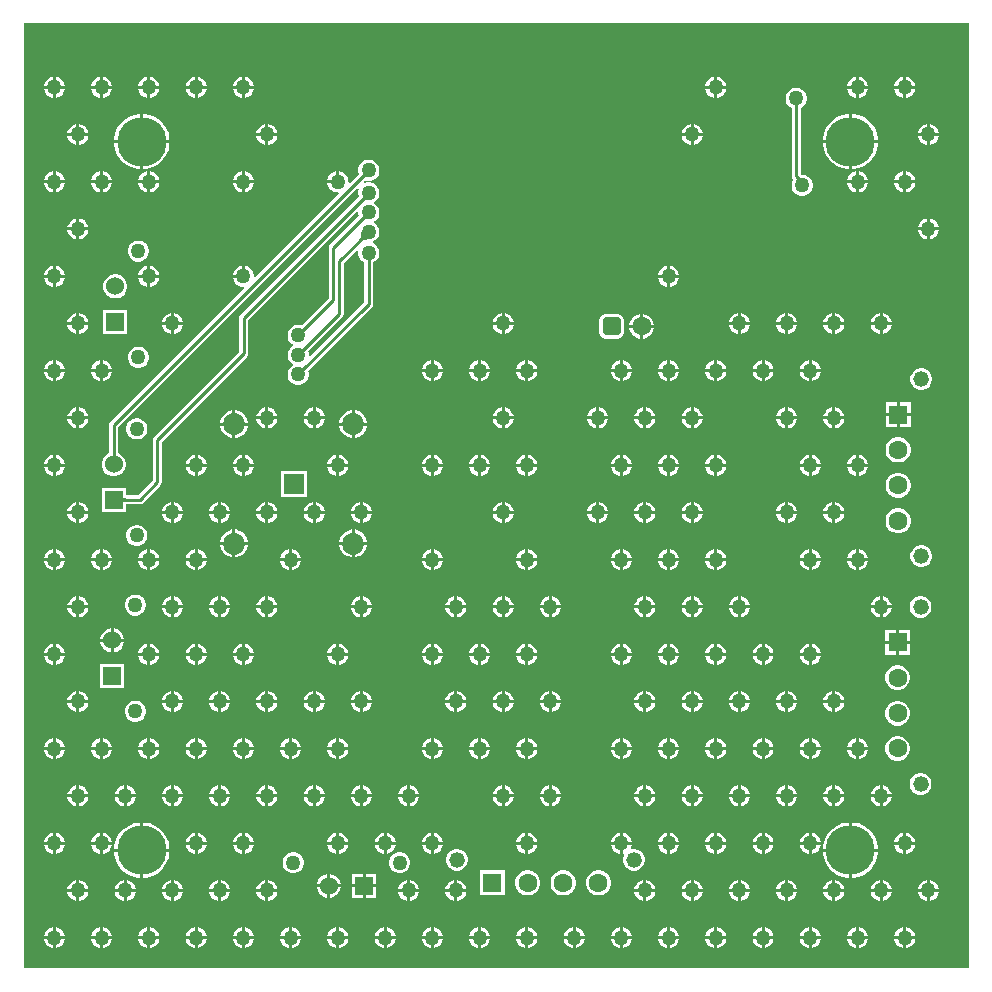
<source format=gbr>
%TF.GenerationSoftware,Altium Limited,Altium Designer,22.9.1 (49)*%
G04 Layer_Physical_Order=2*
G04 Layer_Color=16711680*
%FSLAX23Y23*%
%MOIN*%
%TF.SameCoordinates,7E49B892-F471-4493-957F-970E4ADD815D*%
%TF.FilePolarity,Positive*%
%TF.FileFunction,Copper,L2,Bot,Signal*%
%TF.Part,Single*%
G01*
G75*
%TA.AperFunction,Conductor*%
%ADD27C,0.010*%
%TA.AperFunction,ComponentPad*%
%ADD28C,0.073*%
%ADD29R,0.067X0.067*%
%ADD30R,0.063X0.063*%
%ADD31C,0.063*%
%ADD32C,0.052*%
%ADD33C,0.050*%
%ADD34C,0.060*%
%ADD35R,0.060X0.060*%
%ADD36R,0.060X0.060*%
%ADD37R,0.063X0.063*%
%ADD38C,0.063*%
G04:AMPARAMS|DCode=39|XSize=63mil|YSize=63mil|CornerRadius=16mil|HoleSize=0mil|Usage=FLASHONLY|Rotation=0.000|XOffset=0mil|YOffset=0mil|HoleType=Round|Shape=RoundedRectangle|*
%AMROUNDEDRECTD39*
21,1,0.063,0.031,0,0,0.0*
21,1,0.031,0.063,0,0,0.0*
1,1,0.031,0.016,-0.016*
1,1,0.031,-0.016,-0.016*
1,1,0.031,-0.016,0.016*
1,1,0.031,0.016,0.016*
%
%ADD39ROUNDEDRECTD39*%
%TA.AperFunction,ViaPad*%
%ADD40C,0.050*%
%ADD41C,0.165*%
G36*
X4150Y1000D02*
X1000D01*
Y4150D01*
X4150D01*
Y1000D01*
D02*
G37*
%LPC*%
G36*
X3942Y3972D02*
Y3942D01*
X3972D01*
X3970Y3951D01*
X3965Y3958D01*
X3958Y3965D01*
X3951Y3970D01*
X3942Y3972D01*
D02*
G37*
G36*
X3932D02*
X3923Y3970D01*
X3916Y3965D01*
X3909Y3958D01*
X3904Y3951D01*
X3902Y3942D01*
X3932D01*
Y3972D01*
D02*
G37*
G36*
X3785D02*
Y3942D01*
X3814D01*
X3812Y3951D01*
X3808Y3958D01*
X3801Y3965D01*
X3793Y3970D01*
X3785Y3972D01*
D02*
G37*
G36*
X3775D02*
X3766Y3970D01*
X3758Y3965D01*
X3752Y3958D01*
X3747Y3951D01*
X3745Y3942D01*
X3775D01*
Y3972D01*
D02*
G37*
G36*
X3312D02*
Y3942D01*
X3342D01*
X3340Y3951D01*
X3335Y3958D01*
X3329Y3965D01*
X3321Y3970D01*
X3312Y3972D01*
D02*
G37*
G36*
X3302D02*
X3294Y3970D01*
X3286Y3965D01*
X3279Y3958D01*
X3274Y3951D01*
X3272Y3942D01*
X3302D01*
Y3972D01*
D02*
G37*
G36*
X1737D02*
Y3942D01*
X1767D01*
X1765Y3951D01*
X1760Y3958D01*
X1754Y3965D01*
X1746Y3970D01*
X1737Y3972D01*
D02*
G37*
G36*
X1727D02*
X1719Y3970D01*
X1711Y3965D01*
X1704Y3958D01*
X1700Y3951D01*
X1697Y3942D01*
X1727D01*
Y3972D01*
D02*
G37*
G36*
X1580D02*
Y3942D01*
X1610D01*
X1607Y3951D01*
X1603Y3958D01*
X1596Y3965D01*
X1588Y3970D01*
X1580Y3972D01*
D02*
G37*
G36*
X1570D02*
X1561Y3970D01*
X1553Y3965D01*
X1547Y3958D01*
X1542Y3951D01*
X1540Y3942D01*
X1570D01*
Y3972D01*
D02*
G37*
G36*
X1422D02*
Y3942D01*
X1452D01*
X1450Y3951D01*
X1445Y3958D01*
X1439Y3965D01*
X1431Y3970D01*
X1422Y3972D01*
D02*
G37*
G36*
X1412D02*
X1404Y3970D01*
X1396Y3965D01*
X1389Y3958D01*
X1385Y3951D01*
X1382Y3942D01*
X1412D01*
Y3972D01*
D02*
G37*
G36*
X1265D02*
Y3942D01*
X1295D01*
X1292Y3951D01*
X1288Y3958D01*
X1281Y3965D01*
X1273Y3970D01*
X1265Y3972D01*
D02*
G37*
G36*
X1255D02*
X1246Y3970D01*
X1238Y3965D01*
X1232Y3958D01*
X1227Y3951D01*
X1225Y3942D01*
X1255D01*
Y3972D01*
D02*
G37*
G36*
X1107D02*
Y3942D01*
X1137D01*
X1135Y3951D01*
X1130Y3958D01*
X1124Y3965D01*
X1116Y3970D01*
X1107Y3972D01*
D02*
G37*
G36*
X1097D02*
X1089Y3970D01*
X1081Y3965D01*
X1074Y3958D01*
X1070Y3951D01*
X1067Y3942D01*
X1097D01*
Y3972D01*
D02*
G37*
G36*
X3972Y3932D02*
X3942D01*
Y3902D01*
X3951Y3904D01*
X3958Y3909D01*
X3965Y3916D01*
X3970Y3923D01*
X3972Y3932D01*
D02*
G37*
G36*
X3932D02*
X3902D01*
X3904Y3923D01*
X3909Y3916D01*
X3916Y3909D01*
X3923Y3904D01*
X3932Y3902D01*
Y3932D01*
D02*
G37*
G36*
X3814D02*
X3785D01*
Y3902D01*
X3793Y3904D01*
X3801Y3909D01*
X3808Y3916D01*
X3812Y3923D01*
X3814Y3932D01*
D02*
G37*
G36*
X3775D02*
X3745D01*
X3747Y3923D01*
X3752Y3916D01*
X3758Y3909D01*
X3766Y3904D01*
X3775Y3902D01*
Y3932D01*
D02*
G37*
G36*
X3342D02*
X3312D01*
Y3902D01*
X3321Y3904D01*
X3329Y3909D01*
X3335Y3916D01*
X3340Y3923D01*
X3342Y3932D01*
D02*
G37*
G36*
X3302D02*
X3272D01*
X3274Y3923D01*
X3279Y3916D01*
X3286Y3909D01*
X3294Y3904D01*
X3302Y3902D01*
Y3932D01*
D02*
G37*
G36*
X1767D02*
X1737D01*
Y3902D01*
X1746Y3904D01*
X1754Y3909D01*
X1760Y3916D01*
X1765Y3923D01*
X1767Y3932D01*
D02*
G37*
G36*
X1727D02*
X1697D01*
X1700Y3923D01*
X1704Y3916D01*
X1711Y3909D01*
X1719Y3904D01*
X1727Y3902D01*
Y3932D01*
D02*
G37*
G36*
X1610D02*
X1580D01*
Y3902D01*
X1588Y3904D01*
X1596Y3909D01*
X1603Y3916D01*
X1607Y3923D01*
X1610Y3932D01*
D02*
G37*
G36*
X1570D02*
X1540D01*
X1542Y3923D01*
X1547Y3916D01*
X1553Y3909D01*
X1561Y3904D01*
X1570Y3902D01*
Y3932D01*
D02*
G37*
G36*
X1452D02*
X1422D01*
Y3902D01*
X1431Y3904D01*
X1439Y3909D01*
X1445Y3916D01*
X1450Y3923D01*
X1452Y3932D01*
D02*
G37*
G36*
X1412D02*
X1382D01*
X1385Y3923D01*
X1389Y3916D01*
X1396Y3909D01*
X1404Y3904D01*
X1412Y3902D01*
Y3932D01*
D02*
G37*
G36*
X1295D02*
X1265D01*
Y3902D01*
X1273Y3904D01*
X1281Y3909D01*
X1288Y3916D01*
X1292Y3923D01*
X1295Y3932D01*
D02*
G37*
G36*
X1255D02*
X1225D01*
X1227Y3923D01*
X1232Y3916D01*
X1238Y3909D01*
X1246Y3904D01*
X1255Y3902D01*
Y3932D01*
D02*
G37*
G36*
X1137D02*
X1107D01*
Y3902D01*
X1116Y3904D01*
X1124Y3909D01*
X1130Y3916D01*
X1135Y3923D01*
X1137Y3932D01*
D02*
G37*
G36*
X1097D02*
X1067D01*
X1070Y3923D01*
X1074Y3916D01*
X1081Y3909D01*
X1089Y3904D01*
X1097Y3902D01*
Y3932D01*
D02*
G37*
G36*
X4021Y3814D02*
Y3785D01*
X4051D01*
X4048Y3793D01*
X4044Y3801D01*
X4037Y3808D01*
X4029Y3812D01*
X4021Y3814D01*
D02*
G37*
G36*
X4011D02*
X4002Y3812D01*
X3994Y3808D01*
X3988Y3801D01*
X3983Y3793D01*
X3981Y3785D01*
X4011D01*
Y3814D01*
D02*
G37*
G36*
X3233D02*
Y3785D01*
X3263D01*
X3261Y3793D01*
X3256Y3801D01*
X3250Y3808D01*
X3242Y3812D01*
X3233Y3814D01*
D02*
G37*
G36*
X3223D02*
X3215Y3812D01*
X3207Y3808D01*
X3200Y3801D01*
X3196Y3793D01*
X3193Y3785D01*
X3223D01*
Y3814D01*
D02*
G37*
G36*
X1816D02*
Y3785D01*
X1846D01*
X1844Y3793D01*
X1839Y3801D01*
X1833Y3808D01*
X1825Y3812D01*
X1816Y3814D01*
D02*
G37*
G36*
X1806D02*
X1798Y3812D01*
X1790Y3808D01*
X1783Y3801D01*
X1778Y3793D01*
X1776Y3785D01*
X1806D01*
Y3814D01*
D02*
G37*
G36*
X1186D02*
Y3785D01*
X1216D01*
X1214Y3793D01*
X1209Y3801D01*
X1203Y3808D01*
X1195Y3812D01*
X1186Y3814D01*
D02*
G37*
G36*
X1176D02*
X1168Y3812D01*
X1160Y3808D01*
X1153Y3801D01*
X1148Y3793D01*
X1146Y3785D01*
X1176D01*
Y3814D01*
D02*
G37*
G36*
X3765Y3849D02*
X3761D01*
Y3761D01*
X3849D01*
Y3765D01*
X3845Y3783D01*
X3838Y3800D01*
X3828Y3815D01*
X3815Y3828D01*
X3800Y3838D01*
X3783Y3845D01*
X3765Y3849D01*
D02*
G37*
G36*
X3751D02*
X3747D01*
X3729Y3845D01*
X3712Y3838D01*
X3697Y3828D01*
X3684Y3815D01*
X3674Y3800D01*
X3667Y3783D01*
X3664Y3765D01*
Y3761D01*
X3751D01*
Y3849D01*
D02*
G37*
G36*
X1403D02*
X1399D01*
Y3761D01*
X1486D01*
Y3765D01*
X1483Y3783D01*
X1476Y3800D01*
X1466Y3815D01*
X1453Y3828D01*
X1438Y3838D01*
X1421Y3845D01*
X1403Y3849D01*
D02*
G37*
G36*
X1389D02*
X1385D01*
X1367Y3845D01*
X1350Y3838D01*
X1335Y3828D01*
X1322Y3815D01*
X1312Y3800D01*
X1305Y3783D01*
X1301Y3765D01*
Y3761D01*
X1389D01*
Y3849D01*
D02*
G37*
G36*
X4051Y3775D02*
X4021D01*
Y3745D01*
X4029Y3747D01*
X4037Y3752D01*
X4044Y3758D01*
X4048Y3766D01*
X4051Y3775D01*
D02*
G37*
G36*
X4011D02*
X3981D01*
X3983Y3766D01*
X3988Y3758D01*
X3994Y3752D01*
X4002Y3747D01*
X4011Y3745D01*
Y3775D01*
D02*
G37*
G36*
X3263D02*
X3233D01*
Y3745D01*
X3242Y3747D01*
X3250Y3752D01*
X3256Y3758D01*
X3261Y3766D01*
X3263Y3775D01*
D02*
G37*
G36*
X3223D02*
X3193D01*
X3196Y3766D01*
X3200Y3758D01*
X3207Y3752D01*
X3215Y3747D01*
X3223Y3745D01*
Y3775D01*
D02*
G37*
G36*
X1846D02*
X1816D01*
Y3745D01*
X1825Y3747D01*
X1833Y3752D01*
X1839Y3758D01*
X1844Y3766D01*
X1846Y3775D01*
D02*
G37*
G36*
X1806D02*
X1776D01*
X1778Y3766D01*
X1783Y3758D01*
X1790Y3752D01*
X1798Y3747D01*
X1806Y3745D01*
Y3775D01*
D02*
G37*
G36*
X1216D02*
X1186D01*
Y3745D01*
X1195Y3747D01*
X1203Y3752D01*
X1209Y3758D01*
X1214Y3766D01*
X1216Y3775D01*
D02*
G37*
G36*
X1176D02*
X1146D01*
X1148Y3766D01*
X1153Y3758D01*
X1160Y3752D01*
X1168Y3747D01*
X1176Y3745D01*
Y3775D01*
D02*
G37*
G36*
X3849Y3751D02*
X3761D01*
Y3664D01*
X3765D01*
X3783Y3667D01*
X3800Y3674D01*
X3815Y3684D01*
X3828Y3697D01*
X3838Y3712D01*
X3845Y3729D01*
X3849Y3747D01*
Y3751D01*
D02*
G37*
G36*
X3751D02*
X3664D01*
Y3747D01*
X3667Y3729D01*
X3674Y3712D01*
X3684Y3697D01*
X3697Y3684D01*
X3712Y3674D01*
X3729Y3667D01*
X3747Y3664D01*
X3751D01*
Y3751D01*
D02*
G37*
G36*
X1486D02*
X1399D01*
Y3664D01*
X1403D01*
X1421Y3667D01*
X1438Y3674D01*
X1453Y3684D01*
X1466Y3697D01*
X1476Y3712D01*
X1483Y3729D01*
X1486Y3747D01*
Y3751D01*
D02*
G37*
G36*
X1389D02*
X1301D01*
Y3747D01*
X1305Y3729D01*
X1312Y3712D01*
X1322Y3697D01*
X1335Y3684D01*
X1350Y3674D01*
X1367Y3667D01*
X1385Y3664D01*
X1389D01*
Y3751D01*
D02*
G37*
G36*
X3942Y3657D02*
Y3627D01*
X3972D01*
X3970Y3636D01*
X3965Y3644D01*
X3958Y3650D01*
X3951Y3655D01*
X3942Y3657D01*
D02*
G37*
G36*
X3932D02*
X3923Y3655D01*
X3916Y3650D01*
X3909Y3644D01*
X3904Y3636D01*
X3902Y3627D01*
X3932D01*
Y3657D01*
D02*
G37*
G36*
X3785D02*
Y3627D01*
X3814D01*
X3812Y3636D01*
X3808Y3644D01*
X3801Y3650D01*
X3793Y3655D01*
X3785Y3657D01*
D02*
G37*
G36*
X3775D02*
X3766Y3655D01*
X3758Y3650D01*
X3752Y3644D01*
X3747Y3636D01*
X3745Y3627D01*
X3775D01*
Y3657D01*
D02*
G37*
G36*
X2042D02*
X2034Y3655D01*
X2026Y3650D01*
X2019Y3644D01*
X2015Y3636D01*
X2012Y3627D01*
X2042D01*
Y3657D01*
D02*
G37*
G36*
X1737D02*
Y3627D01*
X1767D01*
X1765Y3636D01*
X1760Y3644D01*
X1754Y3650D01*
X1746Y3655D01*
X1737Y3657D01*
D02*
G37*
G36*
X1727D02*
X1719Y3655D01*
X1711Y3650D01*
X1704Y3644D01*
X1700Y3636D01*
X1697Y3627D01*
X1727D01*
Y3657D01*
D02*
G37*
G36*
X1422D02*
Y3627D01*
X1452D01*
X1450Y3636D01*
X1445Y3644D01*
X1439Y3650D01*
X1431Y3655D01*
X1422Y3657D01*
D02*
G37*
G36*
X1412D02*
X1404Y3655D01*
X1396Y3650D01*
X1389Y3644D01*
X1385Y3636D01*
X1382Y3627D01*
X1412D01*
Y3657D01*
D02*
G37*
G36*
X1265D02*
Y3627D01*
X1295D01*
X1292Y3636D01*
X1288Y3644D01*
X1281Y3650D01*
X1273Y3655D01*
X1265Y3657D01*
D02*
G37*
G36*
X1255D02*
X1246Y3655D01*
X1238Y3650D01*
X1232Y3644D01*
X1227Y3636D01*
X1225Y3627D01*
X1255D01*
Y3657D01*
D02*
G37*
G36*
X1107D02*
Y3627D01*
X1137D01*
X1135Y3636D01*
X1130Y3644D01*
X1124Y3650D01*
X1116Y3655D01*
X1107Y3657D01*
D02*
G37*
G36*
X1097D02*
X1089Y3655D01*
X1081Y3650D01*
X1074Y3644D01*
X1070Y3636D01*
X1067Y3627D01*
X1097D01*
Y3657D01*
D02*
G37*
G36*
X2155Y3695D02*
X2145D01*
X2136Y3693D01*
X2129Y3688D01*
X2122Y3681D01*
X2117Y3674D01*
X2115Y3665D01*
Y3655D01*
X2117Y3648D01*
X2087Y3619D01*
X2082Y3621D01*
Y3627D01*
X2080Y3636D01*
X2075Y3644D01*
X2069Y3650D01*
X2061Y3655D01*
X2052Y3657D01*
Y3622D01*
X2047D01*
Y3617D01*
X2012D01*
X2015Y3609D01*
X2019Y3601D01*
X2026Y3594D01*
X2034Y3589D01*
X2043Y3587D01*
X2048D01*
X2050Y3582D01*
X1772Y3304D01*
X1767Y3306D01*
Y3312D01*
X1765Y3321D01*
X1760Y3329D01*
X1754Y3335D01*
X1746Y3340D01*
X1737Y3342D01*
Y3307D01*
X1732D01*
Y3302D01*
X1697D01*
X1700Y3294D01*
X1704Y3286D01*
X1711Y3279D01*
X1719Y3274D01*
X1728Y3272D01*
X1733D01*
X1735Y3267D01*
X1289Y2821D01*
X1286Y2816D01*
X1285Y2810D01*
Y2717D01*
X1285Y2717D01*
X1275Y2712D01*
X1268Y2705D01*
X1263Y2695D01*
X1260Y2685D01*
Y2675D01*
X1263Y2665D01*
X1268Y2655D01*
X1275Y2648D01*
X1285Y2643D01*
X1295Y2640D01*
X1305D01*
X1315Y2643D01*
X1325Y2648D01*
X1332Y2655D01*
X1337Y2665D01*
X1340Y2675D01*
Y2685D01*
X1337Y2695D01*
X1332Y2705D01*
X1325Y2712D01*
X1315Y2717D01*
X1315Y2717D01*
Y2804D01*
X2114Y3602D01*
X2118Y3599D01*
X2117Y3599D01*
X2115Y3590D01*
Y3580D01*
X2117Y3573D01*
X1722Y3179D01*
X1719Y3174D01*
X1718Y3168D01*
Y3056D01*
X1434Y2772D01*
X1431Y2767D01*
X1430Y2761D01*
Y2626D01*
X1381Y2577D01*
X1340D01*
Y2585D01*
X1340Y2587D01*
X1340Y2588D01*
Y2602D01*
X1326D01*
X1325Y2602D01*
X1323Y2602D01*
X1260D01*
Y2522D01*
X1340D01*
Y2547D01*
X1387D01*
X1393Y2548D01*
X1398Y2551D01*
X1456Y2609D01*
X1459Y2614D01*
X1460Y2620D01*
Y2755D01*
X1744Y3039D01*
X1747Y3044D01*
X1748Y3050D01*
Y3162D01*
X2110Y3523D01*
X2115Y3521D01*
Y3515D01*
X2117Y3508D01*
X2021Y3413D01*
X2018Y3408D01*
X2017Y3402D01*
Y3233D01*
X1927Y3143D01*
X1920Y3145D01*
X1910D01*
X1901Y3143D01*
X1894Y3138D01*
X1887Y3131D01*
X1882Y3124D01*
X1880Y3115D01*
Y3105D01*
X1882Y3096D01*
X1887Y3089D01*
X1894Y3082D01*
X1897Y3080D01*
Y3075D01*
X1894Y3073D01*
X1887Y3066D01*
X1882Y3059D01*
X1880Y3050D01*
Y3040D01*
X1882Y3031D01*
X1887Y3024D01*
X1894Y3017D01*
X1897Y3015D01*
Y3010D01*
X1894Y3008D01*
X1887Y3001D01*
X1882Y2994D01*
X1880Y2985D01*
Y2975D01*
X1882Y2966D01*
X1887Y2959D01*
X1894Y2952D01*
X1901Y2947D01*
X1910Y2945D01*
X1920D01*
X1929Y2947D01*
X1936Y2952D01*
X1943Y2959D01*
X1948Y2966D01*
X1950Y2975D01*
Y2985D01*
X1948Y2992D01*
X2161Y3204D01*
X2164Y3209D01*
X2165Y3215D01*
Y3353D01*
X2171Y3357D01*
X2178Y3364D01*
X2183Y3371D01*
X2185Y3380D01*
Y3390D01*
X2183Y3399D01*
X2178Y3406D01*
X2171Y3413D01*
X2164Y3417D01*
X2164Y3420D01*
X2164Y3423D01*
X2171Y3427D01*
X2178Y3434D01*
X2183Y3441D01*
X2185Y3450D01*
Y3460D01*
X2183Y3469D01*
X2178Y3476D01*
X2171Y3483D01*
X2168Y3485D01*
Y3490D01*
X2171Y3492D01*
X2178Y3499D01*
X2183Y3506D01*
X2185Y3515D01*
Y3525D01*
X2183Y3534D01*
X2178Y3541D01*
X2171Y3548D01*
X2168Y3550D01*
Y3555D01*
X2171Y3557D01*
X2178Y3564D01*
X2183Y3571D01*
X2185Y3580D01*
Y3590D01*
X2183Y3599D01*
X2178Y3606D01*
X2171Y3613D01*
X2164Y3618D01*
X2155Y3620D01*
X2145D01*
X2136Y3618D01*
X2136Y3617D01*
X2133Y3621D01*
X2138Y3627D01*
X2145Y3625D01*
X2155D01*
X2164Y3627D01*
X2171Y3632D01*
X2178Y3639D01*
X2183Y3646D01*
X2185Y3655D01*
Y3665D01*
X2183Y3674D01*
X2178Y3681D01*
X2171Y3688D01*
X2164Y3693D01*
X2155Y3695D01*
D02*
G37*
G36*
X3972Y3617D02*
X3942D01*
Y3587D01*
X3951Y3589D01*
X3958Y3594D01*
X3965Y3601D01*
X3970Y3609D01*
X3972Y3617D01*
D02*
G37*
G36*
X3932D02*
X3902D01*
X3904Y3609D01*
X3909Y3601D01*
X3916Y3594D01*
X3923Y3589D01*
X3932Y3587D01*
Y3617D01*
D02*
G37*
G36*
X3814D02*
X3785D01*
Y3587D01*
X3793Y3589D01*
X3801Y3594D01*
X3808Y3601D01*
X3812Y3609D01*
X3814Y3617D01*
D02*
G37*
G36*
X3775D02*
X3745D01*
X3747Y3609D01*
X3752Y3601D01*
X3758Y3594D01*
X3766Y3589D01*
X3775Y3587D01*
Y3617D01*
D02*
G37*
G36*
X1767D02*
X1737D01*
Y3587D01*
X1746Y3589D01*
X1754Y3594D01*
X1760Y3601D01*
X1765Y3609D01*
X1767Y3617D01*
D02*
G37*
G36*
X1727D02*
X1697D01*
X1700Y3609D01*
X1704Y3601D01*
X1711Y3594D01*
X1719Y3589D01*
X1727Y3587D01*
Y3617D01*
D02*
G37*
G36*
X1452D02*
X1422D01*
Y3587D01*
X1431Y3589D01*
X1439Y3594D01*
X1445Y3601D01*
X1450Y3609D01*
X1452Y3617D01*
D02*
G37*
G36*
X1412D02*
X1382D01*
X1385Y3609D01*
X1389Y3601D01*
X1396Y3594D01*
X1404Y3589D01*
X1412Y3587D01*
Y3617D01*
D02*
G37*
G36*
X1295D02*
X1265D01*
Y3587D01*
X1273Y3589D01*
X1281Y3594D01*
X1288Y3601D01*
X1292Y3609D01*
X1295Y3617D01*
D02*
G37*
G36*
X1255D02*
X1225D01*
X1227Y3609D01*
X1232Y3601D01*
X1238Y3594D01*
X1246Y3589D01*
X1255Y3587D01*
Y3617D01*
D02*
G37*
G36*
X1137D02*
X1107D01*
Y3587D01*
X1116Y3589D01*
X1124Y3594D01*
X1130Y3601D01*
X1135Y3609D01*
X1137Y3617D01*
D02*
G37*
G36*
X1097D02*
X1067D01*
X1070Y3609D01*
X1074Y3601D01*
X1081Y3594D01*
X1089Y3589D01*
X1097Y3587D01*
Y3617D01*
D02*
G37*
G36*
X3580Y3935D02*
X3570D01*
X3561Y3933D01*
X3554Y3928D01*
X3547Y3921D01*
X3542Y3914D01*
X3540Y3905D01*
Y3895D01*
X3542Y3886D01*
X3547Y3879D01*
X3554Y3872D01*
X3560Y3868D01*
Y3641D01*
X3561Y3635D01*
X3564Y3630D01*
X3565Y3629D01*
X3562Y3624D01*
X3560Y3615D01*
Y3605D01*
X3562Y3596D01*
X3567Y3589D01*
X3574Y3582D01*
X3581Y3577D01*
X3590Y3575D01*
X3600D01*
X3609Y3577D01*
X3616Y3582D01*
X3623Y3589D01*
X3628Y3596D01*
X3630Y3605D01*
Y3615D01*
X3628Y3624D01*
X3623Y3631D01*
X3616Y3638D01*
X3609Y3643D01*
X3600Y3645D01*
X3592D01*
X3590Y3647D01*
Y3868D01*
X3596Y3872D01*
X3603Y3879D01*
X3608Y3886D01*
X3610Y3895D01*
Y3905D01*
X3608Y3914D01*
X3603Y3921D01*
X3596Y3928D01*
X3589Y3933D01*
X3580Y3935D01*
D02*
G37*
G36*
X4021Y3499D02*
Y3470D01*
X4051D01*
X4048Y3478D01*
X4044Y3486D01*
X4037Y3493D01*
X4029Y3497D01*
X4021Y3499D01*
D02*
G37*
G36*
X4011D02*
X4002Y3497D01*
X3994Y3493D01*
X3988Y3486D01*
X3983Y3478D01*
X3981Y3470D01*
X4011D01*
Y3499D01*
D02*
G37*
G36*
X1186D02*
Y3470D01*
X1216D01*
X1214Y3478D01*
X1209Y3486D01*
X1203Y3493D01*
X1195Y3497D01*
X1186Y3499D01*
D02*
G37*
G36*
X1176D02*
X1168Y3497D01*
X1160Y3493D01*
X1153Y3486D01*
X1148Y3478D01*
X1146Y3470D01*
X1176D01*
Y3499D01*
D02*
G37*
G36*
X4051Y3460D02*
X4021D01*
Y3430D01*
X4029Y3432D01*
X4037Y3437D01*
X4044Y3443D01*
X4048Y3451D01*
X4051Y3460D01*
D02*
G37*
G36*
X4011D02*
X3981D01*
X3983Y3451D01*
X3988Y3443D01*
X3994Y3437D01*
X4002Y3432D01*
X4011Y3430D01*
Y3460D01*
D02*
G37*
G36*
X1216D02*
X1186D01*
Y3430D01*
X1195Y3432D01*
X1203Y3437D01*
X1209Y3443D01*
X1214Y3451D01*
X1216Y3460D01*
D02*
G37*
G36*
X1176D02*
X1146D01*
X1148Y3451D01*
X1153Y3443D01*
X1160Y3437D01*
X1168Y3432D01*
X1176Y3430D01*
Y3460D01*
D02*
G37*
G36*
X1387Y3426D02*
X1378D01*
X1369Y3424D01*
X1361Y3419D01*
X1354Y3413D01*
X1350Y3405D01*
X1347Y3396D01*
Y3387D01*
X1350Y3378D01*
X1354Y3370D01*
X1361Y3363D01*
X1369Y3359D01*
X1378Y3356D01*
X1387D01*
X1396Y3359D01*
X1404Y3363D01*
X1410Y3370D01*
X1415Y3378D01*
X1417Y3387D01*
Y3396D01*
X1415Y3405D01*
X1410Y3413D01*
X1404Y3419D01*
X1396Y3424D01*
X1387Y3426D01*
D02*
G37*
G36*
X3155Y3342D02*
Y3312D01*
X3185D01*
X3182Y3321D01*
X3178Y3329D01*
X3171Y3335D01*
X3163Y3340D01*
X3155Y3342D01*
D02*
G37*
G36*
X3145D02*
X3136Y3340D01*
X3128Y3335D01*
X3122Y3329D01*
X3117Y3321D01*
X3115Y3312D01*
X3145D01*
Y3342D01*
D02*
G37*
G36*
X1727D02*
X1719Y3340D01*
X1711Y3335D01*
X1704Y3329D01*
X1700Y3321D01*
X1697Y3312D01*
X1727D01*
Y3342D01*
D02*
G37*
G36*
X1422D02*
Y3312D01*
X1452D01*
X1450Y3321D01*
X1445Y3329D01*
X1439Y3335D01*
X1431Y3340D01*
X1422Y3342D01*
D02*
G37*
G36*
X1412D02*
X1404Y3340D01*
X1396Y3335D01*
X1389Y3329D01*
X1385Y3321D01*
X1382Y3312D01*
X1412D01*
Y3342D01*
D02*
G37*
G36*
X1107D02*
Y3312D01*
X1137D01*
X1135Y3321D01*
X1130Y3329D01*
X1124Y3335D01*
X1116Y3340D01*
X1107Y3342D01*
D02*
G37*
G36*
X1097D02*
X1089Y3340D01*
X1081Y3335D01*
X1074Y3329D01*
X1070Y3321D01*
X1067Y3312D01*
X1097D01*
Y3342D01*
D02*
G37*
G36*
X3185Y3302D02*
X3155D01*
Y3272D01*
X3163Y3274D01*
X3171Y3279D01*
X3178Y3286D01*
X3182Y3294D01*
X3185Y3302D01*
D02*
G37*
G36*
X3145D02*
X3115D01*
X3117Y3294D01*
X3122Y3286D01*
X3128Y3279D01*
X3136Y3274D01*
X3145Y3272D01*
Y3302D01*
D02*
G37*
G36*
X1452D02*
X1422D01*
Y3272D01*
X1431Y3274D01*
X1439Y3279D01*
X1445Y3286D01*
X1450Y3294D01*
X1452Y3302D01*
D02*
G37*
G36*
X1412D02*
X1382D01*
X1385Y3294D01*
X1389Y3286D01*
X1396Y3279D01*
X1404Y3274D01*
X1412Y3272D01*
Y3302D01*
D02*
G37*
G36*
X1137D02*
X1107D01*
Y3272D01*
X1116Y3274D01*
X1124Y3279D01*
X1130Y3286D01*
X1135Y3294D01*
X1137Y3302D01*
D02*
G37*
G36*
X1097D02*
X1067D01*
X1070Y3294D01*
X1074Y3286D01*
X1081Y3279D01*
X1089Y3274D01*
X1097Y3272D01*
Y3302D01*
D02*
G37*
G36*
X1310Y3313D02*
X1300D01*
X1290Y3310D01*
X1280Y3305D01*
X1273Y3298D01*
X1268Y3289D01*
X1265Y3278D01*
Y3268D01*
X1268Y3258D01*
X1273Y3249D01*
X1280Y3241D01*
X1290Y3236D01*
X1300Y3233D01*
X1310D01*
X1320Y3236D01*
X1330Y3241D01*
X1337Y3249D01*
X1342Y3258D01*
X1345Y3268D01*
Y3278D01*
X1342Y3289D01*
X1337Y3298D01*
X1330Y3305D01*
X1320Y3310D01*
X1310Y3313D01*
D02*
G37*
G36*
X3863Y3185D02*
Y3155D01*
X3893D01*
X3891Y3163D01*
X3886Y3171D01*
X3880Y3178D01*
X3872Y3182D01*
X3863Y3185D01*
D02*
G37*
G36*
X3853D02*
X3845Y3182D01*
X3837Y3178D01*
X3830Y3171D01*
X3826Y3163D01*
X3823Y3155D01*
X3853D01*
Y3185D01*
D02*
G37*
G36*
X3706D02*
Y3155D01*
X3736D01*
X3733Y3163D01*
X3729Y3171D01*
X3722Y3178D01*
X3714Y3182D01*
X3706Y3185D01*
D02*
G37*
G36*
X3696D02*
X3687Y3182D01*
X3679Y3178D01*
X3673Y3171D01*
X3668Y3163D01*
X3666Y3155D01*
X3696D01*
Y3185D01*
D02*
G37*
G36*
X3548D02*
Y3155D01*
X3578D01*
X3576Y3163D01*
X3571Y3171D01*
X3565Y3178D01*
X3557Y3182D01*
X3548Y3185D01*
D02*
G37*
G36*
X3538D02*
X3530Y3182D01*
X3522Y3178D01*
X3515Y3171D01*
X3511Y3163D01*
X3508Y3155D01*
X3538D01*
Y3185D01*
D02*
G37*
G36*
X3391D02*
Y3155D01*
X3421D01*
X3418Y3163D01*
X3414Y3171D01*
X3407Y3178D01*
X3399Y3182D01*
X3391Y3185D01*
D02*
G37*
G36*
X3381D02*
X3372Y3182D01*
X3364Y3178D01*
X3358Y3171D01*
X3353Y3163D01*
X3351Y3155D01*
X3381D01*
Y3185D01*
D02*
G37*
G36*
X2603D02*
Y3155D01*
X2633D01*
X2631Y3163D01*
X2626Y3171D01*
X2620Y3178D01*
X2612Y3182D01*
X2603Y3185D01*
D02*
G37*
G36*
X2593D02*
X2585Y3182D01*
X2577Y3178D01*
X2570Y3171D01*
X2566Y3163D01*
X2564Y3155D01*
X2593D01*
Y3185D01*
D02*
G37*
G36*
X1501D02*
Y3155D01*
X1531D01*
X1529Y3163D01*
X1524Y3171D01*
X1518Y3178D01*
X1510Y3182D01*
X1501Y3185D01*
D02*
G37*
G36*
X1491D02*
X1483Y3182D01*
X1475Y3178D01*
X1468Y3171D01*
X1463Y3163D01*
X1461Y3155D01*
X1491D01*
Y3185D01*
D02*
G37*
G36*
X1186D02*
Y3155D01*
X1216D01*
X1214Y3163D01*
X1209Y3171D01*
X1203Y3178D01*
X1195Y3182D01*
X1186Y3185D01*
D02*
G37*
G36*
X1176D02*
X1168Y3182D01*
X1160Y3178D01*
X1153Y3171D01*
X1148Y3163D01*
X1146Y3155D01*
X1176D01*
Y3185D01*
D02*
G37*
G36*
X3065Y3181D02*
X3065D01*
Y3145D01*
X3101D01*
Y3145D01*
X3099Y3156D01*
X3093Y3165D01*
X3085Y3173D01*
X3076Y3179D01*
X3065Y3181D01*
D02*
G37*
G36*
X3055D02*
X3055D01*
X3044Y3179D01*
X3035Y3173D01*
X3027Y3165D01*
X3021Y3156D01*
X3019Y3145D01*
Y3145D01*
X3055D01*
Y3181D01*
D02*
G37*
G36*
X1345Y3195D02*
X1265D01*
Y3115D01*
X1345D01*
Y3195D01*
D02*
G37*
G36*
X3893Y3145D02*
X3863D01*
Y3115D01*
X3872Y3117D01*
X3880Y3122D01*
X3886Y3128D01*
X3891Y3136D01*
X3893Y3145D01*
D02*
G37*
G36*
X3853D02*
X3823D01*
X3826Y3136D01*
X3830Y3128D01*
X3837Y3122D01*
X3845Y3117D01*
X3853Y3115D01*
Y3145D01*
D02*
G37*
G36*
X3736D02*
X3706D01*
Y3115D01*
X3714Y3117D01*
X3722Y3122D01*
X3729Y3128D01*
X3733Y3136D01*
X3736Y3145D01*
D02*
G37*
G36*
X3696D02*
X3666D01*
X3668Y3136D01*
X3673Y3128D01*
X3679Y3122D01*
X3687Y3117D01*
X3696Y3115D01*
Y3145D01*
D02*
G37*
G36*
X3578D02*
X3548D01*
Y3115D01*
X3557Y3117D01*
X3565Y3122D01*
X3571Y3128D01*
X3576Y3136D01*
X3578Y3145D01*
D02*
G37*
G36*
X3538D02*
X3508D01*
X3511Y3136D01*
X3515Y3128D01*
X3522Y3122D01*
X3530Y3117D01*
X3538Y3115D01*
Y3145D01*
D02*
G37*
G36*
X3421D02*
X3391D01*
Y3115D01*
X3399Y3117D01*
X3407Y3122D01*
X3414Y3128D01*
X3418Y3136D01*
X3421Y3145D01*
D02*
G37*
G36*
X3381D02*
X3351D01*
X3353Y3136D01*
X3358Y3128D01*
X3364Y3122D01*
X3372Y3117D01*
X3381Y3115D01*
Y3145D01*
D02*
G37*
G36*
X2633D02*
X2603D01*
Y3115D01*
X2612Y3117D01*
X2620Y3122D01*
X2626Y3128D01*
X2631Y3136D01*
X2633Y3145D01*
D02*
G37*
G36*
X2593D02*
X2564D01*
X2566Y3136D01*
X2570Y3128D01*
X2577Y3122D01*
X2585Y3117D01*
X2593Y3115D01*
Y3145D01*
D02*
G37*
G36*
X1531D02*
X1501D01*
Y3115D01*
X1510Y3117D01*
X1518Y3122D01*
X1524Y3128D01*
X1529Y3136D01*
X1531Y3145D01*
D02*
G37*
G36*
X1491D02*
X1461D01*
X1463Y3136D01*
X1468Y3128D01*
X1475Y3122D01*
X1483Y3117D01*
X1491Y3115D01*
Y3145D01*
D02*
G37*
G36*
X1216D02*
X1186D01*
Y3115D01*
X1195Y3117D01*
X1203Y3122D01*
X1209Y3128D01*
X1214Y3136D01*
X1216Y3145D01*
D02*
G37*
G36*
X1176D02*
X1146D01*
X1148Y3136D01*
X1153Y3128D01*
X1160Y3122D01*
X1168Y3117D01*
X1176Y3115D01*
Y3145D01*
D02*
G37*
G36*
X3101Y3135D02*
X3065D01*
Y3099D01*
X3065D01*
X3076Y3101D01*
X3085Y3107D01*
X3093Y3115D01*
X3099Y3124D01*
X3101Y3135D01*
Y3135D01*
D02*
G37*
G36*
X3055D02*
X3019D01*
Y3135D01*
X3021Y3124D01*
X3027Y3115D01*
X3035Y3107D01*
X3044Y3101D01*
X3055Y3099D01*
X3055D01*
Y3135D01*
D02*
G37*
G36*
X2976Y3182D02*
X2944D01*
X2938Y3181D01*
X2931Y3178D01*
X2926Y3174D01*
X2922Y3169D01*
X2919Y3162D01*
X2918Y3156D01*
Y3124D01*
X2919Y3118D01*
X2922Y3111D01*
X2926Y3106D01*
X2931Y3102D01*
X2938Y3099D01*
X2944Y3098D01*
X2976D01*
X2982Y3099D01*
X2989Y3102D01*
X2994Y3106D01*
X2998Y3111D01*
X3001Y3118D01*
X3002Y3124D01*
Y3156D01*
X3001Y3162D01*
X2998Y3169D01*
X2994Y3174D01*
X2989Y3178D01*
X2982Y3181D01*
X2976Y3182D01*
D02*
G37*
G36*
X1387Y3072D02*
X1378D01*
X1369Y3070D01*
X1361Y3065D01*
X1354Y3058D01*
X1350Y3050D01*
X1347Y3041D01*
Y3032D01*
X1350Y3023D01*
X1354Y3015D01*
X1361Y3009D01*
X1369Y3004D01*
X1378Y3002D01*
X1387D01*
X1396Y3004D01*
X1404Y3009D01*
X1410Y3015D01*
X1415Y3023D01*
X1417Y3032D01*
Y3041D01*
X1415Y3050D01*
X1410Y3058D01*
X1404Y3065D01*
X1396Y3070D01*
X1387Y3072D01*
D02*
G37*
G36*
X3627Y3027D02*
Y2997D01*
X3657D01*
X3655Y3006D01*
X3650Y3014D01*
X3644Y3020D01*
X3636Y3025D01*
X3627Y3027D01*
D02*
G37*
G36*
X3617D02*
X3609Y3025D01*
X3601Y3020D01*
X3594Y3014D01*
X3589Y3006D01*
X3587Y2997D01*
X3617D01*
Y3027D01*
D02*
G37*
G36*
X3470D02*
Y2997D01*
X3499D01*
X3497Y3006D01*
X3493Y3014D01*
X3486Y3020D01*
X3478Y3025D01*
X3470Y3027D01*
D02*
G37*
G36*
X3460D02*
X3451Y3025D01*
X3443Y3020D01*
X3437Y3014D01*
X3432Y3006D01*
X3430Y2997D01*
X3460D01*
Y3027D01*
D02*
G37*
G36*
X3312D02*
Y2997D01*
X3342D01*
X3340Y3006D01*
X3335Y3014D01*
X3329Y3020D01*
X3321Y3025D01*
X3312Y3027D01*
D02*
G37*
G36*
X3302D02*
X3294Y3025D01*
X3286Y3020D01*
X3279Y3014D01*
X3274Y3006D01*
X3272Y2997D01*
X3302D01*
Y3027D01*
D02*
G37*
G36*
X3155D02*
Y2997D01*
X3185D01*
X3182Y3006D01*
X3178Y3014D01*
X3171Y3020D01*
X3163Y3025D01*
X3155Y3027D01*
D02*
G37*
G36*
X3145D02*
X3136Y3025D01*
X3128Y3020D01*
X3122Y3014D01*
X3117Y3006D01*
X3115Y2997D01*
X3145D01*
Y3027D01*
D02*
G37*
G36*
X2997D02*
Y2997D01*
X3027D01*
X3025Y3006D01*
X3020Y3014D01*
X3014Y3020D01*
X3006Y3025D01*
X2997Y3027D01*
D02*
G37*
G36*
X2987D02*
X2979Y3025D01*
X2971Y3020D01*
X2964Y3014D01*
X2960Y3006D01*
X2957Y2997D01*
X2987D01*
Y3027D01*
D02*
G37*
G36*
X2682D02*
Y2997D01*
X2712D01*
X2710Y3006D01*
X2705Y3014D01*
X2699Y3020D01*
X2691Y3025D01*
X2682Y3027D01*
D02*
G37*
G36*
X2672D02*
X2664Y3025D01*
X2656Y3020D01*
X2649Y3014D01*
X2645Y3006D01*
X2642Y2997D01*
X2672D01*
Y3027D01*
D02*
G37*
G36*
X2525D02*
Y2997D01*
X2555D01*
X2552Y3006D01*
X2548Y3014D01*
X2541Y3020D01*
X2533Y3025D01*
X2525Y3027D01*
D02*
G37*
G36*
X2515D02*
X2506Y3025D01*
X2498Y3020D01*
X2492Y3014D01*
X2487Y3006D01*
X2485Y2997D01*
X2515D01*
Y3027D01*
D02*
G37*
G36*
X2367D02*
Y2997D01*
X2397D01*
X2395Y3006D01*
X2390Y3014D01*
X2384Y3020D01*
X2376Y3025D01*
X2367Y3027D01*
D02*
G37*
G36*
X2357D02*
X2349Y3025D01*
X2341Y3020D01*
X2334Y3014D01*
X2330Y3006D01*
X2327Y2997D01*
X2357D01*
Y3027D01*
D02*
G37*
G36*
X1265D02*
Y2997D01*
X1295D01*
X1292Y3006D01*
X1288Y3014D01*
X1281Y3020D01*
X1273Y3025D01*
X1265Y3027D01*
D02*
G37*
G36*
X1255D02*
X1246Y3025D01*
X1238Y3020D01*
X1232Y3014D01*
X1227Y3006D01*
X1225Y2997D01*
X1255D01*
Y3027D01*
D02*
G37*
G36*
X1107D02*
Y2997D01*
X1137D01*
X1135Y3006D01*
X1130Y3014D01*
X1124Y3020D01*
X1116Y3025D01*
X1107Y3027D01*
D02*
G37*
G36*
X1097D02*
X1089Y3025D01*
X1081Y3020D01*
X1074Y3014D01*
X1070Y3006D01*
X1067Y2997D01*
X1097D01*
Y3027D01*
D02*
G37*
G36*
X3657Y2987D02*
X3627D01*
Y2957D01*
X3636Y2960D01*
X3644Y2964D01*
X3650Y2971D01*
X3655Y2979D01*
X3657Y2987D01*
D02*
G37*
G36*
X3617D02*
X3587D01*
X3589Y2979D01*
X3594Y2971D01*
X3601Y2964D01*
X3609Y2960D01*
X3617Y2957D01*
Y2987D01*
D02*
G37*
G36*
X3499D02*
X3470D01*
Y2957D01*
X3478Y2960D01*
X3486Y2964D01*
X3493Y2971D01*
X3497Y2979D01*
X3499Y2987D01*
D02*
G37*
G36*
X3460D02*
X3430D01*
X3432Y2979D01*
X3437Y2971D01*
X3443Y2964D01*
X3451Y2960D01*
X3460Y2957D01*
Y2987D01*
D02*
G37*
G36*
X3342D02*
X3312D01*
Y2957D01*
X3321Y2960D01*
X3329Y2964D01*
X3335Y2971D01*
X3340Y2979D01*
X3342Y2987D01*
D02*
G37*
G36*
X3302D02*
X3272D01*
X3274Y2979D01*
X3279Y2971D01*
X3286Y2964D01*
X3294Y2960D01*
X3302Y2957D01*
Y2987D01*
D02*
G37*
G36*
X3185D02*
X3155D01*
Y2957D01*
X3163Y2960D01*
X3171Y2964D01*
X3178Y2971D01*
X3182Y2979D01*
X3185Y2987D01*
D02*
G37*
G36*
X3145D02*
X3115D01*
X3117Y2979D01*
X3122Y2971D01*
X3128Y2964D01*
X3136Y2960D01*
X3145Y2957D01*
Y2987D01*
D02*
G37*
G36*
X3027D02*
X2997D01*
Y2957D01*
X3006Y2960D01*
X3014Y2964D01*
X3020Y2971D01*
X3025Y2979D01*
X3027Y2987D01*
D02*
G37*
G36*
X2987D02*
X2957D01*
X2960Y2979D01*
X2964Y2971D01*
X2971Y2964D01*
X2979Y2960D01*
X2987Y2957D01*
Y2987D01*
D02*
G37*
G36*
X2712D02*
X2682D01*
Y2957D01*
X2691Y2960D01*
X2699Y2964D01*
X2705Y2971D01*
X2710Y2979D01*
X2712Y2987D01*
D02*
G37*
G36*
X2672D02*
X2642D01*
X2645Y2979D01*
X2649Y2971D01*
X2656Y2964D01*
X2664Y2960D01*
X2672Y2957D01*
Y2987D01*
D02*
G37*
G36*
X2555D02*
X2525D01*
Y2957D01*
X2533Y2960D01*
X2541Y2964D01*
X2548Y2971D01*
X2552Y2979D01*
X2555Y2987D01*
D02*
G37*
G36*
X2515D02*
X2485D01*
X2487Y2979D01*
X2492Y2971D01*
X2498Y2964D01*
X2506Y2960D01*
X2515Y2957D01*
Y2987D01*
D02*
G37*
G36*
X2397D02*
X2367D01*
Y2957D01*
X2376Y2960D01*
X2384Y2964D01*
X2390Y2971D01*
X2395Y2979D01*
X2397Y2987D01*
D02*
G37*
G36*
X2357D02*
X2327D01*
X2330Y2979D01*
X2334Y2971D01*
X2341Y2964D01*
X2349Y2960D01*
X2357Y2957D01*
Y2987D01*
D02*
G37*
G36*
X1295D02*
X1265D01*
Y2957D01*
X1273Y2960D01*
X1281Y2964D01*
X1288Y2971D01*
X1292Y2979D01*
X1295Y2987D01*
D02*
G37*
G36*
X1255D02*
X1225D01*
X1227Y2979D01*
X1232Y2971D01*
X1238Y2964D01*
X1246Y2960D01*
X1255Y2957D01*
Y2987D01*
D02*
G37*
G36*
X1137D02*
X1107D01*
Y2957D01*
X1116Y2960D01*
X1124Y2964D01*
X1130Y2971D01*
X1135Y2979D01*
X1137Y2987D01*
D02*
G37*
G36*
X1097D02*
X1067D01*
X1070Y2979D01*
X1074Y2971D01*
X1081Y2964D01*
X1089Y2960D01*
X1097Y2957D01*
Y2987D01*
D02*
G37*
G36*
X3997Y3000D02*
X3987D01*
X3978Y2998D01*
X3970Y2993D01*
X3963Y2986D01*
X3959Y2978D01*
X3956Y2969D01*
Y2960D01*
X3959Y2950D01*
X3963Y2942D01*
X3970Y2936D01*
X3978Y2931D01*
X3987Y2928D01*
X3997D01*
X4006Y2931D01*
X4014Y2936D01*
X4021Y2942D01*
X4026Y2950D01*
X4028Y2960D01*
Y2969D01*
X4026Y2978D01*
X4021Y2986D01*
X4014Y2993D01*
X4006Y2998D01*
X3997Y3000D01*
D02*
G37*
G36*
X3957Y2888D02*
X3920D01*
Y2851D01*
X3957D01*
Y2888D01*
D02*
G37*
G36*
X3910D02*
X3873D01*
Y2851D01*
X3910D01*
Y2888D01*
D02*
G37*
G36*
X3706Y2870D02*
Y2840D01*
X3736D01*
X3733Y2848D01*
X3729Y2856D01*
X3722Y2863D01*
X3714Y2867D01*
X3706Y2870D01*
D02*
G37*
G36*
X3696D02*
X3687Y2867D01*
X3679Y2863D01*
X3673Y2856D01*
X3668Y2848D01*
X3666Y2840D01*
X3696D01*
Y2870D01*
D02*
G37*
G36*
X3548D02*
Y2840D01*
X3578D01*
X3576Y2848D01*
X3571Y2856D01*
X3565Y2863D01*
X3557Y2867D01*
X3548Y2870D01*
D02*
G37*
G36*
X3538D02*
X3530Y2867D01*
X3522Y2863D01*
X3515Y2856D01*
X3511Y2848D01*
X3508Y2840D01*
X3538D01*
Y2870D01*
D02*
G37*
G36*
X3233D02*
Y2840D01*
X3263D01*
X3261Y2848D01*
X3256Y2856D01*
X3250Y2863D01*
X3242Y2867D01*
X3233Y2870D01*
D02*
G37*
G36*
X3223D02*
X3215Y2867D01*
X3207Y2863D01*
X3200Y2856D01*
X3196Y2848D01*
X3193Y2840D01*
X3223D01*
Y2870D01*
D02*
G37*
G36*
X3076D02*
Y2840D01*
X3106D01*
X3103Y2848D01*
X3099Y2856D01*
X3092Y2863D01*
X3084Y2867D01*
X3076Y2870D01*
D02*
G37*
G36*
X3066D02*
X3057Y2867D01*
X3049Y2863D01*
X3043Y2856D01*
X3038Y2848D01*
X3036Y2840D01*
X3066D01*
Y2870D01*
D02*
G37*
G36*
X2918D02*
Y2840D01*
X2948D01*
X2946Y2848D01*
X2941Y2856D01*
X2935Y2863D01*
X2927Y2867D01*
X2918Y2870D01*
D02*
G37*
G36*
X2908D02*
X2900Y2867D01*
X2892Y2863D01*
X2885Y2856D01*
X2881Y2848D01*
X2878Y2840D01*
X2908D01*
Y2870D01*
D02*
G37*
G36*
X2603D02*
Y2840D01*
X2633D01*
X2631Y2848D01*
X2626Y2856D01*
X2620Y2863D01*
X2612Y2867D01*
X2603Y2870D01*
D02*
G37*
G36*
X2593D02*
X2585Y2867D01*
X2577Y2863D01*
X2570Y2856D01*
X2566Y2848D01*
X2564Y2840D01*
X2593D01*
Y2870D01*
D02*
G37*
G36*
X1974D02*
Y2840D01*
X2003D01*
X2001Y2848D01*
X1997Y2856D01*
X1990Y2863D01*
X1982Y2867D01*
X1974Y2870D01*
D02*
G37*
G36*
X1964D02*
X1955Y2867D01*
X1947Y2863D01*
X1940Y2856D01*
X1936Y2848D01*
X1934Y2840D01*
X1964D01*
Y2870D01*
D02*
G37*
G36*
X1816D02*
Y2840D01*
X1846D01*
X1844Y2848D01*
X1839Y2856D01*
X1833Y2863D01*
X1825Y2867D01*
X1816Y2870D01*
D02*
G37*
G36*
X1806D02*
X1798Y2867D01*
X1790Y2863D01*
X1783Y2856D01*
X1778Y2848D01*
X1776Y2840D01*
X1806D01*
Y2870D01*
D02*
G37*
G36*
X1186D02*
Y2840D01*
X1216D01*
X1214Y2848D01*
X1209Y2856D01*
X1203Y2863D01*
X1195Y2867D01*
X1186Y2870D01*
D02*
G37*
G36*
X1176D02*
X1168Y2867D01*
X1160Y2863D01*
X1153Y2856D01*
X1148Y2848D01*
X1146Y2840D01*
X1176D01*
Y2870D01*
D02*
G37*
G36*
X2105Y2860D02*
X2104D01*
Y2819D01*
X2145D01*
Y2820D01*
X2142Y2832D01*
X2136Y2842D01*
X2127Y2851D01*
X2117Y2857D01*
X2105Y2860D01*
D02*
G37*
G36*
X2094D02*
X2093D01*
X2081Y2857D01*
X2070Y2851D01*
X2062Y2842D01*
X2056Y2832D01*
X2052Y2820D01*
Y2819D01*
X2094D01*
Y2860D01*
D02*
G37*
G36*
X1707D02*
X1706D01*
Y2819D01*
X1748D01*
Y2820D01*
X1744Y2832D01*
X1738Y2842D01*
X1730Y2851D01*
X1719Y2857D01*
X1707Y2860D01*
D02*
G37*
G36*
X1696D02*
X1695D01*
X1683Y2857D01*
X1673Y2851D01*
X1664Y2842D01*
X1658Y2832D01*
X1655Y2820D01*
Y2819D01*
X1696D01*
Y2860D01*
D02*
G37*
G36*
X3957Y2841D02*
X3920D01*
Y2805D01*
X3957D01*
Y2841D01*
D02*
G37*
G36*
X3910D02*
X3873D01*
Y2805D01*
X3910D01*
Y2841D01*
D02*
G37*
G36*
X3736Y2830D02*
X3706D01*
Y2800D01*
X3714Y2802D01*
X3722Y2807D01*
X3729Y2813D01*
X3733Y2821D01*
X3736Y2830D01*
D02*
G37*
G36*
X3696D02*
X3666D01*
X3668Y2821D01*
X3673Y2813D01*
X3679Y2807D01*
X3687Y2802D01*
X3696Y2800D01*
Y2830D01*
D02*
G37*
G36*
X3578D02*
X3548D01*
Y2800D01*
X3557Y2802D01*
X3565Y2807D01*
X3571Y2813D01*
X3576Y2821D01*
X3578Y2830D01*
D02*
G37*
G36*
X3538D02*
X3508D01*
X3511Y2821D01*
X3515Y2813D01*
X3522Y2807D01*
X3530Y2802D01*
X3538Y2800D01*
Y2830D01*
D02*
G37*
G36*
X3263D02*
X3233D01*
Y2800D01*
X3242Y2802D01*
X3250Y2807D01*
X3256Y2813D01*
X3261Y2821D01*
X3263Y2830D01*
D02*
G37*
G36*
X3223D02*
X3193D01*
X3196Y2821D01*
X3200Y2813D01*
X3207Y2807D01*
X3215Y2802D01*
X3223Y2800D01*
Y2830D01*
D02*
G37*
G36*
X3106D02*
X3076D01*
Y2800D01*
X3084Y2802D01*
X3092Y2807D01*
X3099Y2813D01*
X3103Y2821D01*
X3106Y2830D01*
D02*
G37*
G36*
X3066D02*
X3036D01*
X3038Y2821D01*
X3043Y2813D01*
X3049Y2807D01*
X3057Y2802D01*
X3066Y2800D01*
Y2830D01*
D02*
G37*
G36*
X2948D02*
X2918D01*
Y2800D01*
X2927Y2802D01*
X2935Y2807D01*
X2941Y2813D01*
X2946Y2821D01*
X2948Y2830D01*
D02*
G37*
G36*
X2908D02*
X2878D01*
X2881Y2821D01*
X2885Y2813D01*
X2892Y2807D01*
X2900Y2802D01*
X2908Y2800D01*
Y2830D01*
D02*
G37*
G36*
X2633D02*
X2603D01*
Y2800D01*
X2612Y2802D01*
X2620Y2807D01*
X2626Y2813D01*
X2631Y2821D01*
X2633Y2830D01*
D02*
G37*
G36*
X2593D02*
X2564D01*
X2566Y2821D01*
X2570Y2813D01*
X2577Y2807D01*
X2585Y2802D01*
X2593Y2800D01*
Y2830D01*
D02*
G37*
G36*
X2003D02*
X1974D01*
Y2800D01*
X1982Y2802D01*
X1990Y2807D01*
X1997Y2813D01*
X2001Y2821D01*
X2003Y2830D01*
D02*
G37*
G36*
X1964D02*
X1934D01*
X1936Y2821D01*
X1940Y2813D01*
X1947Y2807D01*
X1955Y2802D01*
X1964Y2800D01*
Y2830D01*
D02*
G37*
G36*
X1846D02*
X1816D01*
Y2800D01*
X1825Y2802D01*
X1833Y2807D01*
X1839Y2813D01*
X1844Y2821D01*
X1846Y2830D01*
D02*
G37*
G36*
X1806D02*
X1776D01*
X1778Y2821D01*
X1783Y2813D01*
X1790Y2807D01*
X1798Y2802D01*
X1806Y2800D01*
Y2830D01*
D02*
G37*
G36*
X1216D02*
X1186D01*
Y2800D01*
X1195Y2802D01*
X1203Y2807D01*
X1209Y2813D01*
X1214Y2821D01*
X1216Y2830D01*
D02*
G37*
G36*
X1176D02*
X1146D01*
X1148Y2821D01*
X1153Y2813D01*
X1160Y2807D01*
X1168Y2802D01*
X1176Y2800D01*
Y2830D01*
D02*
G37*
G36*
X2145Y2809D02*
X2104D01*
Y2767D01*
X2105D01*
X2117Y2771D01*
X2127Y2777D01*
X2136Y2785D01*
X2142Y2796D01*
X2145Y2808D01*
Y2809D01*
D02*
G37*
G36*
X2094D02*
X2052D01*
Y2808D01*
X2056Y2796D01*
X2062Y2785D01*
X2070Y2777D01*
X2081Y2771D01*
X2093Y2767D01*
X2094D01*
Y2809D01*
D02*
G37*
G36*
X1748D02*
X1706D01*
Y2767D01*
X1707D01*
X1719Y2771D01*
X1730Y2777D01*
X1738Y2785D01*
X1744Y2796D01*
X1748Y2808D01*
Y2809D01*
D02*
G37*
G36*
X1696D02*
X1655D01*
Y2808D01*
X1658Y2796D01*
X1664Y2785D01*
X1673Y2777D01*
X1683Y2771D01*
X1695Y2767D01*
X1696D01*
Y2809D01*
D02*
G37*
G36*
X1382Y2833D02*
X1373D01*
X1364Y2831D01*
X1356Y2826D01*
X1349Y2820D01*
X1345Y2812D01*
X1342Y2803D01*
Y2794D01*
X1345Y2785D01*
X1349Y2777D01*
X1356Y2770D01*
X1364Y2765D01*
X1373Y2763D01*
X1382D01*
X1391Y2765D01*
X1399Y2770D01*
X1405Y2777D01*
X1410Y2785D01*
X1412Y2794D01*
Y2803D01*
X1410Y2812D01*
X1405Y2820D01*
X1399Y2826D01*
X1391Y2831D01*
X1382Y2833D01*
D02*
G37*
G36*
X3920Y2770D02*
X3910D01*
X3899Y2767D01*
X3889Y2761D01*
X3882Y2754D01*
X3876Y2744D01*
X3873Y2734D01*
Y2723D01*
X3876Y2712D01*
X3882Y2703D01*
X3889Y2695D01*
X3899Y2689D01*
X3910Y2687D01*
X3920D01*
X3931Y2689D01*
X3941Y2695D01*
X3948Y2703D01*
X3954Y2712D01*
X3957Y2723D01*
Y2734D01*
X3954Y2744D01*
X3948Y2754D01*
X3941Y2761D01*
X3931Y2767D01*
X3920Y2770D01*
D02*
G37*
G36*
X3785Y2712D02*
Y2682D01*
X3814D01*
X3812Y2691D01*
X3808Y2699D01*
X3801Y2705D01*
X3793Y2710D01*
X3785Y2712D01*
D02*
G37*
G36*
X3775D02*
X3766Y2710D01*
X3758Y2705D01*
X3752Y2699D01*
X3747Y2691D01*
X3745Y2682D01*
X3775D01*
Y2712D01*
D02*
G37*
G36*
X3627D02*
Y2682D01*
X3657D01*
X3655Y2691D01*
X3650Y2699D01*
X3644Y2705D01*
X3636Y2710D01*
X3627Y2712D01*
D02*
G37*
G36*
X3617D02*
X3609Y2710D01*
X3601Y2705D01*
X3594Y2699D01*
X3589Y2691D01*
X3587Y2682D01*
X3617D01*
Y2712D01*
D02*
G37*
G36*
X3312D02*
Y2682D01*
X3342D01*
X3340Y2691D01*
X3335Y2699D01*
X3329Y2705D01*
X3321Y2710D01*
X3312Y2712D01*
D02*
G37*
G36*
X3302D02*
X3294Y2710D01*
X3286Y2705D01*
X3279Y2699D01*
X3274Y2691D01*
X3272Y2682D01*
X3302D01*
Y2712D01*
D02*
G37*
G36*
X3155D02*
Y2682D01*
X3185D01*
X3182Y2691D01*
X3178Y2699D01*
X3171Y2705D01*
X3163Y2710D01*
X3155Y2712D01*
D02*
G37*
G36*
X3145D02*
X3136Y2710D01*
X3128Y2705D01*
X3122Y2699D01*
X3117Y2691D01*
X3115Y2682D01*
X3145D01*
Y2712D01*
D02*
G37*
G36*
X2997D02*
Y2682D01*
X3027D01*
X3025Y2691D01*
X3020Y2699D01*
X3014Y2705D01*
X3006Y2710D01*
X2997Y2712D01*
D02*
G37*
G36*
X2987D02*
X2979Y2710D01*
X2971Y2705D01*
X2964Y2699D01*
X2960Y2691D01*
X2957Y2682D01*
X2987D01*
Y2712D01*
D02*
G37*
G36*
X2682D02*
Y2682D01*
X2712D01*
X2710Y2691D01*
X2705Y2699D01*
X2699Y2705D01*
X2691Y2710D01*
X2682Y2712D01*
D02*
G37*
G36*
X2672D02*
X2664Y2710D01*
X2656Y2705D01*
X2649Y2699D01*
X2645Y2691D01*
X2642Y2682D01*
X2672D01*
Y2712D01*
D02*
G37*
G36*
X2525D02*
Y2682D01*
X2555D01*
X2552Y2691D01*
X2548Y2699D01*
X2541Y2705D01*
X2533Y2710D01*
X2525Y2712D01*
D02*
G37*
G36*
X2515D02*
X2506Y2710D01*
X2498Y2705D01*
X2492Y2699D01*
X2487Y2691D01*
X2485Y2682D01*
X2515D01*
Y2712D01*
D02*
G37*
G36*
X2367D02*
Y2682D01*
X2397D01*
X2395Y2691D01*
X2390Y2699D01*
X2384Y2705D01*
X2376Y2710D01*
X2367Y2712D01*
D02*
G37*
G36*
X2357D02*
X2349Y2710D01*
X2341Y2705D01*
X2334Y2699D01*
X2330Y2691D01*
X2327Y2682D01*
X2357D01*
Y2712D01*
D02*
G37*
G36*
X2052D02*
Y2682D01*
X2082D01*
X2080Y2691D01*
X2075Y2699D01*
X2069Y2705D01*
X2061Y2710D01*
X2052Y2712D01*
D02*
G37*
G36*
X2042D02*
X2034Y2710D01*
X2026Y2705D01*
X2019Y2699D01*
X2015Y2691D01*
X2012Y2682D01*
X2042D01*
Y2712D01*
D02*
G37*
G36*
X1737D02*
Y2682D01*
X1767D01*
X1765Y2691D01*
X1760Y2699D01*
X1754Y2705D01*
X1746Y2710D01*
X1737Y2712D01*
D02*
G37*
G36*
X1727D02*
X1719Y2710D01*
X1711Y2705D01*
X1704Y2699D01*
X1700Y2691D01*
X1697Y2682D01*
X1727D01*
Y2712D01*
D02*
G37*
G36*
X1580D02*
Y2682D01*
X1610D01*
X1607Y2691D01*
X1603Y2699D01*
X1596Y2705D01*
X1588Y2710D01*
X1580Y2712D01*
D02*
G37*
G36*
X1570D02*
X1561Y2710D01*
X1553Y2705D01*
X1547Y2699D01*
X1542Y2691D01*
X1540Y2682D01*
X1570D01*
Y2712D01*
D02*
G37*
G36*
X1107D02*
Y2682D01*
X1137D01*
X1135Y2691D01*
X1130Y2699D01*
X1124Y2705D01*
X1116Y2710D01*
X1107Y2712D01*
D02*
G37*
G36*
X1097D02*
X1089Y2710D01*
X1081Y2705D01*
X1074Y2699D01*
X1070Y2691D01*
X1067Y2682D01*
X1097D01*
Y2712D01*
D02*
G37*
G36*
X3814Y2672D02*
X3785D01*
Y2642D01*
X3793Y2645D01*
X3801Y2649D01*
X3808Y2656D01*
X3812Y2664D01*
X3814Y2672D01*
D02*
G37*
G36*
X3775D02*
X3745D01*
X3747Y2664D01*
X3752Y2656D01*
X3758Y2649D01*
X3766Y2645D01*
X3775Y2642D01*
Y2672D01*
D02*
G37*
G36*
X3657D02*
X3627D01*
Y2642D01*
X3636Y2645D01*
X3644Y2649D01*
X3650Y2656D01*
X3655Y2664D01*
X3657Y2672D01*
D02*
G37*
G36*
X3617D02*
X3587D01*
X3589Y2664D01*
X3594Y2656D01*
X3601Y2649D01*
X3609Y2645D01*
X3617Y2642D01*
Y2672D01*
D02*
G37*
G36*
X3342D02*
X3312D01*
Y2642D01*
X3321Y2645D01*
X3329Y2649D01*
X3335Y2656D01*
X3340Y2664D01*
X3342Y2672D01*
D02*
G37*
G36*
X3302D02*
X3272D01*
X3274Y2664D01*
X3279Y2656D01*
X3286Y2649D01*
X3294Y2645D01*
X3302Y2642D01*
Y2672D01*
D02*
G37*
G36*
X3185D02*
X3155D01*
Y2642D01*
X3163Y2645D01*
X3171Y2649D01*
X3178Y2656D01*
X3182Y2664D01*
X3185Y2672D01*
D02*
G37*
G36*
X3145D02*
X3115D01*
X3117Y2664D01*
X3122Y2656D01*
X3128Y2649D01*
X3136Y2645D01*
X3145Y2642D01*
Y2672D01*
D02*
G37*
G36*
X3027D02*
X2997D01*
Y2642D01*
X3006Y2645D01*
X3014Y2649D01*
X3020Y2656D01*
X3025Y2664D01*
X3027Y2672D01*
D02*
G37*
G36*
X2987D02*
X2957D01*
X2960Y2664D01*
X2964Y2656D01*
X2971Y2649D01*
X2979Y2645D01*
X2987Y2642D01*
Y2672D01*
D02*
G37*
G36*
X2712D02*
X2682D01*
Y2642D01*
X2691Y2645D01*
X2699Y2649D01*
X2705Y2656D01*
X2710Y2664D01*
X2712Y2672D01*
D02*
G37*
G36*
X2672D02*
X2642D01*
X2645Y2664D01*
X2649Y2656D01*
X2656Y2649D01*
X2664Y2645D01*
X2672Y2642D01*
Y2672D01*
D02*
G37*
G36*
X2555D02*
X2525D01*
Y2642D01*
X2533Y2645D01*
X2541Y2649D01*
X2548Y2656D01*
X2552Y2664D01*
X2555Y2672D01*
D02*
G37*
G36*
X2515D02*
X2485D01*
X2487Y2664D01*
X2492Y2656D01*
X2498Y2649D01*
X2506Y2645D01*
X2515Y2642D01*
Y2672D01*
D02*
G37*
G36*
X2397D02*
X2367D01*
Y2642D01*
X2376Y2645D01*
X2384Y2649D01*
X2390Y2656D01*
X2395Y2664D01*
X2397Y2672D01*
D02*
G37*
G36*
X2357D02*
X2327D01*
X2330Y2664D01*
X2334Y2656D01*
X2341Y2649D01*
X2349Y2645D01*
X2357Y2642D01*
Y2672D01*
D02*
G37*
G36*
X2082D02*
X2052D01*
Y2642D01*
X2061Y2645D01*
X2069Y2649D01*
X2075Y2656D01*
X2080Y2664D01*
X2082Y2672D01*
D02*
G37*
G36*
X2042D02*
X2012D01*
X2015Y2664D01*
X2019Y2656D01*
X2026Y2649D01*
X2034Y2645D01*
X2042Y2642D01*
Y2672D01*
D02*
G37*
G36*
X1767D02*
X1737D01*
Y2642D01*
X1746Y2645D01*
X1754Y2649D01*
X1760Y2656D01*
X1765Y2664D01*
X1767Y2672D01*
D02*
G37*
G36*
X1727D02*
X1697D01*
X1700Y2664D01*
X1704Y2656D01*
X1711Y2649D01*
X1719Y2645D01*
X1727Y2642D01*
Y2672D01*
D02*
G37*
G36*
X1610D02*
X1580D01*
Y2642D01*
X1588Y2645D01*
X1596Y2649D01*
X1603Y2656D01*
X1607Y2664D01*
X1610Y2672D01*
D02*
G37*
G36*
X1570D02*
X1540D01*
X1542Y2664D01*
X1547Y2656D01*
X1553Y2649D01*
X1561Y2645D01*
X1570Y2642D01*
Y2672D01*
D02*
G37*
G36*
X1137D02*
X1107D01*
Y2642D01*
X1116Y2645D01*
X1124Y2649D01*
X1130Y2656D01*
X1135Y2664D01*
X1137Y2672D01*
D02*
G37*
G36*
X1097D02*
X1067D01*
X1070Y2664D01*
X1074Y2656D01*
X1081Y2649D01*
X1089Y2645D01*
X1097Y2642D01*
Y2672D01*
D02*
G37*
G36*
X1943Y2658D02*
X1857D01*
Y2572D01*
X1943D01*
Y2658D01*
D02*
G37*
G36*
X3920Y2652D02*
X3910D01*
X3899Y2649D01*
X3889Y2643D01*
X3882Y2636D01*
X3876Y2626D01*
X3873Y2615D01*
Y2605D01*
X3876Y2594D01*
X3882Y2584D01*
X3889Y2577D01*
X3899Y2571D01*
X3910Y2568D01*
X3920D01*
X3931Y2571D01*
X3941Y2577D01*
X3948Y2584D01*
X3954Y2594D01*
X3957Y2605D01*
Y2615D01*
X3954Y2626D01*
X3948Y2636D01*
X3941Y2643D01*
X3931Y2649D01*
X3920Y2652D01*
D02*
G37*
G36*
X3706Y2555D02*
Y2525D01*
X3736D01*
X3733Y2533D01*
X3729Y2541D01*
X3722Y2548D01*
X3714Y2552D01*
X3706Y2555D01*
D02*
G37*
G36*
X3696D02*
X3687Y2552D01*
X3679Y2548D01*
X3673Y2541D01*
X3668Y2533D01*
X3666Y2525D01*
X3696D01*
Y2555D01*
D02*
G37*
G36*
X3548D02*
Y2525D01*
X3578D01*
X3576Y2533D01*
X3571Y2541D01*
X3565Y2548D01*
X3557Y2552D01*
X3548Y2555D01*
D02*
G37*
G36*
X3538D02*
X3530Y2552D01*
X3522Y2548D01*
X3515Y2541D01*
X3511Y2533D01*
X3508Y2525D01*
X3538D01*
Y2555D01*
D02*
G37*
G36*
X3233D02*
Y2525D01*
X3263D01*
X3261Y2533D01*
X3256Y2541D01*
X3250Y2548D01*
X3242Y2552D01*
X3233Y2555D01*
D02*
G37*
G36*
X3223D02*
X3215Y2552D01*
X3207Y2548D01*
X3200Y2541D01*
X3196Y2533D01*
X3193Y2525D01*
X3223D01*
Y2555D01*
D02*
G37*
G36*
X3076D02*
Y2525D01*
X3106D01*
X3103Y2533D01*
X3099Y2541D01*
X3092Y2548D01*
X3084Y2552D01*
X3076Y2555D01*
D02*
G37*
G36*
X3066D02*
X3057Y2552D01*
X3049Y2548D01*
X3043Y2541D01*
X3038Y2533D01*
X3036Y2525D01*
X3066D01*
Y2555D01*
D02*
G37*
G36*
X2918D02*
Y2525D01*
X2948D01*
X2946Y2533D01*
X2941Y2541D01*
X2935Y2548D01*
X2927Y2552D01*
X2918Y2555D01*
D02*
G37*
G36*
X2908D02*
X2900Y2552D01*
X2892Y2548D01*
X2885Y2541D01*
X2881Y2533D01*
X2878Y2525D01*
X2908D01*
Y2555D01*
D02*
G37*
G36*
X2603D02*
Y2525D01*
X2633D01*
X2631Y2533D01*
X2626Y2541D01*
X2620Y2548D01*
X2612Y2552D01*
X2603Y2555D01*
D02*
G37*
G36*
X2593D02*
X2585Y2552D01*
X2577Y2548D01*
X2570Y2541D01*
X2566Y2533D01*
X2564Y2525D01*
X2593D01*
Y2555D01*
D02*
G37*
G36*
X2131D02*
Y2525D01*
X2161D01*
X2159Y2533D01*
X2154Y2541D01*
X2147Y2548D01*
X2139Y2552D01*
X2131Y2555D01*
D02*
G37*
G36*
X2121D02*
X2112Y2552D01*
X2104Y2548D01*
X2098Y2541D01*
X2093Y2533D01*
X2091Y2525D01*
X2121D01*
Y2555D01*
D02*
G37*
G36*
X1974D02*
Y2525D01*
X2003D01*
X2001Y2533D01*
X1997Y2541D01*
X1990Y2548D01*
X1982Y2552D01*
X1974Y2555D01*
D02*
G37*
G36*
X1964D02*
X1955Y2552D01*
X1947Y2548D01*
X1940Y2541D01*
X1936Y2533D01*
X1934Y2525D01*
X1964D01*
Y2555D01*
D02*
G37*
G36*
X1816D02*
Y2525D01*
X1846D01*
X1844Y2533D01*
X1839Y2541D01*
X1833Y2548D01*
X1825Y2552D01*
X1816Y2555D01*
D02*
G37*
G36*
X1806D02*
X1798Y2552D01*
X1790Y2548D01*
X1783Y2541D01*
X1778Y2533D01*
X1776Y2525D01*
X1806D01*
Y2555D01*
D02*
G37*
G36*
X1659D02*
Y2525D01*
X1688D01*
X1686Y2533D01*
X1682Y2541D01*
X1675Y2548D01*
X1667Y2552D01*
X1659Y2555D01*
D02*
G37*
G36*
X1649D02*
X1640Y2552D01*
X1632Y2548D01*
X1626Y2541D01*
X1621Y2533D01*
X1619Y2525D01*
X1649D01*
Y2555D01*
D02*
G37*
G36*
X1501D02*
Y2525D01*
X1531D01*
X1529Y2533D01*
X1524Y2541D01*
X1518Y2548D01*
X1510Y2552D01*
X1501Y2555D01*
D02*
G37*
G36*
X1491D02*
X1483Y2552D01*
X1475Y2548D01*
X1468Y2541D01*
X1463Y2533D01*
X1461Y2525D01*
X1491D01*
Y2555D01*
D02*
G37*
G36*
X1186D02*
Y2525D01*
X1216D01*
X1214Y2533D01*
X1209Y2541D01*
X1203Y2548D01*
X1195Y2552D01*
X1186Y2555D01*
D02*
G37*
G36*
X1176D02*
X1168Y2552D01*
X1160Y2548D01*
X1153Y2541D01*
X1148Y2533D01*
X1146Y2525D01*
X1176D01*
Y2555D01*
D02*
G37*
G36*
X3736Y2515D02*
X3706D01*
Y2485D01*
X3714Y2487D01*
X3722Y2492D01*
X3729Y2498D01*
X3733Y2506D01*
X3736Y2515D01*
D02*
G37*
G36*
X3696D02*
X3666D01*
X3668Y2506D01*
X3673Y2498D01*
X3679Y2492D01*
X3687Y2487D01*
X3696Y2485D01*
Y2515D01*
D02*
G37*
G36*
X3578D02*
X3548D01*
Y2485D01*
X3557Y2487D01*
X3565Y2492D01*
X3571Y2498D01*
X3576Y2506D01*
X3578Y2515D01*
D02*
G37*
G36*
X3538D02*
X3508D01*
X3511Y2506D01*
X3515Y2498D01*
X3522Y2492D01*
X3530Y2487D01*
X3538Y2485D01*
Y2515D01*
D02*
G37*
G36*
X3263D02*
X3233D01*
Y2485D01*
X3242Y2487D01*
X3250Y2492D01*
X3256Y2498D01*
X3261Y2506D01*
X3263Y2515D01*
D02*
G37*
G36*
X3223D02*
X3193D01*
X3196Y2506D01*
X3200Y2498D01*
X3207Y2492D01*
X3215Y2487D01*
X3223Y2485D01*
Y2515D01*
D02*
G37*
G36*
X3106D02*
X3076D01*
Y2485D01*
X3084Y2487D01*
X3092Y2492D01*
X3099Y2498D01*
X3103Y2506D01*
X3106Y2515D01*
D02*
G37*
G36*
X3066D02*
X3036D01*
X3038Y2506D01*
X3043Y2498D01*
X3049Y2492D01*
X3057Y2487D01*
X3066Y2485D01*
Y2515D01*
D02*
G37*
G36*
X2948D02*
X2918D01*
Y2485D01*
X2927Y2487D01*
X2935Y2492D01*
X2941Y2498D01*
X2946Y2506D01*
X2948Y2515D01*
D02*
G37*
G36*
X2908D02*
X2878D01*
X2881Y2506D01*
X2885Y2498D01*
X2892Y2492D01*
X2900Y2487D01*
X2908Y2485D01*
Y2515D01*
D02*
G37*
G36*
X2633D02*
X2603D01*
Y2485D01*
X2612Y2487D01*
X2620Y2492D01*
X2626Y2498D01*
X2631Y2506D01*
X2633Y2515D01*
D02*
G37*
G36*
X2593D02*
X2564D01*
X2566Y2506D01*
X2570Y2498D01*
X2577Y2492D01*
X2585Y2487D01*
X2593Y2485D01*
Y2515D01*
D02*
G37*
G36*
X2161D02*
X2131D01*
Y2485D01*
X2139Y2487D01*
X2147Y2492D01*
X2154Y2498D01*
X2159Y2506D01*
X2161Y2515D01*
D02*
G37*
G36*
X2121D02*
X2091D01*
X2093Y2506D01*
X2098Y2498D01*
X2104Y2492D01*
X2112Y2487D01*
X2121Y2485D01*
Y2515D01*
D02*
G37*
G36*
X2003D02*
X1974D01*
Y2485D01*
X1982Y2487D01*
X1990Y2492D01*
X1997Y2498D01*
X2001Y2506D01*
X2003Y2515D01*
D02*
G37*
G36*
X1964D02*
X1934D01*
X1936Y2506D01*
X1940Y2498D01*
X1947Y2492D01*
X1955Y2487D01*
X1964Y2485D01*
Y2515D01*
D02*
G37*
G36*
X1846D02*
X1816D01*
Y2485D01*
X1825Y2487D01*
X1833Y2492D01*
X1839Y2498D01*
X1844Y2506D01*
X1846Y2515D01*
D02*
G37*
G36*
X1806D02*
X1776D01*
X1778Y2506D01*
X1783Y2498D01*
X1790Y2492D01*
X1798Y2487D01*
X1806Y2485D01*
Y2515D01*
D02*
G37*
G36*
X1688D02*
X1659D01*
Y2485D01*
X1667Y2487D01*
X1675Y2492D01*
X1682Y2498D01*
X1686Y2506D01*
X1688Y2515D01*
D02*
G37*
G36*
X1649D02*
X1619D01*
X1621Y2506D01*
X1626Y2498D01*
X1632Y2492D01*
X1640Y2487D01*
X1649Y2485D01*
Y2515D01*
D02*
G37*
G36*
X1531D02*
X1501D01*
Y2485D01*
X1510Y2487D01*
X1518Y2492D01*
X1524Y2498D01*
X1529Y2506D01*
X1531Y2515D01*
D02*
G37*
G36*
X1491D02*
X1461D01*
X1463Y2506D01*
X1468Y2498D01*
X1475Y2492D01*
X1483Y2487D01*
X1491Y2485D01*
Y2515D01*
D02*
G37*
G36*
X1216D02*
X1186D01*
Y2485D01*
X1195Y2487D01*
X1203Y2492D01*
X1209Y2498D01*
X1214Y2506D01*
X1216Y2515D01*
D02*
G37*
G36*
X1176D02*
X1146D01*
X1148Y2506D01*
X1153Y2498D01*
X1160Y2492D01*
X1168Y2487D01*
X1176Y2485D01*
Y2515D01*
D02*
G37*
G36*
X3920Y2533D02*
X3910D01*
X3899Y2531D01*
X3889Y2525D01*
X3882Y2517D01*
X3876Y2508D01*
X3873Y2497D01*
Y2486D01*
X3876Y2476D01*
X3882Y2466D01*
X3889Y2459D01*
X3899Y2453D01*
X3910Y2450D01*
X3920D01*
X3931Y2453D01*
X3941Y2459D01*
X3948Y2466D01*
X3954Y2476D01*
X3957Y2486D01*
Y2497D01*
X3954Y2508D01*
X3948Y2517D01*
X3941Y2525D01*
X3931Y2531D01*
X3920Y2533D01*
D02*
G37*
G36*
X2105Y2463D02*
X2104D01*
Y2421D01*
X2145D01*
Y2422D01*
X2142Y2434D01*
X2136Y2445D01*
X2127Y2453D01*
X2117Y2459D01*
X2105Y2463D01*
D02*
G37*
G36*
X2094D02*
X2093D01*
X2081Y2459D01*
X2070Y2453D01*
X2062Y2445D01*
X2056Y2434D01*
X2052Y2422D01*
Y2421D01*
X2094D01*
Y2463D01*
D02*
G37*
G36*
X1707D02*
X1706D01*
Y2421D01*
X1748D01*
Y2422D01*
X1744Y2434D01*
X1738Y2445D01*
X1730Y2453D01*
X1719Y2459D01*
X1707Y2463D01*
D02*
G37*
G36*
X1696D02*
X1695D01*
X1683Y2459D01*
X1673Y2453D01*
X1664Y2445D01*
X1658Y2434D01*
X1655Y2422D01*
Y2421D01*
X1696D01*
Y2463D01*
D02*
G37*
G36*
X1382Y2479D02*
X1373D01*
X1364Y2476D01*
X1356Y2472D01*
X1349Y2465D01*
X1345Y2457D01*
X1342Y2448D01*
Y2439D01*
X1345Y2430D01*
X1349Y2422D01*
X1356Y2416D01*
X1364Y2411D01*
X1373Y2409D01*
X1382D01*
X1391Y2411D01*
X1399Y2416D01*
X1405Y2422D01*
X1410Y2430D01*
X1412Y2439D01*
Y2448D01*
X1410Y2457D01*
X1405Y2465D01*
X1399Y2472D01*
X1391Y2476D01*
X1382Y2479D01*
D02*
G37*
G36*
X2145Y2411D02*
X2104D01*
Y2370D01*
X2105D01*
X2117Y2373D01*
X2127Y2379D01*
X2136Y2388D01*
X2142Y2398D01*
X2145Y2410D01*
Y2411D01*
D02*
G37*
G36*
X2094D02*
X2052D01*
Y2410D01*
X2056Y2398D01*
X2062Y2388D01*
X2070Y2379D01*
X2081Y2373D01*
X2093Y2370D01*
X2094D01*
Y2411D01*
D02*
G37*
G36*
X1748D02*
X1706D01*
Y2370D01*
X1707D01*
X1719Y2373D01*
X1730Y2379D01*
X1738Y2388D01*
X1744Y2398D01*
X1748Y2410D01*
Y2411D01*
D02*
G37*
G36*
X1696D02*
X1655D01*
Y2410D01*
X1658Y2398D01*
X1664Y2388D01*
X1673Y2379D01*
X1683Y2373D01*
X1695Y2370D01*
X1696D01*
Y2411D01*
D02*
G37*
G36*
X3785Y2397D02*
Y2367D01*
X3814D01*
X3812Y2376D01*
X3808Y2384D01*
X3801Y2390D01*
X3793Y2395D01*
X3785Y2397D01*
D02*
G37*
G36*
X3775D02*
X3766Y2395D01*
X3758Y2390D01*
X3752Y2384D01*
X3747Y2376D01*
X3745Y2367D01*
X3775D01*
Y2397D01*
D02*
G37*
G36*
X3627D02*
Y2367D01*
X3657D01*
X3655Y2376D01*
X3650Y2384D01*
X3644Y2390D01*
X3636Y2395D01*
X3627Y2397D01*
D02*
G37*
G36*
X3617D02*
X3609Y2395D01*
X3601Y2390D01*
X3594Y2384D01*
X3589Y2376D01*
X3587Y2367D01*
X3617D01*
Y2397D01*
D02*
G37*
G36*
X3312D02*
Y2367D01*
X3342D01*
X3340Y2376D01*
X3335Y2384D01*
X3329Y2390D01*
X3321Y2395D01*
X3312Y2397D01*
D02*
G37*
G36*
X3302D02*
X3294Y2395D01*
X3286Y2390D01*
X3279Y2384D01*
X3274Y2376D01*
X3272Y2367D01*
X3302D01*
Y2397D01*
D02*
G37*
G36*
X3155D02*
Y2367D01*
X3185D01*
X3182Y2376D01*
X3178Y2384D01*
X3171Y2390D01*
X3163Y2395D01*
X3155Y2397D01*
D02*
G37*
G36*
X3145D02*
X3136Y2395D01*
X3128Y2390D01*
X3122Y2384D01*
X3117Y2376D01*
X3115Y2367D01*
X3145D01*
Y2397D01*
D02*
G37*
G36*
X2997D02*
Y2367D01*
X3027D01*
X3025Y2376D01*
X3020Y2384D01*
X3014Y2390D01*
X3006Y2395D01*
X2997Y2397D01*
D02*
G37*
G36*
X2987D02*
X2979Y2395D01*
X2971Y2390D01*
X2964Y2384D01*
X2960Y2376D01*
X2957Y2367D01*
X2987D01*
Y2397D01*
D02*
G37*
G36*
X2682D02*
Y2367D01*
X2712D01*
X2710Y2376D01*
X2705Y2384D01*
X2699Y2390D01*
X2691Y2395D01*
X2682Y2397D01*
D02*
G37*
G36*
X2672D02*
X2664Y2395D01*
X2656Y2390D01*
X2649Y2384D01*
X2645Y2376D01*
X2642Y2367D01*
X2672D01*
Y2397D01*
D02*
G37*
G36*
X2367D02*
Y2367D01*
X2397D01*
X2395Y2376D01*
X2390Y2384D01*
X2384Y2390D01*
X2376Y2395D01*
X2367Y2397D01*
D02*
G37*
G36*
X2357D02*
X2349Y2395D01*
X2341Y2390D01*
X2334Y2384D01*
X2330Y2376D01*
X2327Y2367D01*
X2357D01*
Y2397D01*
D02*
G37*
G36*
X1895D02*
Y2367D01*
X1925D01*
X1922Y2376D01*
X1918Y2384D01*
X1911Y2390D01*
X1903Y2395D01*
X1895Y2397D01*
D02*
G37*
G36*
X1885D02*
X1876Y2395D01*
X1868Y2390D01*
X1862Y2384D01*
X1857Y2376D01*
X1855Y2367D01*
X1885D01*
Y2397D01*
D02*
G37*
G36*
X1580D02*
Y2367D01*
X1610D01*
X1607Y2376D01*
X1603Y2384D01*
X1596Y2390D01*
X1588Y2395D01*
X1580Y2397D01*
D02*
G37*
G36*
X1570D02*
X1561Y2395D01*
X1553Y2390D01*
X1547Y2384D01*
X1542Y2376D01*
X1540Y2367D01*
X1570D01*
Y2397D01*
D02*
G37*
G36*
X1422D02*
Y2367D01*
X1452D01*
X1450Y2376D01*
X1445Y2384D01*
X1439Y2390D01*
X1431Y2395D01*
X1422Y2397D01*
D02*
G37*
G36*
X1412D02*
X1404Y2395D01*
X1396Y2390D01*
X1389Y2384D01*
X1385Y2376D01*
X1382Y2367D01*
X1412D01*
Y2397D01*
D02*
G37*
G36*
X1265D02*
Y2367D01*
X1295D01*
X1292Y2376D01*
X1288Y2384D01*
X1281Y2390D01*
X1273Y2395D01*
X1265Y2397D01*
D02*
G37*
G36*
X1255D02*
X1246Y2395D01*
X1238Y2390D01*
X1232Y2384D01*
X1227Y2376D01*
X1225Y2367D01*
X1255D01*
Y2397D01*
D02*
G37*
G36*
X1107D02*
Y2367D01*
X1137D01*
X1135Y2376D01*
X1130Y2384D01*
X1124Y2390D01*
X1116Y2395D01*
X1107Y2397D01*
D02*
G37*
G36*
X1097D02*
X1089Y2395D01*
X1081Y2390D01*
X1074Y2384D01*
X1070Y2376D01*
X1067Y2367D01*
X1097D01*
Y2397D01*
D02*
G37*
G36*
X3997Y2410D02*
X3987D01*
X3978Y2407D01*
X3970Y2403D01*
X3963Y2396D01*
X3959Y2388D01*
X3956Y2379D01*
Y2369D01*
X3959Y2360D01*
X3963Y2352D01*
X3970Y2345D01*
X3978Y2340D01*
X3987Y2338D01*
X3997D01*
X4006Y2340D01*
X4014Y2345D01*
X4021Y2352D01*
X4026Y2360D01*
X4028Y2369D01*
Y2379D01*
X4026Y2388D01*
X4021Y2396D01*
X4014Y2403D01*
X4006Y2407D01*
X3997Y2410D01*
D02*
G37*
G36*
X3814Y2357D02*
X3785D01*
Y2327D01*
X3793Y2330D01*
X3801Y2334D01*
X3808Y2341D01*
X3812Y2349D01*
X3814Y2357D01*
D02*
G37*
G36*
X3775D02*
X3745D01*
X3747Y2349D01*
X3752Y2341D01*
X3758Y2334D01*
X3766Y2330D01*
X3775Y2327D01*
Y2357D01*
D02*
G37*
G36*
X3657D02*
X3627D01*
Y2327D01*
X3636Y2330D01*
X3644Y2334D01*
X3650Y2341D01*
X3655Y2349D01*
X3657Y2357D01*
D02*
G37*
G36*
X3617D02*
X3587D01*
X3589Y2349D01*
X3594Y2341D01*
X3601Y2334D01*
X3609Y2330D01*
X3617Y2327D01*
Y2357D01*
D02*
G37*
G36*
X3342D02*
X3312D01*
Y2327D01*
X3321Y2330D01*
X3329Y2334D01*
X3335Y2341D01*
X3340Y2349D01*
X3342Y2357D01*
D02*
G37*
G36*
X3302D02*
X3272D01*
X3274Y2349D01*
X3279Y2341D01*
X3286Y2334D01*
X3294Y2330D01*
X3302Y2327D01*
Y2357D01*
D02*
G37*
G36*
X3185D02*
X3155D01*
Y2327D01*
X3163Y2330D01*
X3171Y2334D01*
X3178Y2341D01*
X3182Y2349D01*
X3185Y2357D01*
D02*
G37*
G36*
X3145D02*
X3115D01*
X3117Y2349D01*
X3122Y2341D01*
X3128Y2334D01*
X3136Y2330D01*
X3145Y2327D01*
Y2357D01*
D02*
G37*
G36*
X3027D02*
X2997D01*
Y2327D01*
X3006Y2330D01*
X3014Y2334D01*
X3020Y2341D01*
X3025Y2349D01*
X3027Y2357D01*
D02*
G37*
G36*
X2987D02*
X2957D01*
X2960Y2349D01*
X2964Y2341D01*
X2971Y2334D01*
X2979Y2330D01*
X2987Y2327D01*
Y2357D01*
D02*
G37*
G36*
X2712D02*
X2682D01*
Y2327D01*
X2691Y2330D01*
X2699Y2334D01*
X2705Y2341D01*
X2710Y2349D01*
X2712Y2357D01*
D02*
G37*
G36*
X2672D02*
X2642D01*
X2645Y2349D01*
X2649Y2341D01*
X2656Y2334D01*
X2664Y2330D01*
X2672Y2327D01*
Y2357D01*
D02*
G37*
G36*
X2397D02*
X2367D01*
Y2327D01*
X2376Y2330D01*
X2384Y2334D01*
X2390Y2341D01*
X2395Y2349D01*
X2397Y2357D01*
D02*
G37*
G36*
X2357D02*
X2327D01*
X2330Y2349D01*
X2334Y2341D01*
X2341Y2334D01*
X2349Y2330D01*
X2357Y2327D01*
Y2357D01*
D02*
G37*
G36*
X1925D02*
X1895D01*
Y2327D01*
X1903Y2330D01*
X1911Y2334D01*
X1918Y2341D01*
X1922Y2349D01*
X1925Y2357D01*
D02*
G37*
G36*
X1885D02*
X1855D01*
X1857Y2349D01*
X1862Y2341D01*
X1868Y2334D01*
X1876Y2330D01*
X1885Y2327D01*
Y2357D01*
D02*
G37*
G36*
X1610D02*
X1580D01*
Y2327D01*
X1588Y2330D01*
X1596Y2334D01*
X1603Y2341D01*
X1607Y2349D01*
X1610Y2357D01*
D02*
G37*
G36*
X1570D02*
X1540D01*
X1542Y2349D01*
X1547Y2341D01*
X1553Y2334D01*
X1561Y2330D01*
X1570Y2327D01*
Y2357D01*
D02*
G37*
G36*
X1452D02*
X1422D01*
Y2327D01*
X1431Y2330D01*
X1439Y2334D01*
X1445Y2341D01*
X1450Y2349D01*
X1452Y2357D01*
D02*
G37*
G36*
X1412D02*
X1382D01*
X1385Y2349D01*
X1389Y2341D01*
X1396Y2334D01*
X1404Y2330D01*
X1412Y2327D01*
Y2357D01*
D02*
G37*
G36*
X1295D02*
X1265D01*
Y2327D01*
X1273Y2330D01*
X1281Y2334D01*
X1288Y2341D01*
X1292Y2349D01*
X1295Y2357D01*
D02*
G37*
G36*
X1255D02*
X1225D01*
X1227Y2349D01*
X1232Y2341D01*
X1238Y2334D01*
X1246Y2330D01*
X1255Y2327D01*
Y2357D01*
D02*
G37*
G36*
X1137D02*
X1107D01*
Y2327D01*
X1116Y2330D01*
X1124Y2334D01*
X1130Y2341D01*
X1135Y2349D01*
X1137Y2357D01*
D02*
G37*
G36*
X1097D02*
X1067D01*
X1070Y2349D01*
X1074Y2341D01*
X1081Y2334D01*
X1089Y2330D01*
X1097Y2327D01*
Y2357D01*
D02*
G37*
G36*
X3863Y2240D02*
Y2210D01*
X3893D01*
X3891Y2218D01*
X3886Y2226D01*
X3880Y2233D01*
X3872Y2237D01*
X3863Y2240D01*
D02*
G37*
G36*
X3853D02*
X3845Y2237D01*
X3837Y2233D01*
X3830Y2226D01*
X3826Y2218D01*
X3823Y2210D01*
X3853D01*
Y2240D01*
D02*
G37*
G36*
X3391D02*
Y2210D01*
X3421D01*
X3418Y2218D01*
X3414Y2226D01*
X3407Y2233D01*
X3399Y2237D01*
X3391Y2240D01*
D02*
G37*
G36*
X3381D02*
X3372Y2237D01*
X3364Y2233D01*
X3358Y2226D01*
X3353Y2218D01*
X3351Y2210D01*
X3381D01*
Y2240D01*
D02*
G37*
G36*
X3233D02*
Y2210D01*
X3263D01*
X3261Y2218D01*
X3256Y2226D01*
X3250Y2233D01*
X3242Y2237D01*
X3233Y2240D01*
D02*
G37*
G36*
X3223D02*
X3215Y2237D01*
X3207Y2233D01*
X3200Y2226D01*
X3196Y2218D01*
X3193Y2210D01*
X3223D01*
Y2240D01*
D02*
G37*
G36*
X3076D02*
Y2210D01*
X3106D01*
X3103Y2218D01*
X3099Y2226D01*
X3092Y2233D01*
X3084Y2237D01*
X3076Y2240D01*
D02*
G37*
G36*
X3066D02*
X3057Y2237D01*
X3049Y2233D01*
X3043Y2226D01*
X3038Y2218D01*
X3036Y2210D01*
X3066D01*
Y2240D01*
D02*
G37*
G36*
X2761D02*
Y2210D01*
X2791D01*
X2789Y2218D01*
X2784Y2226D01*
X2777Y2233D01*
X2769Y2237D01*
X2761Y2240D01*
D02*
G37*
G36*
X2751D02*
X2742Y2237D01*
X2734Y2233D01*
X2728Y2226D01*
X2723Y2218D01*
X2721Y2210D01*
X2751D01*
Y2240D01*
D02*
G37*
G36*
X2603D02*
Y2210D01*
X2633D01*
X2631Y2218D01*
X2626Y2226D01*
X2620Y2233D01*
X2612Y2237D01*
X2603Y2240D01*
D02*
G37*
G36*
X2593D02*
X2585Y2237D01*
X2577Y2233D01*
X2570Y2226D01*
X2566Y2218D01*
X2564Y2210D01*
X2593D01*
Y2240D01*
D02*
G37*
G36*
X2446D02*
Y2210D01*
X2476D01*
X2474Y2218D01*
X2469Y2226D01*
X2462Y2233D01*
X2454Y2237D01*
X2446Y2240D01*
D02*
G37*
G36*
X2436D02*
X2427Y2237D01*
X2419Y2233D01*
X2413Y2226D01*
X2408Y2218D01*
X2406Y2210D01*
X2436D01*
Y2240D01*
D02*
G37*
G36*
X2131D02*
Y2210D01*
X2161D01*
X2159Y2218D01*
X2154Y2226D01*
X2147Y2233D01*
X2139Y2237D01*
X2131Y2240D01*
D02*
G37*
G36*
X2121D02*
X2112Y2237D01*
X2104Y2233D01*
X2098Y2226D01*
X2093Y2218D01*
X2091Y2210D01*
X2121D01*
Y2240D01*
D02*
G37*
G36*
X1816D02*
Y2210D01*
X1846D01*
X1844Y2218D01*
X1839Y2226D01*
X1833Y2233D01*
X1825Y2237D01*
X1816Y2240D01*
D02*
G37*
G36*
X1806D02*
X1798Y2237D01*
X1790Y2233D01*
X1783Y2226D01*
X1778Y2218D01*
X1776Y2210D01*
X1806D01*
Y2240D01*
D02*
G37*
G36*
X1659D02*
Y2210D01*
X1688D01*
X1686Y2218D01*
X1682Y2226D01*
X1675Y2233D01*
X1667Y2237D01*
X1659Y2240D01*
D02*
G37*
G36*
X1649D02*
X1640Y2237D01*
X1632Y2233D01*
X1626Y2226D01*
X1621Y2218D01*
X1619Y2210D01*
X1649D01*
Y2240D01*
D02*
G37*
G36*
X1501D02*
Y2210D01*
X1531D01*
X1529Y2218D01*
X1524Y2226D01*
X1518Y2233D01*
X1510Y2237D01*
X1501Y2240D01*
D02*
G37*
G36*
X1491D02*
X1483Y2237D01*
X1475Y2233D01*
X1468Y2226D01*
X1463Y2218D01*
X1461Y2210D01*
X1491D01*
Y2240D01*
D02*
G37*
G36*
X1186D02*
Y2210D01*
X1216D01*
X1214Y2218D01*
X1209Y2226D01*
X1203Y2233D01*
X1195Y2237D01*
X1186Y2240D01*
D02*
G37*
G36*
X1176D02*
X1168Y2237D01*
X1160Y2233D01*
X1153Y2226D01*
X1148Y2218D01*
X1146Y2210D01*
X1176D01*
Y2240D01*
D02*
G37*
G36*
X1377Y2246D02*
X1368D01*
X1359Y2244D01*
X1351Y2239D01*
X1344Y2233D01*
X1340Y2225D01*
X1337Y2216D01*
Y2207D01*
X1340Y2198D01*
X1344Y2190D01*
X1351Y2183D01*
X1359Y2179D01*
X1368Y2176D01*
X1377D01*
X1386Y2179D01*
X1394Y2183D01*
X1400Y2190D01*
X1405Y2198D01*
X1407Y2207D01*
Y2216D01*
X1405Y2225D01*
X1400Y2233D01*
X1394Y2239D01*
X1386Y2244D01*
X1377Y2246D01*
D02*
G37*
G36*
X3893Y2200D02*
X3863D01*
Y2170D01*
X3872Y2172D01*
X3880Y2177D01*
X3886Y2183D01*
X3891Y2191D01*
X3893Y2200D01*
D02*
G37*
G36*
X3853D02*
X3823D01*
X3826Y2191D01*
X3830Y2183D01*
X3837Y2177D01*
X3845Y2172D01*
X3853Y2170D01*
Y2200D01*
D02*
G37*
G36*
X3421D02*
X3391D01*
Y2170D01*
X3399Y2172D01*
X3407Y2177D01*
X3414Y2183D01*
X3418Y2191D01*
X3421Y2200D01*
D02*
G37*
G36*
X3381D02*
X3351D01*
X3353Y2191D01*
X3358Y2183D01*
X3364Y2177D01*
X3372Y2172D01*
X3381Y2170D01*
Y2200D01*
D02*
G37*
G36*
X3263D02*
X3233D01*
Y2170D01*
X3242Y2172D01*
X3250Y2177D01*
X3256Y2183D01*
X3261Y2191D01*
X3263Y2200D01*
D02*
G37*
G36*
X3223D02*
X3193D01*
X3196Y2191D01*
X3200Y2183D01*
X3207Y2177D01*
X3215Y2172D01*
X3223Y2170D01*
Y2200D01*
D02*
G37*
G36*
X3106D02*
X3076D01*
Y2170D01*
X3084Y2172D01*
X3092Y2177D01*
X3099Y2183D01*
X3103Y2191D01*
X3106Y2200D01*
D02*
G37*
G36*
X3066D02*
X3036D01*
X3038Y2191D01*
X3043Y2183D01*
X3049Y2177D01*
X3057Y2172D01*
X3066Y2170D01*
Y2200D01*
D02*
G37*
G36*
X2791D02*
X2761D01*
Y2170D01*
X2769Y2172D01*
X2777Y2177D01*
X2784Y2183D01*
X2789Y2191D01*
X2791Y2200D01*
D02*
G37*
G36*
X2751D02*
X2721D01*
X2723Y2191D01*
X2728Y2183D01*
X2734Y2177D01*
X2742Y2172D01*
X2751Y2170D01*
Y2200D01*
D02*
G37*
G36*
X2633D02*
X2603D01*
Y2170D01*
X2612Y2172D01*
X2620Y2177D01*
X2626Y2183D01*
X2631Y2191D01*
X2633Y2200D01*
D02*
G37*
G36*
X2593D02*
X2564D01*
X2566Y2191D01*
X2570Y2183D01*
X2577Y2177D01*
X2585Y2172D01*
X2593Y2170D01*
Y2200D01*
D02*
G37*
G36*
X2476D02*
X2446D01*
Y2170D01*
X2454Y2172D01*
X2462Y2177D01*
X2469Y2183D01*
X2474Y2191D01*
X2476Y2200D01*
D02*
G37*
G36*
X2436D02*
X2406D01*
X2408Y2191D01*
X2413Y2183D01*
X2419Y2177D01*
X2427Y2172D01*
X2436Y2170D01*
Y2200D01*
D02*
G37*
G36*
X2161D02*
X2131D01*
Y2170D01*
X2139Y2172D01*
X2147Y2177D01*
X2154Y2183D01*
X2159Y2191D01*
X2161Y2200D01*
D02*
G37*
G36*
X2121D02*
X2091D01*
X2093Y2191D01*
X2098Y2183D01*
X2104Y2177D01*
X2112Y2172D01*
X2121Y2170D01*
Y2200D01*
D02*
G37*
G36*
X1846D02*
X1816D01*
Y2170D01*
X1825Y2172D01*
X1833Y2177D01*
X1839Y2183D01*
X1844Y2191D01*
X1846Y2200D01*
D02*
G37*
G36*
X1806D02*
X1776D01*
X1778Y2191D01*
X1783Y2183D01*
X1790Y2177D01*
X1798Y2172D01*
X1806Y2170D01*
Y2200D01*
D02*
G37*
G36*
X1688D02*
X1659D01*
Y2170D01*
X1667Y2172D01*
X1675Y2177D01*
X1682Y2183D01*
X1686Y2191D01*
X1688Y2200D01*
D02*
G37*
G36*
X1649D02*
X1619D01*
X1621Y2191D01*
X1626Y2183D01*
X1632Y2177D01*
X1640Y2172D01*
X1649Y2170D01*
Y2200D01*
D02*
G37*
G36*
X1531D02*
X1501D01*
Y2170D01*
X1510Y2172D01*
X1518Y2177D01*
X1524Y2183D01*
X1529Y2191D01*
X1531Y2200D01*
D02*
G37*
G36*
X1491D02*
X1461D01*
X1463Y2191D01*
X1468Y2183D01*
X1475Y2177D01*
X1483Y2172D01*
X1491Y2170D01*
Y2200D01*
D02*
G37*
G36*
X1216D02*
X1186D01*
Y2170D01*
X1195Y2172D01*
X1203Y2177D01*
X1209Y2183D01*
X1214Y2191D01*
X1216Y2200D01*
D02*
G37*
G36*
X1176D02*
X1146D01*
X1148Y2191D01*
X1153Y2183D01*
X1160Y2177D01*
X1168Y2172D01*
X1176Y2170D01*
Y2200D01*
D02*
G37*
G36*
X3995Y2241D02*
X3985D01*
X3976Y2239D01*
X3968Y2234D01*
X3961Y2227D01*
X3956Y2219D01*
X3954Y2210D01*
Y2200D01*
X3956Y2191D01*
X3961Y2183D01*
X3968Y2176D01*
X3976Y2171D01*
X3985Y2169D01*
X3995D01*
X4004Y2171D01*
X4012Y2176D01*
X4019Y2183D01*
X4024Y2191D01*
X4026Y2200D01*
Y2210D01*
X4024Y2219D01*
X4019Y2227D01*
X4012Y2234D01*
X4004Y2239D01*
X3995Y2241D01*
D02*
G37*
G36*
X1300Y2133D02*
X1300D01*
Y2098D01*
X1335D01*
Y2098D01*
X1332Y2109D01*
X1327Y2118D01*
X1320Y2125D01*
X1310Y2130D01*
X1300Y2133D01*
D02*
G37*
G36*
X1290D02*
X1290D01*
X1280Y2130D01*
X1270Y2125D01*
X1263Y2118D01*
X1258Y2109D01*
X1255Y2098D01*
Y2098D01*
X1290D01*
Y2133D01*
D02*
G37*
G36*
X3954Y2128D02*
X3918D01*
Y2092D01*
X3954D01*
Y2128D01*
D02*
G37*
G36*
X3908D02*
X3871D01*
Y2092D01*
X3908D01*
Y2128D01*
D02*
G37*
G36*
X1335Y2088D02*
X1300D01*
Y2053D01*
X1300D01*
X1310Y2056D01*
X1320Y2061D01*
X1327Y2069D01*
X1332Y2078D01*
X1335Y2088D01*
Y2088D01*
D02*
G37*
G36*
X1290D02*
X1255D01*
Y2088D01*
X1258Y2078D01*
X1263Y2069D01*
X1270Y2061D01*
X1280Y2056D01*
X1290Y2053D01*
X1290D01*
Y2088D01*
D02*
G37*
G36*
X3627Y2082D02*
Y2052D01*
X3657D01*
X3655Y2061D01*
X3650Y2069D01*
X3644Y2075D01*
X3636Y2080D01*
X3627Y2082D01*
D02*
G37*
G36*
X3617D02*
X3609Y2080D01*
X3601Y2075D01*
X3594Y2069D01*
X3589Y2061D01*
X3587Y2052D01*
X3617D01*
Y2082D01*
D02*
G37*
G36*
X3470D02*
Y2052D01*
X3499D01*
X3497Y2061D01*
X3493Y2069D01*
X3486Y2075D01*
X3478Y2080D01*
X3470Y2082D01*
D02*
G37*
G36*
X3460D02*
X3451Y2080D01*
X3443Y2075D01*
X3437Y2069D01*
X3432Y2061D01*
X3430Y2052D01*
X3460D01*
Y2082D01*
D02*
G37*
G36*
X3312D02*
Y2052D01*
X3342D01*
X3340Y2061D01*
X3335Y2069D01*
X3329Y2075D01*
X3321Y2080D01*
X3312Y2082D01*
D02*
G37*
G36*
X3302D02*
X3294Y2080D01*
X3286Y2075D01*
X3279Y2069D01*
X3274Y2061D01*
X3272Y2052D01*
X3302D01*
Y2082D01*
D02*
G37*
G36*
X3155D02*
Y2052D01*
X3185D01*
X3182Y2061D01*
X3178Y2069D01*
X3171Y2075D01*
X3163Y2080D01*
X3155Y2082D01*
D02*
G37*
G36*
X3145D02*
X3136Y2080D01*
X3128Y2075D01*
X3122Y2069D01*
X3117Y2061D01*
X3115Y2052D01*
X3145D01*
Y2082D01*
D02*
G37*
G36*
X2997D02*
Y2052D01*
X3027D01*
X3025Y2061D01*
X3020Y2069D01*
X3014Y2075D01*
X3006Y2080D01*
X2997Y2082D01*
D02*
G37*
G36*
X2987D02*
X2979Y2080D01*
X2971Y2075D01*
X2964Y2069D01*
X2960Y2061D01*
X2957Y2052D01*
X2987D01*
Y2082D01*
D02*
G37*
G36*
X2682D02*
Y2052D01*
X2712D01*
X2710Y2061D01*
X2705Y2069D01*
X2699Y2075D01*
X2691Y2080D01*
X2682Y2082D01*
D02*
G37*
G36*
X2672D02*
X2664Y2080D01*
X2656Y2075D01*
X2649Y2069D01*
X2645Y2061D01*
X2642Y2052D01*
X2672D01*
Y2082D01*
D02*
G37*
G36*
X2525D02*
Y2052D01*
X2555D01*
X2552Y2061D01*
X2548Y2069D01*
X2541Y2075D01*
X2533Y2080D01*
X2525Y2082D01*
D02*
G37*
G36*
X2515D02*
X2506Y2080D01*
X2498Y2075D01*
X2492Y2069D01*
X2487Y2061D01*
X2485Y2052D01*
X2515D01*
Y2082D01*
D02*
G37*
G36*
X2367D02*
Y2052D01*
X2397D01*
X2395Y2061D01*
X2390Y2069D01*
X2384Y2075D01*
X2376Y2080D01*
X2367Y2082D01*
D02*
G37*
G36*
X2357D02*
X2349Y2080D01*
X2341Y2075D01*
X2334Y2069D01*
X2330Y2061D01*
X2327Y2052D01*
X2357D01*
Y2082D01*
D02*
G37*
G36*
X2052D02*
Y2052D01*
X2082D01*
X2080Y2061D01*
X2075Y2069D01*
X2069Y2075D01*
X2061Y2080D01*
X2052Y2082D01*
D02*
G37*
G36*
X2042D02*
X2034Y2080D01*
X2026Y2075D01*
X2019Y2069D01*
X2015Y2061D01*
X2012Y2052D01*
X2042D01*
Y2082D01*
D02*
G37*
G36*
X1737D02*
Y2052D01*
X1767D01*
X1765Y2061D01*
X1760Y2069D01*
X1754Y2075D01*
X1746Y2080D01*
X1737Y2082D01*
D02*
G37*
G36*
X1727D02*
X1719Y2080D01*
X1711Y2075D01*
X1704Y2069D01*
X1700Y2061D01*
X1697Y2052D01*
X1727D01*
Y2082D01*
D02*
G37*
G36*
X1580D02*
Y2052D01*
X1610D01*
X1607Y2061D01*
X1603Y2069D01*
X1596Y2075D01*
X1588Y2080D01*
X1580Y2082D01*
D02*
G37*
G36*
X1570D02*
X1561Y2080D01*
X1553Y2075D01*
X1547Y2069D01*
X1542Y2061D01*
X1540Y2052D01*
X1570D01*
Y2082D01*
D02*
G37*
G36*
X1422D02*
Y2052D01*
X1452D01*
X1450Y2061D01*
X1445Y2069D01*
X1439Y2075D01*
X1431Y2080D01*
X1422Y2082D01*
D02*
G37*
G36*
X1412D02*
X1404Y2080D01*
X1396Y2075D01*
X1389Y2069D01*
X1385Y2061D01*
X1382Y2052D01*
X1412D01*
Y2082D01*
D02*
G37*
G36*
X1107D02*
Y2052D01*
X1137D01*
X1135Y2061D01*
X1130Y2069D01*
X1124Y2075D01*
X1116Y2080D01*
X1107Y2082D01*
D02*
G37*
G36*
X1097D02*
X1089Y2080D01*
X1081Y2075D01*
X1074Y2069D01*
X1070Y2061D01*
X1067Y2052D01*
X1097D01*
Y2082D01*
D02*
G37*
G36*
X3954Y2082D02*
X3918D01*
Y2045D01*
X3954D01*
Y2082D01*
D02*
G37*
G36*
X3908D02*
X3871D01*
Y2045D01*
X3908D01*
Y2082D01*
D02*
G37*
G36*
X3657Y2042D02*
X3627D01*
Y2012D01*
X3636Y2015D01*
X3644Y2019D01*
X3650Y2026D01*
X3655Y2034D01*
X3657Y2042D01*
D02*
G37*
G36*
X3617D02*
X3587D01*
X3589Y2034D01*
X3594Y2026D01*
X3601Y2019D01*
X3609Y2015D01*
X3617Y2012D01*
Y2042D01*
D02*
G37*
G36*
X3499D02*
X3470D01*
Y2012D01*
X3478Y2015D01*
X3486Y2019D01*
X3493Y2026D01*
X3497Y2034D01*
X3499Y2042D01*
D02*
G37*
G36*
X3460D02*
X3430D01*
X3432Y2034D01*
X3437Y2026D01*
X3443Y2019D01*
X3451Y2015D01*
X3460Y2012D01*
Y2042D01*
D02*
G37*
G36*
X3342D02*
X3312D01*
Y2012D01*
X3321Y2015D01*
X3329Y2019D01*
X3335Y2026D01*
X3340Y2034D01*
X3342Y2042D01*
D02*
G37*
G36*
X3302D02*
X3272D01*
X3274Y2034D01*
X3279Y2026D01*
X3286Y2019D01*
X3294Y2015D01*
X3302Y2012D01*
Y2042D01*
D02*
G37*
G36*
X3185D02*
X3155D01*
Y2012D01*
X3163Y2015D01*
X3171Y2019D01*
X3178Y2026D01*
X3182Y2034D01*
X3185Y2042D01*
D02*
G37*
G36*
X3145D02*
X3115D01*
X3117Y2034D01*
X3122Y2026D01*
X3128Y2019D01*
X3136Y2015D01*
X3145Y2012D01*
Y2042D01*
D02*
G37*
G36*
X3027D02*
X2997D01*
Y2012D01*
X3006Y2015D01*
X3014Y2019D01*
X3020Y2026D01*
X3025Y2034D01*
X3027Y2042D01*
D02*
G37*
G36*
X2987D02*
X2957D01*
X2960Y2034D01*
X2964Y2026D01*
X2971Y2019D01*
X2979Y2015D01*
X2987Y2012D01*
Y2042D01*
D02*
G37*
G36*
X2712D02*
X2682D01*
Y2012D01*
X2691Y2015D01*
X2699Y2019D01*
X2705Y2026D01*
X2710Y2034D01*
X2712Y2042D01*
D02*
G37*
G36*
X2672D02*
X2642D01*
X2645Y2034D01*
X2649Y2026D01*
X2656Y2019D01*
X2664Y2015D01*
X2672Y2012D01*
Y2042D01*
D02*
G37*
G36*
X2555D02*
X2525D01*
Y2012D01*
X2533Y2015D01*
X2541Y2019D01*
X2548Y2026D01*
X2552Y2034D01*
X2555Y2042D01*
D02*
G37*
G36*
X2515D02*
X2485D01*
X2487Y2034D01*
X2492Y2026D01*
X2498Y2019D01*
X2506Y2015D01*
X2515Y2012D01*
Y2042D01*
D02*
G37*
G36*
X2397D02*
X2367D01*
Y2012D01*
X2376Y2015D01*
X2384Y2019D01*
X2390Y2026D01*
X2395Y2034D01*
X2397Y2042D01*
D02*
G37*
G36*
X2357D02*
X2327D01*
X2330Y2034D01*
X2334Y2026D01*
X2341Y2019D01*
X2349Y2015D01*
X2357Y2012D01*
Y2042D01*
D02*
G37*
G36*
X2082D02*
X2052D01*
Y2012D01*
X2061Y2015D01*
X2069Y2019D01*
X2075Y2026D01*
X2080Y2034D01*
X2082Y2042D01*
D02*
G37*
G36*
X2042D02*
X2012D01*
X2015Y2034D01*
X2019Y2026D01*
X2026Y2019D01*
X2034Y2015D01*
X2042Y2012D01*
Y2042D01*
D02*
G37*
G36*
X1767D02*
X1737D01*
Y2012D01*
X1746Y2015D01*
X1754Y2019D01*
X1760Y2026D01*
X1765Y2034D01*
X1767Y2042D01*
D02*
G37*
G36*
X1727D02*
X1697D01*
X1700Y2034D01*
X1704Y2026D01*
X1711Y2019D01*
X1719Y2015D01*
X1727Y2012D01*
Y2042D01*
D02*
G37*
G36*
X1610D02*
X1580D01*
Y2012D01*
X1588Y2015D01*
X1596Y2019D01*
X1603Y2026D01*
X1607Y2034D01*
X1610Y2042D01*
D02*
G37*
G36*
X1570D02*
X1540D01*
X1542Y2034D01*
X1547Y2026D01*
X1553Y2019D01*
X1561Y2015D01*
X1570Y2012D01*
Y2042D01*
D02*
G37*
G36*
X1452D02*
X1422D01*
Y2012D01*
X1431Y2015D01*
X1439Y2019D01*
X1445Y2026D01*
X1450Y2034D01*
X1452Y2042D01*
D02*
G37*
G36*
X1412D02*
X1382D01*
X1385Y2034D01*
X1389Y2026D01*
X1396Y2019D01*
X1404Y2015D01*
X1412Y2012D01*
Y2042D01*
D02*
G37*
G36*
X1137D02*
X1107D01*
Y2012D01*
X1116Y2015D01*
X1124Y2019D01*
X1130Y2026D01*
X1135Y2034D01*
X1137Y2042D01*
D02*
G37*
G36*
X1097D02*
X1067D01*
X1070Y2034D01*
X1074Y2026D01*
X1081Y2019D01*
X1089Y2015D01*
X1097Y2012D01*
Y2042D01*
D02*
G37*
G36*
X1335Y2015D02*
X1255D01*
Y1935D01*
X1335D01*
Y2015D01*
D02*
G37*
G36*
X3918Y2010D02*
X3907D01*
X3897Y2008D01*
X3887Y2002D01*
X3880Y1994D01*
X3874Y1985D01*
X3871Y1974D01*
Y1963D01*
X3874Y1953D01*
X3880Y1943D01*
X3887Y1935D01*
X3897Y1930D01*
X3907Y1927D01*
X3918D01*
X3929Y1930D01*
X3938Y1935D01*
X3946Y1943D01*
X3952Y1953D01*
X3954Y1963D01*
Y1974D01*
X3952Y1985D01*
X3946Y1994D01*
X3938Y2002D01*
X3929Y2008D01*
X3918Y2010D01*
D02*
G37*
G36*
X3706Y1925D02*
Y1895D01*
X3736D01*
X3733Y1903D01*
X3729Y1911D01*
X3722Y1918D01*
X3714Y1922D01*
X3706Y1925D01*
D02*
G37*
G36*
X3696D02*
X3687Y1922D01*
X3679Y1918D01*
X3673Y1911D01*
X3668Y1903D01*
X3666Y1895D01*
X3696D01*
Y1925D01*
D02*
G37*
G36*
X3548D02*
Y1895D01*
X3578D01*
X3576Y1903D01*
X3571Y1911D01*
X3565Y1918D01*
X3557Y1922D01*
X3548Y1925D01*
D02*
G37*
G36*
X3538D02*
X3530Y1922D01*
X3522Y1918D01*
X3515Y1911D01*
X3511Y1903D01*
X3508Y1895D01*
X3538D01*
Y1925D01*
D02*
G37*
G36*
X3391D02*
Y1895D01*
X3421D01*
X3418Y1903D01*
X3414Y1911D01*
X3407Y1918D01*
X3399Y1922D01*
X3391Y1925D01*
D02*
G37*
G36*
X3381D02*
X3372Y1922D01*
X3364Y1918D01*
X3358Y1911D01*
X3353Y1903D01*
X3351Y1895D01*
X3381D01*
Y1925D01*
D02*
G37*
G36*
X3233D02*
Y1895D01*
X3263D01*
X3261Y1903D01*
X3256Y1911D01*
X3250Y1918D01*
X3242Y1922D01*
X3233Y1925D01*
D02*
G37*
G36*
X3223D02*
X3215Y1922D01*
X3207Y1918D01*
X3200Y1911D01*
X3196Y1903D01*
X3193Y1895D01*
X3223D01*
Y1925D01*
D02*
G37*
G36*
X3076D02*
Y1895D01*
X3106D01*
X3103Y1903D01*
X3099Y1911D01*
X3092Y1918D01*
X3084Y1922D01*
X3076Y1925D01*
D02*
G37*
G36*
X3066D02*
X3057Y1922D01*
X3049Y1918D01*
X3043Y1911D01*
X3038Y1903D01*
X3036Y1895D01*
X3066D01*
Y1925D01*
D02*
G37*
G36*
X2761D02*
Y1895D01*
X2791D01*
X2789Y1903D01*
X2784Y1911D01*
X2777Y1918D01*
X2769Y1922D01*
X2761Y1925D01*
D02*
G37*
G36*
X2751D02*
X2742Y1922D01*
X2734Y1918D01*
X2728Y1911D01*
X2723Y1903D01*
X2721Y1895D01*
X2751D01*
Y1925D01*
D02*
G37*
G36*
X2603D02*
Y1895D01*
X2633D01*
X2631Y1903D01*
X2626Y1911D01*
X2620Y1918D01*
X2612Y1922D01*
X2603Y1925D01*
D02*
G37*
G36*
X2593D02*
X2585Y1922D01*
X2577Y1918D01*
X2570Y1911D01*
X2566Y1903D01*
X2564Y1895D01*
X2593D01*
Y1925D01*
D02*
G37*
G36*
X2446D02*
Y1895D01*
X2476D01*
X2474Y1903D01*
X2469Y1911D01*
X2462Y1918D01*
X2454Y1922D01*
X2446Y1925D01*
D02*
G37*
G36*
X2436D02*
X2427Y1922D01*
X2419Y1918D01*
X2413Y1911D01*
X2408Y1903D01*
X2406Y1895D01*
X2436D01*
Y1925D01*
D02*
G37*
G36*
X2131D02*
Y1895D01*
X2161D01*
X2159Y1903D01*
X2154Y1911D01*
X2147Y1918D01*
X2139Y1922D01*
X2131Y1925D01*
D02*
G37*
G36*
X2121D02*
X2112Y1922D01*
X2104Y1918D01*
X2098Y1911D01*
X2093Y1903D01*
X2091Y1895D01*
X2121D01*
Y1925D01*
D02*
G37*
G36*
X1974D02*
Y1895D01*
X2003D01*
X2001Y1903D01*
X1997Y1911D01*
X1990Y1918D01*
X1982Y1922D01*
X1974Y1925D01*
D02*
G37*
G36*
X1964D02*
X1955Y1922D01*
X1947Y1918D01*
X1940Y1911D01*
X1936Y1903D01*
X1934Y1895D01*
X1964D01*
Y1925D01*
D02*
G37*
G36*
X1816D02*
Y1895D01*
X1846D01*
X1844Y1903D01*
X1839Y1911D01*
X1833Y1918D01*
X1825Y1922D01*
X1816Y1925D01*
D02*
G37*
G36*
X1806D02*
X1798Y1922D01*
X1790Y1918D01*
X1783Y1911D01*
X1778Y1903D01*
X1776Y1895D01*
X1806D01*
Y1925D01*
D02*
G37*
G36*
X1659D02*
Y1895D01*
X1688D01*
X1686Y1903D01*
X1682Y1911D01*
X1675Y1918D01*
X1667Y1922D01*
X1659Y1925D01*
D02*
G37*
G36*
X1649D02*
X1640Y1922D01*
X1632Y1918D01*
X1626Y1911D01*
X1621Y1903D01*
X1619Y1895D01*
X1649D01*
Y1925D01*
D02*
G37*
G36*
X1501D02*
Y1895D01*
X1531D01*
X1529Y1903D01*
X1524Y1911D01*
X1518Y1918D01*
X1510Y1922D01*
X1501Y1925D01*
D02*
G37*
G36*
X1491D02*
X1483Y1922D01*
X1475Y1918D01*
X1468Y1911D01*
X1463Y1903D01*
X1461Y1895D01*
X1491D01*
Y1925D01*
D02*
G37*
G36*
X1186D02*
Y1895D01*
X1216D01*
X1214Y1903D01*
X1209Y1911D01*
X1203Y1918D01*
X1195Y1922D01*
X1186Y1925D01*
D02*
G37*
G36*
X1176D02*
X1168Y1922D01*
X1160Y1918D01*
X1153Y1911D01*
X1148Y1903D01*
X1146Y1895D01*
X1176D01*
Y1925D01*
D02*
G37*
G36*
X3736Y1885D02*
X3706D01*
Y1855D01*
X3714Y1857D01*
X3722Y1862D01*
X3729Y1868D01*
X3733Y1876D01*
X3736Y1885D01*
D02*
G37*
G36*
X3696D02*
X3666D01*
X3668Y1876D01*
X3673Y1868D01*
X3679Y1862D01*
X3687Y1857D01*
X3696Y1855D01*
Y1885D01*
D02*
G37*
G36*
X3578D02*
X3548D01*
Y1855D01*
X3557Y1857D01*
X3565Y1862D01*
X3571Y1868D01*
X3576Y1876D01*
X3578Y1885D01*
D02*
G37*
G36*
X3538D02*
X3508D01*
X3511Y1876D01*
X3515Y1868D01*
X3522Y1862D01*
X3530Y1857D01*
X3538Y1855D01*
Y1885D01*
D02*
G37*
G36*
X3421D02*
X3391D01*
Y1855D01*
X3399Y1857D01*
X3407Y1862D01*
X3414Y1868D01*
X3418Y1876D01*
X3421Y1885D01*
D02*
G37*
G36*
X3381D02*
X3351D01*
X3353Y1876D01*
X3358Y1868D01*
X3364Y1862D01*
X3372Y1857D01*
X3381Y1855D01*
Y1885D01*
D02*
G37*
G36*
X3263D02*
X3233D01*
Y1855D01*
X3242Y1857D01*
X3250Y1862D01*
X3256Y1868D01*
X3261Y1876D01*
X3263Y1885D01*
D02*
G37*
G36*
X3223D02*
X3193D01*
X3196Y1876D01*
X3200Y1868D01*
X3207Y1862D01*
X3215Y1857D01*
X3223Y1855D01*
Y1885D01*
D02*
G37*
G36*
X3106D02*
X3076D01*
Y1855D01*
X3084Y1857D01*
X3092Y1862D01*
X3099Y1868D01*
X3103Y1876D01*
X3106Y1885D01*
D02*
G37*
G36*
X3066D02*
X3036D01*
X3038Y1876D01*
X3043Y1868D01*
X3049Y1862D01*
X3057Y1857D01*
X3066Y1855D01*
Y1885D01*
D02*
G37*
G36*
X2791D02*
X2761D01*
Y1855D01*
X2769Y1857D01*
X2777Y1862D01*
X2784Y1868D01*
X2789Y1876D01*
X2791Y1885D01*
D02*
G37*
G36*
X2751D02*
X2721D01*
X2723Y1876D01*
X2728Y1868D01*
X2734Y1862D01*
X2742Y1857D01*
X2751Y1855D01*
Y1885D01*
D02*
G37*
G36*
X2633D02*
X2603D01*
Y1855D01*
X2612Y1857D01*
X2620Y1862D01*
X2626Y1868D01*
X2631Y1876D01*
X2633Y1885D01*
D02*
G37*
G36*
X2593D02*
X2564D01*
X2566Y1876D01*
X2570Y1868D01*
X2577Y1862D01*
X2585Y1857D01*
X2593Y1855D01*
Y1885D01*
D02*
G37*
G36*
X2476D02*
X2446D01*
Y1855D01*
X2454Y1857D01*
X2462Y1862D01*
X2469Y1868D01*
X2474Y1876D01*
X2476Y1885D01*
D02*
G37*
G36*
X2436D02*
X2406D01*
X2408Y1876D01*
X2413Y1868D01*
X2419Y1862D01*
X2427Y1857D01*
X2436Y1855D01*
Y1885D01*
D02*
G37*
G36*
X2161D02*
X2131D01*
Y1855D01*
X2139Y1857D01*
X2147Y1862D01*
X2154Y1868D01*
X2159Y1876D01*
X2161Y1885D01*
D02*
G37*
G36*
X2121D02*
X2091D01*
X2093Y1876D01*
X2098Y1868D01*
X2104Y1862D01*
X2112Y1857D01*
X2121Y1855D01*
Y1885D01*
D02*
G37*
G36*
X2003D02*
X1974D01*
Y1855D01*
X1982Y1857D01*
X1990Y1862D01*
X1997Y1868D01*
X2001Y1876D01*
X2003Y1885D01*
D02*
G37*
G36*
X1964D02*
X1934D01*
X1936Y1876D01*
X1940Y1868D01*
X1947Y1862D01*
X1955Y1857D01*
X1964Y1855D01*
Y1885D01*
D02*
G37*
G36*
X1846D02*
X1816D01*
Y1855D01*
X1825Y1857D01*
X1833Y1862D01*
X1839Y1868D01*
X1844Y1876D01*
X1846Y1885D01*
D02*
G37*
G36*
X1806D02*
X1776D01*
X1778Y1876D01*
X1783Y1868D01*
X1790Y1862D01*
X1798Y1857D01*
X1806Y1855D01*
Y1885D01*
D02*
G37*
G36*
X1688D02*
X1659D01*
Y1855D01*
X1667Y1857D01*
X1675Y1862D01*
X1682Y1868D01*
X1686Y1876D01*
X1688Y1885D01*
D02*
G37*
G36*
X1649D02*
X1619D01*
X1621Y1876D01*
X1626Y1868D01*
X1632Y1862D01*
X1640Y1857D01*
X1649Y1855D01*
Y1885D01*
D02*
G37*
G36*
X1531D02*
X1501D01*
Y1855D01*
X1510Y1857D01*
X1518Y1862D01*
X1524Y1868D01*
X1529Y1876D01*
X1531Y1885D01*
D02*
G37*
G36*
X1491D02*
X1461D01*
X1463Y1876D01*
X1468Y1868D01*
X1475Y1862D01*
X1483Y1857D01*
X1491Y1855D01*
Y1885D01*
D02*
G37*
G36*
X1216D02*
X1186D01*
Y1855D01*
X1195Y1857D01*
X1203Y1862D01*
X1209Y1868D01*
X1214Y1876D01*
X1216Y1885D01*
D02*
G37*
G36*
X1176D02*
X1146D01*
X1148Y1876D01*
X1153Y1868D01*
X1160Y1862D01*
X1168Y1857D01*
X1176Y1855D01*
Y1885D01*
D02*
G37*
G36*
X1377Y1892D02*
X1368D01*
X1359Y1890D01*
X1351Y1885D01*
X1344Y1878D01*
X1340Y1870D01*
X1337Y1861D01*
Y1852D01*
X1340Y1843D01*
X1344Y1835D01*
X1351Y1829D01*
X1359Y1824D01*
X1368Y1822D01*
X1377D01*
X1386Y1824D01*
X1394Y1829D01*
X1400Y1835D01*
X1405Y1843D01*
X1407Y1852D01*
Y1861D01*
X1405Y1870D01*
X1400Y1878D01*
X1394Y1885D01*
X1386Y1890D01*
X1377Y1892D01*
D02*
G37*
G36*
X3918Y1892D02*
X3907D01*
X3897Y1889D01*
X3887Y1884D01*
X3880Y1876D01*
X3874Y1867D01*
X3871Y1856D01*
Y1845D01*
X3874Y1835D01*
X3880Y1825D01*
X3887Y1817D01*
X3897Y1812D01*
X3907Y1809D01*
X3918D01*
X3929Y1812D01*
X3938Y1817D01*
X3946Y1825D01*
X3952Y1835D01*
X3954Y1845D01*
Y1856D01*
X3952Y1867D01*
X3946Y1876D01*
X3938Y1884D01*
X3929Y1889D01*
X3918Y1892D01*
D02*
G37*
G36*
X3785Y1767D02*
Y1737D01*
X3814D01*
X3812Y1746D01*
X3808Y1754D01*
X3801Y1760D01*
X3793Y1765D01*
X3785Y1767D01*
D02*
G37*
G36*
X3775D02*
X3766Y1765D01*
X3758Y1760D01*
X3752Y1754D01*
X3747Y1746D01*
X3745Y1737D01*
X3775D01*
Y1767D01*
D02*
G37*
G36*
X3627D02*
Y1737D01*
X3657D01*
X3655Y1746D01*
X3650Y1754D01*
X3644Y1760D01*
X3636Y1765D01*
X3627Y1767D01*
D02*
G37*
G36*
X3617D02*
X3609Y1765D01*
X3601Y1760D01*
X3594Y1754D01*
X3589Y1746D01*
X3587Y1737D01*
X3617D01*
Y1767D01*
D02*
G37*
G36*
X3470D02*
Y1737D01*
X3499D01*
X3497Y1746D01*
X3493Y1754D01*
X3486Y1760D01*
X3478Y1765D01*
X3470Y1767D01*
D02*
G37*
G36*
X3460D02*
X3451Y1765D01*
X3443Y1760D01*
X3437Y1754D01*
X3432Y1746D01*
X3430Y1737D01*
X3460D01*
Y1767D01*
D02*
G37*
G36*
X3312D02*
Y1737D01*
X3342D01*
X3340Y1746D01*
X3335Y1754D01*
X3329Y1760D01*
X3321Y1765D01*
X3312Y1767D01*
D02*
G37*
G36*
X3302D02*
X3294Y1765D01*
X3286Y1760D01*
X3279Y1754D01*
X3274Y1746D01*
X3272Y1737D01*
X3302D01*
Y1767D01*
D02*
G37*
G36*
X3155D02*
Y1737D01*
X3185D01*
X3182Y1746D01*
X3178Y1754D01*
X3171Y1760D01*
X3163Y1765D01*
X3155Y1767D01*
D02*
G37*
G36*
X3145D02*
X3136Y1765D01*
X3128Y1760D01*
X3122Y1754D01*
X3117Y1746D01*
X3115Y1737D01*
X3145D01*
Y1767D01*
D02*
G37*
G36*
X2997D02*
Y1737D01*
X3027D01*
X3025Y1746D01*
X3020Y1754D01*
X3014Y1760D01*
X3006Y1765D01*
X2997Y1767D01*
D02*
G37*
G36*
X2987D02*
X2979Y1765D01*
X2971Y1760D01*
X2964Y1754D01*
X2960Y1746D01*
X2957Y1737D01*
X2987D01*
Y1767D01*
D02*
G37*
G36*
X2682D02*
Y1737D01*
X2712D01*
X2710Y1746D01*
X2705Y1754D01*
X2699Y1760D01*
X2691Y1765D01*
X2682Y1767D01*
D02*
G37*
G36*
X2672D02*
X2664Y1765D01*
X2656Y1760D01*
X2649Y1754D01*
X2645Y1746D01*
X2642Y1737D01*
X2672D01*
Y1767D01*
D02*
G37*
G36*
X2525D02*
Y1737D01*
X2555D01*
X2552Y1746D01*
X2548Y1754D01*
X2541Y1760D01*
X2533Y1765D01*
X2525Y1767D01*
D02*
G37*
G36*
X2515D02*
X2506Y1765D01*
X2498Y1760D01*
X2492Y1754D01*
X2487Y1746D01*
X2485Y1737D01*
X2515D01*
Y1767D01*
D02*
G37*
G36*
X2367D02*
Y1737D01*
X2397D01*
X2395Y1746D01*
X2390Y1754D01*
X2384Y1760D01*
X2376Y1765D01*
X2367Y1767D01*
D02*
G37*
G36*
X2357D02*
X2349Y1765D01*
X2341Y1760D01*
X2334Y1754D01*
X2330Y1746D01*
X2327Y1737D01*
X2357D01*
Y1767D01*
D02*
G37*
G36*
X2052D02*
Y1737D01*
X2082D01*
X2080Y1746D01*
X2075Y1754D01*
X2069Y1760D01*
X2061Y1765D01*
X2052Y1767D01*
D02*
G37*
G36*
X2042D02*
X2034Y1765D01*
X2026Y1760D01*
X2019Y1754D01*
X2015Y1746D01*
X2012Y1737D01*
X2042D01*
Y1767D01*
D02*
G37*
G36*
X1895D02*
Y1737D01*
X1925D01*
X1922Y1746D01*
X1918Y1754D01*
X1911Y1760D01*
X1903Y1765D01*
X1895Y1767D01*
D02*
G37*
G36*
X1885D02*
X1876Y1765D01*
X1868Y1760D01*
X1862Y1754D01*
X1857Y1746D01*
X1855Y1737D01*
X1885D01*
Y1767D01*
D02*
G37*
G36*
X1737D02*
Y1737D01*
X1767D01*
X1765Y1746D01*
X1760Y1754D01*
X1754Y1760D01*
X1746Y1765D01*
X1737Y1767D01*
D02*
G37*
G36*
X1727D02*
X1719Y1765D01*
X1711Y1760D01*
X1704Y1754D01*
X1700Y1746D01*
X1697Y1737D01*
X1727D01*
Y1767D01*
D02*
G37*
G36*
X1580D02*
Y1737D01*
X1610D01*
X1607Y1746D01*
X1603Y1754D01*
X1596Y1760D01*
X1588Y1765D01*
X1580Y1767D01*
D02*
G37*
G36*
X1570D02*
X1561Y1765D01*
X1553Y1760D01*
X1547Y1754D01*
X1542Y1746D01*
X1540Y1737D01*
X1570D01*
Y1767D01*
D02*
G37*
G36*
X1422D02*
Y1737D01*
X1452D01*
X1450Y1746D01*
X1445Y1754D01*
X1439Y1760D01*
X1431Y1765D01*
X1422Y1767D01*
D02*
G37*
G36*
X1412D02*
X1404Y1765D01*
X1396Y1760D01*
X1389Y1754D01*
X1385Y1746D01*
X1382Y1737D01*
X1412D01*
Y1767D01*
D02*
G37*
G36*
X1265D02*
Y1737D01*
X1295D01*
X1292Y1746D01*
X1288Y1754D01*
X1281Y1760D01*
X1273Y1765D01*
X1265Y1767D01*
D02*
G37*
G36*
X1255D02*
X1246Y1765D01*
X1238Y1760D01*
X1232Y1754D01*
X1227Y1746D01*
X1225Y1737D01*
X1255D01*
Y1767D01*
D02*
G37*
G36*
X1107D02*
Y1737D01*
X1137D01*
X1135Y1746D01*
X1130Y1754D01*
X1124Y1760D01*
X1116Y1765D01*
X1107Y1767D01*
D02*
G37*
G36*
X1097D02*
X1089Y1765D01*
X1081Y1760D01*
X1074Y1754D01*
X1070Y1746D01*
X1067Y1737D01*
X1097D01*
Y1767D01*
D02*
G37*
G36*
X3814Y1727D02*
X3785D01*
Y1697D01*
X3793Y1700D01*
X3801Y1704D01*
X3808Y1711D01*
X3812Y1719D01*
X3814Y1727D01*
D02*
G37*
G36*
X3775D02*
X3745D01*
X3747Y1719D01*
X3752Y1711D01*
X3758Y1704D01*
X3766Y1700D01*
X3775Y1697D01*
Y1727D01*
D02*
G37*
G36*
X3657D02*
X3627D01*
Y1697D01*
X3636Y1700D01*
X3644Y1704D01*
X3650Y1711D01*
X3655Y1719D01*
X3657Y1727D01*
D02*
G37*
G36*
X3617D02*
X3587D01*
X3589Y1719D01*
X3594Y1711D01*
X3601Y1704D01*
X3609Y1700D01*
X3617Y1697D01*
Y1727D01*
D02*
G37*
G36*
X3499D02*
X3470D01*
Y1697D01*
X3478Y1700D01*
X3486Y1704D01*
X3493Y1711D01*
X3497Y1719D01*
X3499Y1727D01*
D02*
G37*
G36*
X3460D02*
X3430D01*
X3432Y1719D01*
X3437Y1711D01*
X3443Y1704D01*
X3451Y1700D01*
X3460Y1697D01*
Y1727D01*
D02*
G37*
G36*
X3342D02*
X3312D01*
Y1697D01*
X3321Y1700D01*
X3329Y1704D01*
X3335Y1711D01*
X3340Y1719D01*
X3342Y1727D01*
D02*
G37*
G36*
X3302D02*
X3272D01*
X3274Y1719D01*
X3279Y1711D01*
X3286Y1704D01*
X3294Y1700D01*
X3302Y1697D01*
Y1727D01*
D02*
G37*
G36*
X3185D02*
X3155D01*
Y1697D01*
X3163Y1700D01*
X3171Y1704D01*
X3178Y1711D01*
X3182Y1719D01*
X3185Y1727D01*
D02*
G37*
G36*
X3145D02*
X3115D01*
X3117Y1719D01*
X3122Y1711D01*
X3128Y1704D01*
X3136Y1700D01*
X3145Y1697D01*
Y1727D01*
D02*
G37*
G36*
X3027D02*
X2997D01*
Y1697D01*
X3006Y1700D01*
X3014Y1704D01*
X3020Y1711D01*
X3025Y1719D01*
X3027Y1727D01*
D02*
G37*
G36*
X2987D02*
X2957D01*
X2960Y1719D01*
X2964Y1711D01*
X2971Y1704D01*
X2979Y1700D01*
X2987Y1697D01*
Y1727D01*
D02*
G37*
G36*
X2712D02*
X2682D01*
Y1697D01*
X2691Y1700D01*
X2699Y1704D01*
X2705Y1711D01*
X2710Y1719D01*
X2712Y1727D01*
D02*
G37*
G36*
X2672D02*
X2642D01*
X2645Y1719D01*
X2649Y1711D01*
X2656Y1704D01*
X2664Y1700D01*
X2672Y1697D01*
Y1727D01*
D02*
G37*
G36*
X2555D02*
X2525D01*
Y1697D01*
X2533Y1700D01*
X2541Y1704D01*
X2548Y1711D01*
X2552Y1719D01*
X2555Y1727D01*
D02*
G37*
G36*
X2515D02*
X2485D01*
X2487Y1719D01*
X2492Y1711D01*
X2498Y1704D01*
X2506Y1700D01*
X2515Y1697D01*
Y1727D01*
D02*
G37*
G36*
X2397D02*
X2367D01*
Y1697D01*
X2376Y1700D01*
X2384Y1704D01*
X2390Y1711D01*
X2395Y1719D01*
X2397Y1727D01*
D02*
G37*
G36*
X2357D02*
X2327D01*
X2330Y1719D01*
X2334Y1711D01*
X2341Y1704D01*
X2349Y1700D01*
X2357Y1697D01*
Y1727D01*
D02*
G37*
G36*
X2082D02*
X2052D01*
Y1697D01*
X2061Y1700D01*
X2069Y1704D01*
X2075Y1711D01*
X2080Y1719D01*
X2082Y1727D01*
D02*
G37*
G36*
X2042D02*
X2012D01*
X2015Y1719D01*
X2019Y1711D01*
X2026Y1704D01*
X2034Y1700D01*
X2042Y1697D01*
Y1727D01*
D02*
G37*
G36*
X1925D02*
X1895D01*
Y1697D01*
X1903Y1700D01*
X1911Y1704D01*
X1918Y1711D01*
X1922Y1719D01*
X1925Y1727D01*
D02*
G37*
G36*
X1885D02*
X1855D01*
X1857Y1719D01*
X1862Y1711D01*
X1868Y1704D01*
X1876Y1700D01*
X1885Y1697D01*
Y1727D01*
D02*
G37*
G36*
X1767D02*
X1737D01*
Y1697D01*
X1746Y1700D01*
X1754Y1704D01*
X1760Y1711D01*
X1765Y1719D01*
X1767Y1727D01*
D02*
G37*
G36*
X1727D02*
X1697D01*
X1700Y1719D01*
X1704Y1711D01*
X1711Y1704D01*
X1719Y1700D01*
X1727Y1697D01*
Y1727D01*
D02*
G37*
G36*
X1610D02*
X1580D01*
Y1697D01*
X1588Y1700D01*
X1596Y1704D01*
X1603Y1711D01*
X1607Y1719D01*
X1610Y1727D01*
D02*
G37*
G36*
X1570D02*
X1540D01*
X1542Y1719D01*
X1547Y1711D01*
X1553Y1704D01*
X1561Y1700D01*
X1570Y1697D01*
Y1727D01*
D02*
G37*
G36*
X1452D02*
X1422D01*
Y1697D01*
X1431Y1700D01*
X1439Y1704D01*
X1445Y1711D01*
X1450Y1719D01*
X1452Y1727D01*
D02*
G37*
G36*
X1412D02*
X1382D01*
X1385Y1719D01*
X1389Y1711D01*
X1396Y1704D01*
X1404Y1700D01*
X1412Y1697D01*
Y1727D01*
D02*
G37*
G36*
X1295D02*
X1265D01*
Y1697D01*
X1273Y1700D01*
X1281Y1704D01*
X1288Y1711D01*
X1292Y1719D01*
X1295Y1727D01*
D02*
G37*
G36*
X1255D02*
X1225D01*
X1227Y1719D01*
X1232Y1711D01*
X1238Y1704D01*
X1246Y1700D01*
X1255Y1697D01*
Y1727D01*
D02*
G37*
G36*
X1137D02*
X1107D01*
Y1697D01*
X1116Y1700D01*
X1124Y1704D01*
X1130Y1711D01*
X1135Y1719D01*
X1137Y1727D01*
D02*
G37*
G36*
X1097D02*
X1067D01*
X1070Y1719D01*
X1074Y1711D01*
X1081Y1704D01*
X1089Y1700D01*
X1097Y1697D01*
Y1727D01*
D02*
G37*
G36*
X3918Y1774D02*
X3907D01*
X3897Y1771D01*
X3887Y1766D01*
X3880Y1758D01*
X3874Y1749D01*
X3871Y1738D01*
Y1727D01*
X3874Y1717D01*
X3880Y1707D01*
X3887Y1699D01*
X3897Y1694D01*
X3907Y1691D01*
X3918D01*
X3929Y1694D01*
X3938Y1699D01*
X3946Y1707D01*
X3952Y1717D01*
X3954Y1727D01*
Y1738D01*
X3952Y1749D01*
X3946Y1758D01*
X3938Y1766D01*
X3929Y1771D01*
X3918Y1774D01*
D02*
G37*
G36*
X3863Y1610D02*
Y1580D01*
X3893D01*
X3891Y1588D01*
X3886Y1596D01*
X3880Y1603D01*
X3872Y1607D01*
X3863Y1610D01*
D02*
G37*
G36*
X3853D02*
X3845Y1607D01*
X3837Y1603D01*
X3830Y1596D01*
X3826Y1588D01*
X3823Y1580D01*
X3853D01*
Y1610D01*
D02*
G37*
G36*
X3706D02*
Y1580D01*
X3736D01*
X3733Y1588D01*
X3729Y1596D01*
X3722Y1603D01*
X3714Y1607D01*
X3706Y1610D01*
D02*
G37*
G36*
X3696D02*
X3687Y1607D01*
X3679Y1603D01*
X3673Y1596D01*
X3668Y1588D01*
X3666Y1580D01*
X3696D01*
Y1610D01*
D02*
G37*
G36*
X3548D02*
Y1580D01*
X3578D01*
X3576Y1588D01*
X3571Y1596D01*
X3565Y1603D01*
X3557Y1607D01*
X3548Y1610D01*
D02*
G37*
G36*
X3538D02*
X3530Y1607D01*
X3522Y1603D01*
X3515Y1596D01*
X3511Y1588D01*
X3508Y1580D01*
X3538D01*
Y1610D01*
D02*
G37*
G36*
X3391D02*
Y1580D01*
X3421D01*
X3418Y1588D01*
X3414Y1596D01*
X3407Y1603D01*
X3399Y1607D01*
X3391Y1610D01*
D02*
G37*
G36*
X3381D02*
X3372Y1607D01*
X3364Y1603D01*
X3358Y1596D01*
X3353Y1588D01*
X3351Y1580D01*
X3381D01*
Y1610D01*
D02*
G37*
G36*
X3233D02*
Y1580D01*
X3263D01*
X3261Y1588D01*
X3256Y1596D01*
X3250Y1603D01*
X3242Y1607D01*
X3233Y1610D01*
D02*
G37*
G36*
X3223D02*
X3215Y1607D01*
X3207Y1603D01*
X3200Y1596D01*
X3196Y1588D01*
X3193Y1580D01*
X3223D01*
Y1610D01*
D02*
G37*
G36*
X3076D02*
Y1580D01*
X3106D01*
X3103Y1588D01*
X3099Y1596D01*
X3092Y1603D01*
X3084Y1607D01*
X3076Y1610D01*
D02*
G37*
G36*
X3066D02*
X3057Y1607D01*
X3049Y1603D01*
X3043Y1596D01*
X3038Y1588D01*
X3036Y1580D01*
X3066D01*
Y1610D01*
D02*
G37*
G36*
X2761D02*
Y1580D01*
X2791D01*
X2789Y1588D01*
X2784Y1596D01*
X2777Y1603D01*
X2769Y1607D01*
X2761Y1610D01*
D02*
G37*
G36*
X2751D02*
X2742Y1607D01*
X2734Y1603D01*
X2728Y1596D01*
X2723Y1588D01*
X2721Y1580D01*
X2751D01*
Y1610D01*
D02*
G37*
G36*
X2603D02*
Y1580D01*
X2633D01*
X2631Y1588D01*
X2626Y1596D01*
X2620Y1603D01*
X2612Y1607D01*
X2603Y1610D01*
D02*
G37*
G36*
X2593D02*
X2585Y1607D01*
X2577Y1603D01*
X2570Y1596D01*
X2566Y1588D01*
X2564Y1580D01*
X2593D01*
Y1610D01*
D02*
G37*
G36*
X2288D02*
Y1580D01*
X2318D01*
X2316Y1588D01*
X2311Y1596D01*
X2305Y1603D01*
X2297Y1607D01*
X2288Y1610D01*
D02*
G37*
G36*
X2278D02*
X2270Y1607D01*
X2262Y1603D01*
X2255Y1596D01*
X2251Y1588D01*
X2249Y1580D01*
X2278D01*
Y1610D01*
D02*
G37*
G36*
X2131D02*
Y1580D01*
X2161D01*
X2159Y1588D01*
X2154Y1596D01*
X2147Y1603D01*
X2139Y1607D01*
X2131Y1610D01*
D02*
G37*
G36*
X2121D02*
X2112Y1607D01*
X2104Y1603D01*
X2098Y1596D01*
X2093Y1588D01*
X2091Y1580D01*
X2121D01*
Y1610D01*
D02*
G37*
G36*
X1974D02*
Y1580D01*
X2003D01*
X2001Y1588D01*
X1997Y1596D01*
X1990Y1603D01*
X1982Y1607D01*
X1974Y1610D01*
D02*
G37*
G36*
X1964D02*
X1955Y1607D01*
X1947Y1603D01*
X1940Y1596D01*
X1936Y1588D01*
X1934Y1580D01*
X1964D01*
Y1610D01*
D02*
G37*
G36*
X1816D02*
Y1580D01*
X1846D01*
X1844Y1588D01*
X1839Y1596D01*
X1833Y1603D01*
X1825Y1607D01*
X1816Y1610D01*
D02*
G37*
G36*
X1806D02*
X1798Y1607D01*
X1790Y1603D01*
X1783Y1596D01*
X1778Y1588D01*
X1776Y1580D01*
X1806D01*
Y1610D01*
D02*
G37*
G36*
X1659D02*
Y1580D01*
X1688D01*
X1686Y1588D01*
X1682Y1596D01*
X1675Y1603D01*
X1667Y1607D01*
X1659Y1610D01*
D02*
G37*
G36*
X1649D02*
X1640Y1607D01*
X1632Y1603D01*
X1626Y1596D01*
X1621Y1588D01*
X1619Y1580D01*
X1649D01*
Y1610D01*
D02*
G37*
G36*
X1501D02*
Y1580D01*
X1531D01*
X1529Y1588D01*
X1524Y1596D01*
X1518Y1603D01*
X1510Y1607D01*
X1501Y1610D01*
D02*
G37*
G36*
X1491D02*
X1483Y1607D01*
X1475Y1603D01*
X1468Y1596D01*
X1463Y1588D01*
X1461Y1580D01*
X1491D01*
Y1610D01*
D02*
G37*
G36*
X1344D02*
Y1580D01*
X1373D01*
X1371Y1588D01*
X1367Y1596D01*
X1360Y1603D01*
X1352Y1607D01*
X1344Y1610D01*
D02*
G37*
G36*
X1334D02*
X1325Y1607D01*
X1317Y1603D01*
X1311Y1596D01*
X1306Y1588D01*
X1304Y1580D01*
X1334D01*
Y1610D01*
D02*
G37*
G36*
X1186D02*
Y1580D01*
X1216D01*
X1214Y1588D01*
X1209Y1596D01*
X1203Y1603D01*
X1195Y1607D01*
X1186Y1610D01*
D02*
G37*
G36*
X1176D02*
X1168Y1607D01*
X1160Y1603D01*
X1153Y1596D01*
X1148Y1588D01*
X1146Y1580D01*
X1176D01*
Y1610D01*
D02*
G37*
G36*
X3995Y1650D02*
X3985D01*
X3976Y1648D01*
X3968Y1643D01*
X3961Y1637D01*
X3956Y1628D01*
X3954Y1619D01*
Y1610D01*
X3956Y1601D01*
X3961Y1592D01*
X3968Y1586D01*
X3976Y1581D01*
X3985Y1578D01*
X3995D01*
X4004Y1581D01*
X4012Y1586D01*
X4019Y1592D01*
X4024Y1601D01*
X4026Y1610D01*
Y1619D01*
X4024Y1628D01*
X4019Y1637D01*
X4012Y1643D01*
X4004Y1648D01*
X3995Y1650D01*
D02*
G37*
G36*
X3893Y1570D02*
X3863D01*
Y1540D01*
X3872Y1542D01*
X3880Y1547D01*
X3886Y1553D01*
X3891Y1561D01*
X3893Y1570D01*
D02*
G37*
G36*
X3853D02*
X3823D01*
X3826Y1561D01*
X3830Y1553D01*
X3837Y1547D01*
X3845Y1542D01*
X3853Y1540D01*
Y1570D01*
D02*
G37*
G36*
X3736D02*
X3706D01*
Y1540D01*
X3714Y1542D01*
X3722Y1547D01*
X3729Y1553D01*
X3733Y1561D01*
X3736Y1570D01*
D02*
G37*
G36*
X3696D02*
X3666D01*
X3668Y1561D01*
X3673Y1553D01*
X3679Y1547D01*
X3687Y1542D01*
X3696Y1540D01*
Y1570D01*
D02*
G37*
G36*
X3578D02*
X3548D01*
Y1540D01*
X3557Y1542D01*
X3565Y1547D01*
X3571Y1553D01*
X3576Y1561D01*
X3578Y1570D01*
D02*
G37*
G36*
X3538D02*
X3508D01*
X3511Y1561D01*
X3515Y1553D01*
X3522Y1547D01*
X3530Y1542D01*
X3538Y1540D01*
Y1570D01*
D02*
G37*
G36*
X3421D02*
X3391D01*
Y1540D01*
X3399Y1542D01*
X3407Y1547D01*
X3414Y1553D01*
X3418Y1561D01*
X3421Y1570D01*
D02*
G37*
G36*
X3381D02*
X3351D01*
X3353Y1561D01*
X3358Y1553D01*
X3364Y1547D01*
X3372Y1542D01*
X3381Y1540D01*
Y1570D01*
D02*
G37*
G36*
X3263D02*
X3233D01*
Y1540D01*
X3242Y1542D01*
X3250Y1547D01*
X3256Y1553D01*
X3261Y1561D01*
X3263Y1570D01*
D02*
G37*
G36*
X3223D02*
X3193D01*
X3196Y1561D01*
X3200Y1553D01*
X3207Y1547D01*
X3215Y1542D01*
X3223Y1540D01*
Y1570D01*
D02*
G37*
G36*
X3106D02*
X3076D01*
Y1540D01*
X3084Y1542D01*
X3092Y1547D01*
X3099Y1553D01*
X3103Y1561D01*
X3106Y1570D01*
D02*
G37*
G36*
X3066D02*
X3036D01*
X3038Y1561D01*
X3043Y1553D01*
X3049Y1547D01*
X3057Y1542D01*
X3066Y1540D01*
Y1570D01*
D02*
G37*
G36*
X2791D02*
X2761D01*
Y1540D01*
X2769Y1542D01*
X2777Y1547D01*
X2784Y1553D01*
X2789Y1561D01*
X2791Y1570D01*
D02*
G37*
G36*
X2751D02*
X2721D01*
X2723Y1561D01*
X2728Y1553D01*
X2734Y1547D01*
X2742Y1542D01*
X2751Y1540D01*
Y1570D01*
D02*
G37*
G36*
X2633D02*
X2603D01*
Y1540D01*
X2612Y1542D01*
X2620Y1547D01*
X2626Y1553D01*
X2631Y1561D01*
X2633Y1570D01*
D02*
G37*
G36*
X2593D02*
X2564D01*
X2566Y1561D01*
X2570Y1553D01*
X2577Y1547D01*
X2585Y1542D01*
X2593Y1540D01*
Y1570D01*
D02*
G37*
G36*
X2318D02*
X2288D01*
Y1540D01*
X2297Y1542D01*
X2305Y1547D01*
X2311Y1553D01*
X2316Y1561D01*
X2318Y1570D01*
D02*
G37*
G36*
X2278D02*
X2249D01*
X2251Y1561D01*
X2255Y1553D01*
X2262Y1547D01*
X2270Y1542D01*
X2278Y1540D01*
Y1570D01*
D02*
G37*
G36*
X2161D02*
X2131D01*
Y1540D01*
X2139Y1542D01*
X2147Y1547D01*
X2154Y1553D01*
X2159Y1561D01*
X2161Y1570D01*
D02*
G37*
G36*
X2121D02*
X2091D01*
X2093Y1561D01*
X2098Y1553D01*
X2104Y1547D01*
X2112Y1542D01*
X2121Y1540D01*
Y1570D01*
D02*
G37*
G36*
X2003D02*
X1974D01*
Y1540D01*
X1982Y1542D01*
X1990Y1547D01*
X1997Y1553D01*
X2001Y1561D01*
X2003Y1570D01*
D02*
G37*
G36*
X1964D02*
X1934D01*
X1936Y1561D01*
X1940Y1553D01*
X1947Y1547D01*
X1955Y1542D01*
X1964Y1540D01*
Y1570D01*
D02*
G37*
G36*
X1846D02*
X1816D01*
Y1540D01*
X1825Y1542D01*
X1833Y1547D01*
X1839Y1553D01*
X1844Y1561D01*
X1846Y1570D01*
D02*
G37*
G36*
X1806D02*
X1776D01*
X1778Y1561D01*
X1783Y1553D01*
X1790Y1547D01*
X1798Y1542D01*
X1806Y1540D01*
Y1570D01*
D02*
G37*
G36*
X1688D02*
X1659D01*
Y1540D01*
X1667Y1542D01*
X1675Y1547D01*
X1682Y1553D01*
X1686Y1561D01*
X1688Y1570D01*
D02*
G37*
G36*
X1649D02*
X1619D01*
X1621Y1561D01*
X1626Y1553D01*
X1632Y1547D01*
X1640Y1542D01*
X1649Y1540D01*
Y1570D01*
D02*
G37*
G36*
X1531D02*
X1501D01*
Y1540D01*
X1510Y1542D01*
X1518Y1547D01*
X1524Y1553D01*
X1529Y1561D01*
X1531Y1570D01*
D02*
G37*
G36*
X1491D02*
X1461D01*
X1463Y1561D01*
X1468Y1553D01*
X1475Y1547D01*
X1483Y1542D01*
X1491Y1540D01*
Y1570D01*
D02*
G37*
G36*
X1373D02*
X1344D01*
Y1540D01*
X1352Y1542D01*
X1360Y1547D01*
X1367Y1553D01*
X1371Y1561D01*
X1373Y1570D01*
D02*
G37*
G36*
X1334D02*
X1304D01*
X1306Y1561D01*
X1311Y1553D01*
X1317Y1547D01*
X1325Y1542D01*
X1334Y1540D01*
Y1570D01*
D02*
G37*
G36*
X1216D02*
X1186D01*
Y1540D01*
X1195Y1542D01*
X1203Y1547D01*
X1209Y1553D01*
X1214Y1561D01*
X1216Y1570D01*
D02*
G37*
G36*
X1176D02*
X1146D01*
X1148Y1561D01*
X1153Y1553D01*
X1160Y1547D01*
X1168Y1542D01*
X1176Y1540D01*
Y1570D01*
D02*
G37*
G36*
X3942Y1452D02*
Y1422D01*
X3972D01*
X3970Y1431D01*
X3965Y1439D01*
X3958Y1445D01*
X3951Y1450D01*
X3942Y1452D01*
D02*
G37*
G36*
X3932D02*
X3923Y1450D01*
X3916Y1445D01*
X3909Y1439D01*
X3904Y1431D01*
X3902Y1422D01*
X3932D01*
Y1452D01*
D02*
G37*
G36*
X3627D02*
Y1422D01*
X3657D01*
X3655Y1431D01*
X3650Y1439D01*
X3644Y1445D01*
X3636Y1450D01*
X3627Y1452D01*
D02*
G37*
G36*
X3617D02*
X3609Y1450D01*
X3601Y1445D01*
X3594Y1439D01*
X3589Y1431D01*
X3587Y1422D01*
X3617D01*
Y1452D01*
D02*
G37*
G36*
X3470D02*
Y1422D01*
X3499D01*
X3497Y1431D01*
X3493Y1439D01*
X3486Y1445D01*
X3478Y1450D01*
X3470Y1452D01*
D02*
G37*
G36*
X3460D02*
X3451Y1450D01*
X3443Y1445D01*
X3437Y1439D01*
X3432Y1431D01*
X3430Y1422D01*
X3460D01*
Y1452D01*
D02*
G37*
G36*
X3312D02*
Y1422D01*
X3342D01*
X3340Y1431D01*
X3335Y1439D01*
X3329Y1445D01*
X3321Y1450D01*
X3312Y1452D01*
D02*
G37*
G36*
X3302D02*
X3294Y1450D01*
X3286Y1445D01*
X3279Y1439D01*
X3274Y1431D01*
X3272Y1422D01*
X3302D01*
Y1452D01*
D02*
G37*
G36*
X3155D02*
Y1422D01*
X3185D01*
X3182Y1431D01*
X3178Y1439D01*
X3171Y1445D01*
X3163Y1450D01*
X3155Y1452D01*
D02*
G37*
G36*
X3145D02*
X3136Y1450D01*
X3128Y1445D01*
X3122Y1439D01*
X3117Y1431D01*
X3115Y1422D01*
X3145D01*
Y1452D01*
D02*
G37*
G36*
X2997D02*
Y1422D01*
X3027D01*
X3025Y1431D01*
X3020Y1439D01*
X3014Y1445D01*
X3006Y1450D01*
X2997Y1452D01*
D02*
G37*
G36*
X2987D02*
X2979Y1450D01*
X2971Y1445D01*
X2964Y1439D01*
X2960Y1431D01*
X2957Y1422D01*
X2987D01*
Y1452D01*
D02*
G37*
G36*
X2682D02*
Y1422D01*
X2712D01*
X2710Y1431D01*
X2705Y1439D01*
X2699Y1445D01*
X2691Y1450D01*
X2682Y1452D01*
D02*
G37*
G36*
X2672D02*
X2664Y1450D01*
X2656Y1445D01*
X2649Y1439D01*
X2645Y1431D01*
X2642Y1422D01*
X2672D01*
Y1452D01*
D02*
G37*
G36*
X2367D02*
Y1422D01*
X2397D01*
X2395Y1431D01*
X2390Y1439D01*
X2384Y1445D01*
X2376Y1450D01*
X2367Y1452D01*
D02*
G37*
G36*
X2357D02*
X2349Y1450D01*
X2341Y1445D01*
X2334Y1439D01*
X2330Y1431D01*
X2327Y1422D01*
X2357D01*
Y1452D01*
D02*
G37*
G36*
X2210D02*
Y1422D01*
X2240D01*
X2237Y1431D01*
X2233Y1439D01*
X2226Y1445D01*
X2218Y1450D01*
X2210Y1452D01*
D02*
G37*
G36*
X2200D02*
X2191Y1450D01*
X2183Y1445D01*
X2177Y1439D01*
X2172Y1431D01*
X2170Y1422D01*
X2200D01*
Y1452D01*
D02*
G37*
G36*
X2052D02*
Y1422D01*
X2082D01*
X2080Y1431D01*
X2075Y1439D01*
X2069Y1445D01*
X2061Y1450D01*
X2052Y1452D01*
D02*
G37*
G36*
X2042D02*
X2034Y1450D01*
X2026Y1445D01*
X2019Y1439D01*
X2015Y1431D01*
X2012Y1422D01*
X2042D01*
Y1452D01*
D02*
G37*
G36*
X1737D02*
Y1422D01*
X1767D01*
X1765Y1431D01*
X1760Y1439D01*
X1754Y1445D01*
X1746Y1450D01*
X1737Y1452D01*
D02*
G37*
G36*
X1727D02*
X1719Y1450D01*
X1711Y1445D01*
X1704Y1439D01*
X1700Y1431D01*
X1697Y1422D01*
X1727D01*
Y1452D01*
D02*
G37*
G36*
X1580D02*
Y1422D01*
X1610D01*
X1607Y1431D01*
X1603Y1439D01*
X1596Y1445D01*
X1588Y1450D01*
X1580Y1452D01*
D02*
G37*
G36*
X1570D02*
X1561Y1450D01*
X1553Y1445D01*
X1547Y1439D01*
X1542Y1431D01*
X1540Y1422D01*
X1570D01*
Y1452D01*
D02*
G37*
G36*
X1265D02*
Y1422D01*
X1295D01*
X1292Y1431D01*
X1288Y1439D01*
X1281Y1445D01*
X1273Y1450D01*
X1265Y1452D01*
D02*
G37*
G36*
X1255D02*
X1246Y1450D01*
X1238Y1445D01*
X1232Y1439D01*
X1227Y1431D01*
X1225Y1422D01*
X1255D01*
Y1452D01*
D02*
G37*
G36*
X1107D02*
Y1422D01*
X1137D01*
X1135Y1431D01*
X1130Y1439D01*
X1124Y1445D01*
X1116Y1450D01*
X1107Y1452D01*
D02*
G37*
G36*
X1097D02*
X1089Y1450D01*
X1081Y1445D01*
X1074Y1439D01*
X1070Y1431D01*
X1067Y1422D01*
X1097D01*
Y1452D01*
D02*
G37*
G36*
X3765Y1486D02*
X3761D01*
Y1399D01*
X3849D01*
Y1403D01*
X3845Y1421D01*
X3838Y1438D01*
X3828Y1453D01*
X3815Y1466D01*
X3800Y1476D01*
X3783Y1483D01*
X3765Y1486D01*
D02*
G37*
G36*
X3751D02*
X3747D01*
X3729Y1483D01*
X3712Y1476D01*
X3697Y1466D01*
X3684Y1453D01*
X3674Y1438D01*
X3667Y1421D01*
X3664Y1403D01*
Y1399D01*
X3751D01*
Y1486D01*
D02*
G37*
G36*
X1403D02*
X1399D01*
Y1399D01*
X1486D01*
Y1403D01*
X1483Y1421D01*
X1476Y1438D01*
X1466Y1453D01*
X1453Y1466D01*
X1438Y1476D01*
X1421Y1483D01*
X1403Y1486D01*
D02*
G37*
G36*
X1389D02*
X1385D01*
X1367Y1483D01*
X1350Y1476D01*
X1335Y1466D01*
X1322Y1453D01*
X1312Y1438D01*
X1305Y1421D01*
X1301Y1403D01*
Y1399D01*
X1389D01*
Y1486D01*
D02*
G37*
G36*
X3972Y1412D02*
X3942D01*
Y1382D01*
X3951Y1385D01*
X3958Y1389D01*
X3965Y1396D01*
X3970Y1404D01*
X3972Y1412D01*
D02*
G37*
G36*
X3932D02*
X3902D01*
X3904Y1404D01*
X3909Y1396D01*
X3916Y1389D01*
X3923Y1385D01*
X3932Y1382D01*
Y1412D01*
D02*
G37*
G36*
X3657D02*
X3627D01*
Y1382D01*
X3636Y1385D01*
X3644Y1389D01*
X3650Y1396D01*
X3655Y1404D01*
X3657Y1412D01*
D02*
G37*
G36*
X3617D02*
X3587D01*
X3589Y1404D01*
X3594Y1396D01*
X3601Y1389D01*
X3609Y1385D01*
X3617Y1382D01*
Y1412D01*
D02*
G37*
G36*
X3499D02*
X3470D01*
Y1382D01*
X3478Y1385D01*
X3486Y1389D01*
X3493Y1396D01*
X3497Y1404D01*
X3499Y1412D01*
D02*
G37*
G36*
X3460D02*
X3430D01*
X3432Y1404D01*
X3437Y1396D01*
X3443Y1389D01*
X3451Y1385D01*
X3460Y1382D01*
Y1412D01*
D02*
G37*
G36*
X3342D02*
X3312D01*
Y1382D01*
X3321Y1385D01*
X3329Y1389D01*
X3335Y1396D01*
X3340Y1404D01*
X3342Y1412D01*
D02*
G37*
G36*
X3302D02*
X3272D01*
X3274Y1404D01*
X3279Y1396D01*
X3286Y1389D01*
X3294Y1385D01*
X3302Y1382D01*
Y1412D01*
D02*
G37*
G36*
X3185D02*
X3155D01*
Y1382D01*
X3163Y1385D01*
X3171Y1389D01*
X3178Y1396D01*
X3182Y1404D01*
X3185Y1412D01*
D02*
G37*
G36*
X3145D02*
X3115D01*
X3117Y1404D01*
X3122Y1396D01*
X3128Y1389D01*
X3136Y1385D01*
X3145Y1382D01*
Y1412D01*
D02*
G37*
G36*
X2987D02*
X2957D01*
X2960Y1404D01*
X2964Y1396D01*
X2971Y1389D01*
X2979Y1385D01*
X2987Y1382D01*
Y1412D01*
D02*
G37*
G36*
X2712D02*
X2682D01*
Y1382D01*
X2691Y1385D01*
X2699Y1389D01*
X2705Y1396D01*
X2710Y1404D01*
X2712Y1412D01*
D02*
G37*
G36*
X2672D02*
X2642D01*
X2645Y1404D01*
X2649Y1396D01*
X2656Y1389D01*
X2664Y1385D01*
X2672Y1382D01*
Y1412D01*
D02*
G37*
G36*
X2397D02*
X2367D01*
Y1382D01*
X2376Y1385D01*
X2384Y1389D01*
X2390Y1396D01*
X2395Y1404D01*
X2397Y1412D01*
D02*
G37*
G36*
X2357D02*
X2327D01*
X2330Y1404D01*
X2334Y1396D01*
X2341Y1389D01*
X2349Y1385D01*
X2357Y1382D01*
Y1412D01*
D02*
G37*
G36*
X2240D02*
X2210D01*
Y1382D01*
X2218Y1385D01*
X2226Y1389D01*
X2233Y1396D01*
X2237Y1404D01*
X2240Y1412D01*
D02*
G37*
G36*
X2200D02*
X2170D01*
X2172Y1404D01*
X2177Y1396D01*
X2183Y1389D01*
X2191Y1385D01*
X2200Y1382D01*
Y1412D01*
D02*
G37*
G36*
X2082D02*
X2052D01*
Y1382D01*
X2061Y1385D01*
X2069Y1389D01*
X2075Y1396D01*
X2080Y1404D01*
X2082Y1412D01*
D02*
G37*
G36*
X2042D02*
X2012D01*
X2015Y1404D01*
X2019Y1396D01*
X2026Y1389D01*
X2034Y1385D01*
X2042Y1382D01*
Y1412D01*
D02*
G37*
G36*
X1767D02*
X1737D01*
Y1382D01*
X1746Y1385D01*
X1754Y1389D01*
X1760Y1396D01*
X1765Y1404D01*
X1767Y1412D01*
D02*
G37*
G36*
X1727D02*
X1697D01*
X1700Y1404D01*
X1704Y1396D01*
X1711Y1389D01*
X1719Y1385D01*
X1727Y1382D01*
Y1412D01*
D02*
G37*
G36*
X1610D02*
X1580D01*
Y1382D01*
X1588Y1385D01*
X1596Y1389D01*
X1603Y1396D01*
X1607Y1404D01*
X1610Y1412D01*
D02*
G37*
G36*
X1570D02*
X1540D01*
X1542Y1404D01*
X1547Y1396D01*
X1553Y1389D01*
X1561Y1385D01*
X1570Y1382D01*
Y1412D01*
D02*
G37*
G36*
X1295D02*
X1265D01*
Y1382D01*
X1273Y1385D01*
X1281Y1389D01*
X1288Y1396D01*
X1292Y1404D01*
X1295Y1412D01*
D02*
G37*
G36*
X1255D02*
X1225D01*
X1227Y1404D01*
X1232Y1396D01*
X1238Y1389D01*
X1246Y1385D01*
X1255Y1382D01*
Y1412D01*
D02*
G37*
G36*
X1137D02*
X1107D01*
Y1382D01*
X1116Y1385D01*
X1124Y1389D01*
X1130Y1396D01*
X1135Y1404D01*
X1137Y1412D01*
D02*
G37*
G36*
X1097D02*
X1067D01*
X1070Y1404D01*
X1074Y1396D01*
X1081Y1389D01*
X1089Y1385D01*
X1097Y1382D01*
Y1412D01*
D02*
G37*
G36*
X3027D02*
X2997D01*
Y1382D01*
X2999Y1383D01*
X3002Y1379D01*
X3001Y1376D01*
X2998Y1367D01*
Y1357D01*
X3001Y1348D01*
X3006Y1340D01*
X3012Y1333D01*
X3020Y1329D01*
X3030Y1326D01*
X3039D01*
X3048Y1329D01*
X3056Y1333D01*
X3063Y1340D01*
X3068Y1348D01*
X3070Y1357D01*
Y1367D01*
X3068Y1376D01*
X3063Y1384D01*
X3056Y1391D01*
X3048Y1396D01*
X3039Y1398D01*
X3030D01*
X3027Y1397D01*
X3024Y1402D01*
X3025Y1404D01*
X3027Y1412D01*
D02*
G37*
G36*
X2449Y1398D02*
X2439D01*
X2430Y1396D01*
X2422Y1391D01*
X2415Y1384D01*
X2410Y1376D01*
X2408Y1367D01*
Y1357D01*
X2410Y1348D01*
X2415Y1340D01*
X2422Y1333D01*
X2430Y1329D01*
X2439Y1326D01*
X2449D01*
X2458Y1329D01*
X2466Y1333D01*
X2473Y1340D01*
X2477Y1348D01*
X2480Y1357D01*
Y1367D01*
X2477Y1376D01*
X2473Y1384D01*
X2466Y1391D01*
X2458Y1396D01*
X2449Y1398D01*
D02*
G37*
G36*
X2258Y1387D02*
X2249D01*
X2240Y1385D01*
X2232Y1380D01*
X2225Y1374D01*
X2220Y1366D01*
X2218Y1357D01*
Y1348D01*
X2220Y1339D01*
X2225Y1331D01*
X2232Y1324D01*
X2240Y1320D01*
X2249Y1317D01*
X2258D01*
X2267Y1320D01*
X2275Y1324D01*
X2281Y1331D01*
X2286Y1339D01*
X2288Y1348D01*
Y1357D01*
X2286Y1366D01*
X2281Y1374D01*
X2275Y1380D01*
X2267Y1385D01*
X2258Y1387D01*
D02*
G37*
G36*
X1903D02*
X1894D01*
X1885Y1385D01*
X1877Y1380D01*
X1871Y1374D01*
X1866Y1366D01*
X1864Y1357D01*
Y1348D01*
X1866Y1339D01*
X1871Y1331D01*
X1877Y1324D01*
X1885Y1320D01*
X1894Y1317D01*
X1903D01*
X1912Y1320D01*
X1920Y1324D01*
X1927Y1331D01*
X1931Y1339D01*
X1934Y1348D01*
Y1357D01*
X1931Y1366D01*
X1927Y1374D01*
X1920Y1380D01*
X1912Y1385D01*
X1903Y1387D01*
D02*
G37*
G36*
X3849Y1389D02*
X3761D01*
Y1301D01*
X3765D01*
X3783Y1305D01*
X3800Y1312D01*
X3815Y1322D01*
X3828Y1335D01*
X3838Y1350D01*
X3845Y1367D01*
X3849Y1385D01*
Y1389D01*
D02*
G37*
G36*
X3751D02*
X3664D01*
Y1385D01*
X3667Y1367D01*
X3674Y1350D01*
X3684Y1335D01*
X3697Y1322D01*
X3712Y1312D01*
X3729Y1305D01*
X3747Y1301D01*
X3751D01*
Y1389D01*
D02*
G37*
G36*
X1486D02*
X1399D01*
Y1301D01*
X1403D01*
X1421Y1305D01*
X1438Y1312D01*
X1453Y1322D01*
X1466Y1335D01*
X1476Y1350D01*
X1483Y1367D01*
X1486Y1385D01*
Y1389D01*
D02*
G37*
G36*
X1389D02*
X1301D01*
Y1385D01*
X1305Y1367D01*
X1312Y1350D01*
X1322Y1335D01*
X1335Y1322D01*
X1350Y1312D01*
X1367Y1305D01*
X1385Y1301D01*
X1389D01*
Y1389D01*
D02*
G37*
G36*
X2175Y1315D02*
X2140D01*
Y1280D01*
X2175D01*
Y1315D01*
D02*
G37*
G36*
X2130D02*
X2095D01*
Y1280D01*
X2130D01*
Y1315D01*
D02*
G37*
G36*
X2022D02*
X2022D01*
Y1280D01*
X2057D01*
Y1280D01*
X2054Y1290D01*
X2049Y1300D01*
X2041Y1307D01*
X2032Y1312D01*
X2022Y1315D01*
D02*
G37*
G36*
X2012D02*
X2012D01*
X2001Y1312D01*
X1992Y1307D01*
X1985Y1300D01*
X1980Y1290D01*
X1977Y1280D01*
Y1280D01*
X2012D01*
Y1315D01*
D02*
G37*
G36*
X4021Y1295D02*
Y1265D01*
X4051D01*
X4048Y1273D01*
X4044Y1281D01*
X4037Y1288D01*
X4029Y1292D01*
X4021Y1295D01*
D02*
G37*
G36*
X4011D02*
X4002Y1292D01*
X3994Y1288D01*
X3988Y1281D01*
X3983Y1273D01*
X3981Y1265D01*
X4011D01*
Y1295D01*
D02*
G37*
G36*
X3863D02*
Y1265D01*
X3893D01*
X3891Y1273D01*
X3886Y1281D01*
X3880Y1288D01*
X3872Y1292D01*
X3863Y1295D01*
D02*
G37*
G36*
X3853D02*
X3845Y1292D01*
X3837Y1288D01*
X3830Y1281D01*
X3826Y1273D01*
X3823Y1265D01*
X3853D01*
Y1295D01*
D02*
G37*
G36*
X3706D02*
Y1265D01*
X3736D01*
X3733Y1273D01*
X3729Y1281D01*
X3722Y1288D01*
X3714Y1292D01*
X3706Y1295D01*
D02*
G37*
G36*
X3696D02*
X3687Y1292D01*
X3679Y1288D01*
X3673Y1281D01*
X3668Y1273D01*
X3666Y1265D01*
X3696D01*
Y1295D01*
D02*
G37*
G36*
X3548D02*
Y1265D01*
X3578D01*
X3576Y1273D01*
X3571Y1281D01*
X3565Y1288D01*
X3557Y1292D01*
X3548Y1295D01*
D02*
G37*
G36*
X3538D02*
X3530Y1292D01*
X3522Y1288D01*
X3515Y1281D01*
X3511Y1273D01*
X3508Y1265D01*
X3538D01*
Y1295D01*
D02*
G37*
G36*
X3391D02*
Y1265D01*
X3421D01*
X3418Y1273D01*
X3414Y1281D01*
X3407Y1288D01*
X3399Y1292D01*
X3391Y1295D01*
D02*
G37*
G36*
X3381D02*
X3372Y1292D01*
X3364Y1288D01*
X3358Y1281D01*
X3353Y1273D01*
X3351Y1265D01*
X3381D01*
Y1295D01*
D02*
G37*
G36*
X3233D02*
Y1265D01*
X3263D01*
X3261Y1273D01*
X3256Y1281D01*
X3250Y1288D01*
X3242Y1292D01*
X3233Y1295D01*
D02*
G37*
G36*
X3223D02*
X3215Y1292D01*
X3207Y1288D01*
X3200Y1281D01*
X3196Y1273D01*
X3193Y1265D01*
X3223D01*
Y1295D01*
D02*
G37*
G36*
X3076D02*
Y1265D01*
X3106D01*
X3103Y1273D01*
X3099Y1281D01*
X3092Y1288D01*
X3084Y1292D01*
X3076Y1295D01*
D02*
G37*
G36*
X3066D02*
X3057Y1292D01*
X3049Y1288D01*
X3043Y1281D01*
X3038Y1273D01*
X3036Y1265D01*
X3066D01*
Y1295D01*
D02*
G37*
G36*
X2446D02*
Y1265D01*
X2476D01*
X2474Y1273D01*
X2469Y1281D01*
X2462Y1288D01*
X2454Y1292D01*
X2446Y1295D01*
D02*
G37*
G36*
X2436D02*
X2427Y1292D01*
X2419Y1288D01*
X2413Y1281D01*
X2408Y1273D01*
X2406Y1265D01*
X2436D01*
Y1295D01*
D02*
G37*
G36*
X2288D02*
Y1265D01*
X2318D01*
X2316Y1273D01*
X2311Y1281D01*
X2305Y1288D01*
X2297Y1292D01*
X2288Y1295D01*
D02*
G37*
G36*
X2278D02*
X2270Y1292D01*
X2262Y1288D01*
X2255Y1281D01*
X2251Y1273D01*
X2249Y1265D01*
X2278D01*
Y1295D01*
D02*
G37*
G36*
X1816D02*
Y1265D01*
X1846D01*
X1844Y1273D01*
X1839Y1281D01*
X1833Y1288D01*
X1825Y1292D01*
X1816Y1295D01*
D02*
G37*
G36*
X1806D02*
X1798Y1292D01*
X1790Y1288D01*
X1783Y1281D01*
X1778Y1273D01*
X1776Y1265D01*
X1806D01*
Y1295D01*
D02*
G37*
G36*
X1659D02*
Y1265D01*
X1688D01*
X1686Y1273D01*
X1682Y1281D01*
X1675Y1288D01*
X1667Y1292D01*
X1659Y1295D01*
D02*
G37*
G36*
X1649D02*
X1640Y1292D01*
X1632Y1288D01*
X1626Y1281D01*
X1621Y1273D01*
X1619Y1265D01*
X1649D01*
Y1295D01*
D02*
G37*
G36*
X1501D02*
Y1265D01*
X1531D01*
X1529Y1273D01*
X1524Y1281D01*
X1518Y1288D01*
X1510Y1292D01*
X1501Y1295D01*
D02*
G37*
G36*
X1491D02*
X1483Y1292D01*
X1475Y1288D01*
X1468Y1281D01*
X1463Y1273D01*
X1461Y1265D01*
X1491D01*
Y1295D01*
D02*
G37*
G36*
X1344D02*
Y1265D01*
X1373D01*
X1371Y1273D01*
X1367Y1281D01*
X1360Y1288D01*
X1352Y1292D01*
X1344Y1295D01*
D02*
G37*
G36*
X1334D02*
X1325Y1292D01*
X1317Y1288D01*
X1311Y1281D01*
X1306Y1273D01*
X1304Y1265D01*
X1334D01*
Y1295D01*
D02*
G37*
G36*
X1186D02*
Y1265D01*
X1216D01*
X1214Y1273D01*
X1209Y1281D01*
X1203Y1288D01*
X1195Y1292D01*
X1186Y1295D01*
D02*
G37*
G36*
X1176D02*
X1168Y1292D01*
X1160Y1288D01*
X1153Y1281D01*
X1148Y1273D01*
X1146Y1265D01*
X1176D01*
Y1295D01*
D02*
G37*
G36*
X2922Y1327D02*
X2911D01*
X2900Y1324D01*
X2891Y1318D01*
X2883Y1311D01*
X2877Y1301D01*
X2875Y1290D01*
Y1280D01*
X2877Y1269D01*
X2883Y1259D01*
X2891Y1252D01*
X2900Y1246D01*
X2911Y1243D01*
X2922D01*
X2932Y1246D01*
X2942Y1252D01*
X2950Y1259D01*
X2955Y1269D01*
X2958Y1280D01*
Y1290D01*
X2955Y1301D01*
X2950Y1311D01*
X2942Y1318D01*
X2932Y1324D01*
X2922Y1327D01*
D02*
G37*
G36*
X2804D02*
X2793D01*
X2782Y1324D01*
X2773Y1318D01*
X2765Y1311D01*
X2759Y1301D01*
X2757Y1290D01*
Y1280D01*
X2759Y1269D01*
X2765Y1259D01*
X2773Y1252D01*
X2782Y1246D01*
X2793Y1243D01*
X2804D01*
X2814Y1246D01*
X2824Y1252D01*
X2831Y1259D01*
X2837Y1269D01*
X2840Y1280D01*
Y1290D01*
X2837Y1301D01*
X2831Y1311D01*
X2824Y1318D01*
X2814Y1324D01*
X2804Y1327D01*
D02*
G37*
G36*
X2685D02*
X2675D01*
X2664Y1324D01*
X2654Y1318D01*
X2647Y1311D01*
X2641Y1301D01*
X2638Y1290D01*
Y1280D01*
X2641Y1269D01*
X2647Y1259D01*
X2654Y1252D01*
X2664Y1246D01*
X2675Y1243D01*
X2685D01*
X2696Y1246D01*
X2706Y1252D01*
X2713Y1259D01*
X2719Y1269D01*
X2722Y1280D01*
Y1290D01*
X2719Y1301D01*
X2713Y1311D01*
X2706Y1318D01*
X2696Y1324D01*
X2685Y1327D01*
D02*
G37*
G36*
X2603D02*
X2520D01*
Y1243D01*
X2603D01*
Y1327D01*
D02*
G37*
G36*
X2175Y1270D02*
X2140D01*
Y1235D01*
X2175D01*
Y1270D01*
D02*
G37*
G36*
X2130D02*
X2095D01*
Y1235D01*
X2130D01*
Y1270D01*
D02*
G37*
G36*
X2057D02*
X2022D01*
Y1235D01*
X2022D01*
X2032Y1238D01*
X2041Y1243D01*
X2049Y1250D01*
X2054Y1260D01*
X2057Y1270D01*
Y1270D01*
D02*
G37*
G36*
X2012D02*
X1977D01*
Y1270D01*
X1980Y1260D01*
X1985Y1250D01*
X1992Y1243D01*
X2001Y1238D01*
X2012Y1235D01*
X2012D01*
Y1270D01*
D02*
G37*
G36*
X4051Y1255D02*
X4021D01*
Y1225D01*
X4029Y1227D01*
X4037Y1232D01*
X4044Y1238D01*
X4048Y1246D01*
X4051Y1255D01*
D02*
G37*
G36*
X4011D02*
X3981D01*
X3983Y1246D01*
X3988Y1238D01*
X3994Y1232D01*
X4002Y1227D01*
X4011Y1225D01*
Y1255D01*
D02*
G37*
G36*
X3893D02*
X3863D01*
Y1225D01*
X3872Y1227D01*
X3880Y1232D01*
X3886Y1238D01*
X3891Y1246D01*
X3893Y1255D01*
D02*
G37*
G36*
X3853D02*
X3823D01*
X3826Y1246D01*
X3830Y1238D01*
X3837Y1232D01*
X3845Y1227D01*
X3853Y1225D01*
Y1255D01*
D02*
G37*
G36*
X3736D02*
X3706D01*
Y1225D01*
X3714Y1227D01*
X3722Y1232D01*
X3729Y1238D01*
X3733Y1246D01*
X3736Y1255D01*
D02*
G37*
G36*
X3696D02*
X3666D01*
X3668Y1246D01*
X3673Y1238D01*
X3679Y1232D01*
X3687Y1227D01*
X3696Y1225D01*
Y1255D01*
D02*
G37*
G36*
X3578D02*
X3548D01*
Y1225D01*
X3557Y1227D01*
X3565Y1232D01*
X3571Y1238D01*
X3576Y1246D01*
X3578Y1255D01*
D02*
G37*
G36*
X3538D02*
X3508D01*
X3511Y1246D01*
X3515Y1238D01*
X3522Y1232D01*
X3530Y1227D01*
X3538Y1225D01*
Y1255D01*
D02*
G37*
G36*
X3421D02*
X3391D01*
Y1225D01*
X3399Y1227D01*
X3407Y1232D01*
X3414Y1238D01*
X3418Y1246D01*
X3421Y1255D01*
D02*
G37*
G36*
X3381D02*
X3351D01*
X3353Y1246D01*
X3358Y1238D01*
X3364Y1232D01*
X3372Y1227D01*
X3381Y1225D01*
Y1255D01*
D02*
G37*
G36*
X3263D02*
X3233D01*
Y1225D01*
X3242Y1227D01*
X3250Y1232D01*
X3256Y1238D01*
X3261Y1246D01*
X3263Y1255D01*
D02*
G37*
G36*
X3223D02*
X3193D01*
X3196Y1246D01*
X3200Y1238D01*
X3207Y1232D01*
X3215Y1227D01*
X3223Y1225D01*
Y1255D01*
D02*
G37*
G36*
X3106D02*
X3076D01*
Y1225D01*
X3084Y1227D01*
X3092Y1232D01*
X3099Y1238D01*
X3103Y1246D01*
X3106Y1255D01*
D02*
G37*
G36*
X3066D02*
X3036D01*
X3038Y1246D01*
X3043Y1238D01*
X3049Y1232D01*
X3057Y1227D01*
X3066Y1225D01*
Y1255D01*
D02*
G37*
G36*
X2476D02*
X2446D01*
Y1225D01*
X2454Y1227D01*
X2462Y1232D01*
X2469Y1238D01*
X2474Y1246D01*
X2476Y1255D01*
D02*
G37*
G36*
X2436D02*
X2406D01*
X2408Y1246D01*
X2413Y1238D01*
X2419Y1232D01*
X2427Y1227D01*
X2436Y1225D01*
Y1255D01*
D02*
G37*
G36*
X2318D02*
X2288D01*
Y1225D01*
X2297Y1227D01*
X2305Y1232D01*
X2311Y1238D01*
X2316Y1246D01*
X2318Y1255D01*
D02*
G37*
G36*
X2278D02*
X2249D01*
X2251Y1246D01*
X2255Y1238D01*
X2262Y1232D01*
X2270Y1227D01*
X2278Y1225D01*
Y1255D01*
D02*
G37*
G36*
X1846D02*
X1816D01*
Y1225D01*
X1825Y1227D01*
X1833Y1232D01*
X1839Y1238D01*
X1844Y1246D01*
X1846Y1255D01*
D02*
G37*
G36*
X1806D02*
X1776D01*
X1778Y1246D01*
X1783Y1238D01*
X1790Y1232D01*
X1798Y1227D01*
X1806Y1225D01*
Y1255D01*
D02*
G37*
G36*
X1688D02*
X1659D01*
Y1225D01*
X1667Y1227D01*
X1675Y1232D01*
X1682Y1238D01*
X1686Y1246D01*
X1688Y1255D01*
D02*
G37*
G36*
X1649D02*
X1619D01*
X1621Y1246D01*
X1626Y1238D01*
X1632Y1232D01*
X1640Y1227D01*
X1649Y1225D01*
Y1255D01*
D02*
G37*
G36*
X1531D02*
X1501D01*
Y1225D01*
X1510Y1227D01*
X1518Y1232D01*
X1524Y1238D01*
X1529Y1246D01*
X1531Y1255D01*
D02*
G37*
G36*
X1491D02*
X1461D01*
X1463Y1246D01*
X1468Y1238D01*
X1475Y1232D01*
X1483Y1227D01*
X1491Y1225D01*
Y1255D01*
D02*
G37*
G36*
X1373D02*
X1344D01*
Y1225D01*
X1352Y1227D01*
X1360Y1232D01*
X1367Y1238D01*
X1371Y1246D01*
X1373Y1255D01*
D02*
G37*
G36*
X1334D02*
X1304D01*
X1306Y1246D01*
X1311Y1238D01*
X1317Y1232D01*
X1325Y1227D01*
X1334Y1225D01*
Y1255D01*
D02*
G37*
G36*
X1216D02*
X1186D01*
Y1225D01*
X1195Y1227D01*
X1203Y1232D01*
X1209Y1238D01*
X1214Y1246D01*
X1216Y1255D01*
D02*
G37*
G36*
X1176D02*
X1146D01*
X1148Y1246D01*
X1153Y1238D01*
X1160Y1232D01*
X1168Y1227D01*
X1176Y1225D01*
Y1255D01*
D02*
G37*
G36*
X3942Y1137D02*
Y1107D01*
X3972D01*
X3970Y1116D01*
X3965Y1124D01*
X3958Y1130D01*
X3951Y1135D01*
X3942Y1137D01*
D02*
G37*
G36*
X3932D02*
X3923Y1135D01*
X3916Y1130D01*
X3909Y1124D01*
X3904Y1116D01*
X3902Y1107D01*
X3932D01*
Y1137D01*
D02*
G37*
G36*
X3785D02*
Y1107D01*
X3814D01*
X3812Y1116D01*
X3808Y1124D01*
X3801Y1130D01*
X3793Y1135D01*
X3785Y1137D01*
D02*
G37*
G36*
X3775D02*
X3766Y1135D01*
X3758Y1130D01*
X3752Y1124D01*
X3747Y1116D01*
X3745Y1107D01*
X3775D01*
Y1137D01*
D02*
G37*
G36*
X3627D02*
Y1107D01*
X3657D01*
X3655Y1116D01*
X3650Y1124D01*
X3644Y1130D01*
X3636Y1135D01*
X3627Y1137D01*
D02*
G37*
G36*
X3617D02*
X3609Y1135D01*
X3601Y1130D01*
X3594Y1124D01*
X3589Y1116D01*
X3587Y1107D01*
X3617D01*
Y1137D01*
D02*
G37*
G36*
X3470D02*
Y1107D01*
X3499D01*
X3497Y1116D01*
X3493Y1124D01*
X3486Y1130D01*
X3478Y1135D01*
X3470Y1137D01*
D02*
G37*
G36*
X3460D02*
X3451Y1135D01*
X3443Y1130D01*
X3437Y1124D01*
X3432Y1116D01*
X3430Y1107D01*
X3460D01*
Y1137D01*
D02*
G37*
G36*
X3312D02*
Y1107D01*
X3342D01*
X3340Y1116D01*
X3335Y1124D01*
X3329Y1130D01*
X3321Y1135D01*
X3312Y1137D01*
D02*
G37*
G36*
X3302D02*
X3294Y1135D01*
X3286Y1130D01*
X3279Y1124D01*
X3274Y1116D01*
X3272Y1107D01*
X3302D01*
Y1137D01*
D02*
G37*
G36*
X3155D02*
Y1107D01*
X3185D01*
X3182Y1116D01*
X3178Y1124D01*
X3171Y1130D01*
X3163Y1135D01*
X3155Y1137D01*
D02*
G37*
G36*
X3145D02*
X3136Y1135D01*
X3128Y1130D01*
X3122Y1124D01*
X3117Y1116D01*
X3115Y1107D01*
X3145D01*
Y1137D01*
D02*
G37*
G36*
X2997D02*
Y1107D01*
X3027D01*
X3025Y1116D01*
X3020Y1124D01*
X3014Y1130D01*
X3006Y1135D01*
X2997Y1137D01*
D02*
G37*
G36*
X2987D02*
X2979Y1135D01*
X2971Y1130D01*
X2964Y1124D01*
X2960Y1116D01*
X2957Y1107D01*
X2987D01*
Y1137D01*
D02*
G37*
G36*
X2840D02*
Y1107D01*
X2870D01*
X2867Y1116D01*
X2863Y1124D01*
X2856Y1130D01*
X2848Y1135D01*
X2840Y1137D01*
D02*
G37*
G36*
X2830D02*
X2821Y1135D01*
X2813Y1130D01*
X2807Y1124D01*
X2802Y1116D01*
X2800Y1107D01*
X2830D01*
Y1137D01*
D02*
G37*
G36*
X2682D02*
Y1107D01*
X2712D01*
X2710Y1116D01*
X2705Y1124D01*
X2699Y1130D01*
X2691Y1135D01*
X2682Y1137D01*
D02*
G37*
G36*
X2672D02*
X2664Y1135D01*
X2656Y1130D01*
X2649Y1124D01*
X2645Y1116D01*
X2642Y1107D01*
X2672D01*
Y1137D01*
D02*
G37*
G36*
X2525D02*
Y1107D01*
X2555D01*
X2552Y1116D01*
X2548Y1124D01*
X2541Y1130D01*
X2533Y1135D01*
X2525Y1137D01*
D02*
G37*
G36*
X2515D02*
X2506Y1135D01*
X2498Y1130D01*
X2492Y1124D01*
X2487Y1116D01*
X2485Y1107D01*
X2515D01*
Y1137D01*
D02*
G37*
G36*
X2367D02*
Y1107D01*
X2397D01*
X2395Y1116D01*
X2390Y1124D01*
X2384Y1130D01*
X2376Y1135D01*
X2367Y1137D01*
D02*
G37*
G36*
X2357D02*
X2349Y1135D01*
X2341Y1130D01*
X2334Y1124D01*
X2330Y1116D01*
X2327Y1107D01*
X2357D01*
Y1137D01*
D02*
G37*
G36*
X2210D02*
Y1107D01*
X2240D01*
X2237Y1116D01*
X2233Y1124D01*
X2226Y1130D01*
X2218Y1135D01*
X2210Y1137D01*
D02*
G37*
G36*
X2200D02*
X2191Y1135D01*
X2183Y1130D01*
X2177Y1124D01*
X2172Y1116D01*
X2170Y1107D01*
X2200D01*
Y1137D01*
D02*
G37*
G36*
X2052D02*
Y1107D01*
X2082D01*
X2080Y1116D01*
X2075Y1124D01*
X2069Y1130D01*
X2061Y1135D01*
X2052Y1137D01*
D02*
G37*
G36*
X2042D02*
X2034Y1135D01*
X2026Y1130D01*
X2019Y1124D01*
X2015Y1116D01*
X2012Y1107D01*
X2042D01*
Y1137D01*
D02*
G37*
G36*
X1895D02*
Y1107D01*
X1925D01*
X1922Y1116D01*
X1918Y1124D01*
X1911Y1130D01*
X1903Y1135D01*
X1895Y1137D01*
D02*
G37*
G36*
X1885D02*
X1876Y1135D01*
X1868Y1130D01*
X1862Y1124D01*
X1857Y1116D01*
X1855Y1107D01*
X1885D01*
Y1137D01*
D02*
G37*
G36*
X1737D02*
Y1107D01*
X1767D01*
X1765Y1116D01*
X1760Y1124D01*
X1754Y1130D01*
X1746Y1135D01*
X1737Y1137D01*
D02*
G37*
G36*
X1727D02*
X1719Y1135D01*
X1711Y1130D01*
X1704Y1124D01*
X1700Y1116D01*
X1697Y1107D01*
X1727D01*
Y1137D01*
D02*
G37*
G36*
X1580D02*
Y1107D01*
X1610D01*
X1607Y1116D01*
X1603Y1124D01*
X1596Y1130D01*
X1588Y1135D01*
X1580Y1137D01*
D02*
G37*
G36*
X1570D02*
X1561Y1135D01*
X1553Y1130D01*
X1547Y1124D01*
X1542Y1116D01*
X1540Y1107D01*
X1570D01*
Y1137D01*
D02*
G37*
G36*
X1422D02*
Y1107D01*
X1452D01*
X1450Y1116D01*
X1445Y1124D01*
X1439Y1130D01*
X1431Y1135D01*
X1422Y1137D01*
D02*
G37*
G36*
X1412D02*
X1404Y1135D01*
X1396Y1130D01*
X1389Y1124D01*
X1385Y1116D01*
X1382Y1107D01*
X1412D01*
Y1137D01*
D02*
G37*
G36*
X1265D02*
Y1107D01*
X1295D01*
X1292Y1116D01*
X1288Y1124D01*
X1281Y1130D01*
X1273Y1135D01*
X1265Y1137D01*
D02*
G37*
G36*
X1255D02*
X1246Y1135D01*
X1238Y1130D01*
X1232Y1124D01*
X1227Y1116D01*
X1225Y1107D01*
X1255D01*
Y1137D01*
D02*
G37*
G36*
X1107D02*
Y1107D01*
X1137D01*
X1135Y1116D01*
X1130Y1124D01*
X1124Y1130D01*
X1116Y1135D01*
X1107Y1137D01*
D02*
G37*
G36*
X1097D02*
X1089Y1135D01*
X1081Y1130D01*
X1074Y1124D01*
X1070Y1116D01*
X1067Y1107D01*
X1097D01*
Y1137D01*
D02*
G37*
G36*
X3972Y1097D02*
X3942D01*
Y1067D01*
X3951Y1070D01*
X3958Y1074D01*
X3965Y1081D01*
X3970Y1089D01*
X3972Y1097D01*
D02*
G37*
G36*
X3932D02*
X3902D01*
X3904Y1089D01*
X3909Y1081D01*
X3916Y1074D01*
X3923Y1070D01*
X3932Y1067D01*
Y1097D01*
D02*
G37*
G36*
X3814D02*
X3785D01*
Y1067D01*
X3793Y1070D01*
X3801Y1074D01*
X3808Y1081D01*
X3812Y1089D01*
X3814Y1097D01*
D02*
G37*
G36*
X3775D02*
X3745D01*
X3747Y1089D01*
X3752Y1081D01*
X3758Y1074D01*
X3766Y1070D01*
X3775Y1067D01*
Y1097D01*
D02*
G37*
G36*
X3657D02*
X3627D01*
Y1067D01*
X3636Y1070D01*
X3644Y1074D01*
X3650Y1081D01*
X3655Y1089D01*
X3657Y1097D01*
D02*
G37*
G36*
X3617D02*
X3587D01*
X3589Y1089D01*
X3594Y1081D01*
X3601Y1074D01*
X3609Y1070D01*
X3617Y1067D01*
Y1097D01*
D02*
G37*
G36*
X3499D02*
X3470D01*
Y1067D01*
X3478Y1070D01*
X3486Y1074D01*
X3493Y1081D01*
X3497Y1089D01*
X3499Y1097D01*
D02*
G37*
G36*
X3460D02*
X3430D01*
X3432Y1089D01*
X3437Y1081D01*
X3443Y1074D01*
X3451Y1070D01*
X3460Y1067D01*
Y1097D01*
D02*
G37*
G36*
X3342D02*
X3312D01*
Y1067D01*
X3321Y1070D01*
X3329Y1074D01*
X3335Y1081D01*
X3340Y1089D01*
X3342Y1097D01*
D02*
G37*
G36*
X3302D02*
X3272D01*
X3274Y1089D01*
X3279Y1081D01*
X3286Y1074D01*
X3294Y1070D01*
X3302Y1067D01*
Y1097D01*
D02*
G37*
G36*
X3185D02*
X3155D01*
Y1067D01*
X3163Y1070D01*
X3171Y1074D01*
X3178Y1081D01*
X3182Y1089D01*
X3185Y1097D01*
D02*
G37*
G36*
X3145D02*
X3115D01*
X3117Y1089D01*
X3122Y1081D01*
X3128Y1074D01*
X3136Y1070D01*
X3145Y1067D01*
Y1097D01*
D02*
G37*
G36*
X3027D02*
X2997D01*
Y1067D01*
X3006Y1070D01*
X3014Y1074D01*
X3020Y1081D01*
X3025Y1089D01*
X3027Y1097D01*
D02*
G37*
G36*
X2987D02*
X2957D01*
X2960Y1089D01*
X2964Y1081D01*
X2971Y1074D01*
X2979Y1070D01*
X2987Y1067D01*
Y1097D01*
D02*
G37*
G36*
X2870D02*
X2840D01*
Y1067D01*
X2848Y1070D01*
X2856Y1074D01*
X2863Y1081D01*
X2867Y1089D01*
X2870Y1097D01*
D02*
G37*
G36*
X2830D02*
X2800D01*
X2802Y1089D01*
X2807Y1081D01*
X2813Y1074D01*
X2821Y1070D01*
X2830Y1067D01*
Y1097D01*
D02*
G37*
G36*
X2712D02*
X2682D01*
Y1067D01*
X2691Y1070D01*
X2699Y1074D01*
X2705Y1081D01*
X2710Y1089D01*
X2712Y1097D01*
D02*
G37*
G36*
X2672D02*
X2642D01*
X2645Y1089D01*
X2649Y1081D01*
X2656Y1074D01*
X2664Y1070D01*
X2672Y1067D01*
Y1097D01*
D02*
G37*
G36*
X2555D02*
X2525D01*
Y1067D01*
X2533Y1070D01*
X2541Y1074D01*
X2548Y1081D01*
X2552Y1089D01*
X2555Y1097D01*
D02*
G37*
G36*
X2515D02*
X2485D01*
X2487Y1089D01*
X2492Y1081D01*
X2498Y1074D01*
X2506Y1070D01*
X2515Y1067D01*
Y1097D01*
D02*
G37*
G36*
X2397D02*
X2367D01*
Y1067D01*
X2376Y1070D01*
X2384Y1074D01*
X2390Y1081D01*
X2395Y1089D01*
X2397Y1097D01*
D02*
G37*
G36*
X2357D02*
X2327D01*
X2330Y1089D01*
X2334Y1081D01*
X2341Y1074D01*
X2349Y1070D01*
X2357Y1067D01*
Y1097D01*
D02*
G37*
G36*
X2240D02*
X2210D01*
Y1067D01*
X2218Y1070D01*
X2226Y1074D01*
X2233Y1081D01*
X2237Y1089D01*
X2240Y1097D01*
D02*
G37*
G36*
X2200D02*
X2170D01*
X2172Y1089D01*
X2177Y1081D01*
X2183Y1074D01*
X2191Y1070D01*
X2200Y1067D01*
Y1097D01*
D02*
G37*
G36*
X2082D02*
X2052D01*
Y1067D01*
X2061Y1070D01*
X2069Y1074D01*
X2075Y1081D01*
X2080Y1089D01*
X2082Y1097D01*
D02*
G37*
G36*
X2042D02*
X2012D01*
X2015Y1089D01*
X2019Y1081D01*
X2026Y1074D01*
X2034Y1070D01*
X2042Y1067D01*
Y1097D01*
D02*
G37*
G36*
X1925D02*
X1895D01*
Y1067D01*
X1903Y1070D01*
X1911Y1074D01*
X1918Y1081D01*
X1922Y1089D01*
X1925Y1097D01*
D02*
G37*
G36*
X1885D02*
X1855D01*
X1857Y1089D01*
X1862Y1081D01*
X1868Y1074D01*
X1876Y1070D01*
X1885Y1067D01*
Y1097D01*
D02*
G37*
G36*
X1767D02*
X1737D01*
Y1067D01*
X1746Y1070D01*
X1754Y1074D01*
X1760Y1081D01*
X1765Y1089D01*
X1767Y1097D01*
D02*
G37*
G36*
X1727D02*
X1697D01*
X1700Y1089D01*
X1704Y1081D01*
X1711Y1074D01*
X1719Y1070D01*
X1727Y1067D01*
Y1097D01*
D02*
G37*
G36*
X1610D02*
X1580D01*
Y1067D01*
X1588Y1070D01*
X1596Y1074D01*
X1603Y1081D01*
X1607Y1089D01*
X1610Y1097D01*
D02*
G37*
G36*
X1570D02*
X1540D01*
X1542Y1089D01*
X1547Y1081D01*
X1553Y1074D01*
X1561Y1070D01*
X1570Y1067D01*
Y1097D01*
D02*
G37*
G36*
X1452D02*
X1422D01*
Y1067D01*
X1431Y1070D01*
X1439Y1074D01*
X1445Y1081D01*
X1450Y1089D01*
X1452Y1097D01*
D02*
G37*
G36*
X1412D02*
X1382D01*
X1385Y1089D01*
X1389Y1081D01*
X1396Y1074D01*
X1404Y1070D01*
X1412Y1067D01*
Y1097D01*
D02*
G37*
G36*
X1295D02*
X1265D01*
Y1067D01*
X1273Y1070D01*
X1281Y1074D01*
X1288Y1081D01*
X1292Y1089D01*
X1295Y1097D01*
D02*
G37*
G36*
X1255D02*
X1225D01*
X1227Y1089D01*
X1232Y1081D01*
X1238Y1074D01*
X1246Y1070D01*
X1255Y1067D01*
Y1097D01*
D02*
G37*
G36*
X1137D02*
X1107D01*
Y1067D01*
X1116Y1070D01*
X1124Y1074D01*
X1130Y1081D01*
X1135Y1089D01*
X1137Y1097D01*
D02*
G37*
G36*
X1097D02*
X1067D01*
X1070Y1089D01*
X1074Y1081D01*
X1081Y1074D01*
X1089Y1070D01*
X1097Y1067D01*
Y1097D01*
D02*
G37*
%LPD*%
G36*
X2150Y3430D02*
X2146Y3430D01*
X2140Y3429D01*
X2137Y3429D01*
X2135Y3428D01*
X2133Y3428D01*
X2131Y3427D01*
X2129Y3426D01*
X2127Y3425D01*
X2126Y3424D01*
X2119Y3431D01*
X2120Y3432D01*
X2121Y3434D01*
X2122Y3436D01*
X2123Y3438D01*
X2123Y3440D01*
X2124Y3442D01*
X2124Y3445D01*
X2125Y3448D01*
X2125Y3455D01*
X2150Y3430D01*
D02*
G37*
G36*
X2116Y3392D02*
X2115Y3390D01*
Y3380D01*
X2117Y3371D01*
X2122Y3364D01*
X2129Y3357D01*
X2135Y3353D01*
Y3221D01*
X1955Y3042D01*
X1950Y3044D01*
Y3050D01*
X1948Y3057D01*
X2063Y3171D01*
X2066Y3176D01*
X2067Y3182D01*
Y3351D01*
X2111Y3395D01*
X2116Y3392D01*
D02*
G37*
G36*
X1330Y2571D02*
X1330Y2570D01*
X1331Y2569D01*
X1331Y2569D01*
X1332Y2568D01*
X1333Y2568D01*
X1335Y2567D01*
X1336Y2567D01*
X1338Y2567D01*
X1340Y2567D01*
Y2557D01*
X1338Y2557D01*
X1336Y2557D01*
X1335Y2556D01*
X1333Y2556D01*
X1332Y2556D01*
X1331Y2555D01*
X1331Y2554D01*
X1330Y2554D01*
X1330Y2553D01*
X1330Y2552D01*
Y2572D01*
X1330Y2571D01*
D02*
G37*
D27*
X1300Y2562D02*
X1387D01*
X1445Y2620D02*
Y2761D01*
X1387Y2562D02*
X1445Y2620D01*
Y2761D02*
X1733Y3050D01*
X3575Y3641D02*
X3595Y3621D01*
X3575Y3641D02*
Y3900D01*
X3595Y3610D02*
Y3621D01*
X1733Y3168D02*
X2150Y3585D01*
X1733Y3050D02*
Y3168D01*
X1300Y2562D02*
X1325Y2587D01*
X1300Y2810D02*
X2150Y3660D01*
X1300Y2680D02*
Y2810D01*
X2150Y3215D02*
Y3385D01*
X1915Y2980D02*
X2150Y3215D01*
X2052Y3182D02*
Y3357D01*
X2150Y3455D01*
X1915Y3045D02*
X2052Y3182D01*
X2032Y3227D02*
Y3402D01*
X2150Y3520D01*
X1915Y3110D02*
X2032Y3227D01*
D28*
X2099Y2416D02*
D03*
X1701D02*
D03*
X2099Y2814D02*
D03*
X1701D02*
D03*
D29*
X1900Y2615D02*
D03*
D30*
X3913Y2087D02*
D03*
X3915Y2846D02*
D03*
D31*
X3913Y1969D02*
D03*
Y1851D02*
D03*
Y1733D02*
D03*
X3915Y2728D02*
D03*
Y2610D02*
D03*
Y2492D02*
D03*
X2916Y1285D02*
D03*
X2798D02*
D03*
X2680D02*
D03*
D32*
X3990Y1614D02*
D03*
Y2205D02*
D03*
X3992Y2374D02*
D03*
Y2964D02*
D03*
X2444Y1362D02*
D03*
X3034D02*
D03*
D33*
X1377Y2798D02*
D03*
Y2444D02*
D03*
X1899Y1352D02*
D03*
X2253D02*
D03*
X1382Y3391D02*
D03*
Y3037D02*
D03*
X1372Y2211D02*
D03*
Y1857D02*
D03*
D34*
X1300Y2680D02*
D03*
X2017Y1275D02*
D03*
X1305Y3273D02*
D03*
X1295Y2093D02*
D03*
D35*
X1300Y2562D02*
D03*
X1305Y3155D02*
D03*
X1295Y1975D02*
D03*
D36*
X2135Y1275D02*
D03*
D37*
X2562Y1285D02*
D03*
D38*
X3060Y3140D02*
D03*
D39*
X2960D02*
D03*
D40*
X2047Y1417D02*
D03*
X2205D02*
D03*
X2283Y1260D02*
D03*
X2205Y1102D02*
D03*
X2047D02*
D03*
X1890D02*
D03*
X1811Y1260D02*
D03*
X3937Y3937D02*
D03*
X4016Y3780D02*
D03*
X3937Y3622D02*
D03*
X4016Y3465D02*
D03*
X3937Y1417D02*
D03*
X4016Y1260D02*
D03*
X3937Y1102D02*
D03*
X3780Y3937D02*
D03*
Y3622D02*
D03*
X3858Y3150D02*
D03*
X3780Y2677D02*
D03*
Y2362D02*
D03*
X3858Y2205D02*
D03*
X3780Y1732D02*
D03*
X3858Y1575D02*
D03*
Y1260D02*
D03*
X3780Y1102D02*
D03*
X3701Y3150D02*
D03*
X3622Y2992D02*
D03*
X3701Y2835D02*
D03*
X3622Y2677D02*
D03*
X3701Y2520D02*
D03*
X3622Y2362D02*
D03*
Y2047D02*
D03*
X3701Y1890D02*
D03*
X3622Y1732D02*
D03*
X3701Y1575D02*
D03*
X3622Y1417D02*
D03*
X3701Y1260D02*
D03*
X3622Y1102D02*
D03*
X3543Y3150D02*
D03*
X3465Y2992D02*
D03*
X3543Y2835D02*
D03*
Y2520D02*
D03*
X3465Y2047D02*
D03*
X3543Y1890D02*
D03*
X3465Y1732D02*
D03*
X3543Y1575D02*
D03*
X3465Y1417D02*
D03*
X3543Y1260D02*
D03*
X3465Y1102D02*
D03*
X3307Y3937D02*
D03*
X3386Y3150D02*
D03*
X3307Y2992D02*
D03*
Y2677D02*
D03*
Y2362D02*
D03*
X3386Y2205D02*
D03*
X3307Y2047D02*
D03*
X3386Y1890D02*
D03*
X3307Y1732D02*
D03*
X3386Y1575D02*
D03*
X3307Y1417D02*
D03*
X3386Y1260D02*
D03*
X3307Y1102D02*
D03*
X3228Y3780D02*
D03*
X3150Y3307D02*
D03*
Y2992D02*
D03*
X3228Y2835D02*
D03*
X3150Y2677D02*
D03*
X3228Y2520D02*
D03*
X3150Y2362D02*
D03*
X3228Y2205D02*
D03*
X3150Y2047D02*
D03*
X3228Y1890D02*
D03*
X3150Y1732D02*
D03*
X3228Y1575D02*
D03*
X3150Y1417D02*
D03*
X3228Y1260D02*
D03*
X3150Y1102D02*
D03*
X2992Y2992D02*
D03*
X3071Y2835D02*
D03*
X2992Y2677D02*
D03*
X3071Y2520D02*
D03*
X2992Y2362D02*
D03*
X3071Y2205D02*
D03*
X2992Y2047D02*
D03*
X3071Y1890D02*
D03*
X2992Y1732D02*
D03*
X3071Y1575D02*
D03*
X2992Y1417D02*
D03*
X3071Y1260D02*
D03*
X2992Y1102D02*
D03*
X2913Y2835D02*
D03*
Y2520D02*
D03*
X2835Y1102D02*
D03*
X2677Y2992D02*
D03*
Y2677D02*
D03*
Y2362D02*
D03*
X2756Y2205D02*
D03*
X2677Y2047D02*
D03*
X2756Y1890D02*
D03*
X2677Y1732D02*
D03*
X2756Y1575D02*
D03*
X2677Y1417D02*
D03*
Y1102D02*
D03*
X2598Y3150D02*
D03*
X2520Y2992D02*
D03*
X2598Y2835D02*
D03*
X2520Y2677D02*
D03*
X2598Y2520D02*
D03*
Y2205D02*
D03*
X2520Y2047D02*
D03*
X2598Y1890D02*
D03*
X2520Y1732D02*
D03*
X2598Y1575D02*
D03*
X2520Y1102D02*
D03*
X2362Y2992D02*
D03*
Y2677D02*
D03*
Y2362D02*
D03*
X2441Y2205D02*
D03*
X2362Y2047D02*
D03*
X2441Y1890D02*
D03*
X2362Y1732D02*
D03*
Y1417D02*
D03*
X2441Y1260D02*
D03*
X2362Y1102D02*
D03*
X2283Y1575D02*
D03*
X2047Y3622D02*
D03*
Y2677D02*
D03*
X2126Y2520D02*
D03*
Y2205D02*
D03*
X2047Y2047D02*
D03*
X2126Y1890D02*
D03*
X2047Y1732D02*
D03*
X2126Y1575D02*
D03*
X1969Y2835D02*
D03*
Y2520D02*
D03*
X1890Y2362D02*
D03*
X1969Y1890D02*
D03*
X1890Y1732D02*
D03*
X1969Y1575D02*
D03*
X1732Y3937D02*
D03*
X1811Y3780D02*
D03*
X1732Y3622D02*
D03*
Y3307D02*
D03*
X1811Y2835D02*
D03*
X1732Y2677D02*
D03*
X1811Y2520D02*
D03*
Y2205D02*
D03*
X1732Y2047D02*
D03*
X1811Y1890D02*
D03*
X1732Y1732D02*
D03*
X1811Y1575D02*
D03*
X1732Y1417D02*
D03*
Y1102D02*
D03*
X1575Y3937D02*
D03*
Y2677D02*
D03*
X1654Y2520D02*
D03*
X1575Y2362D02*
D03*
X1654Y2205D02*
D03*
X1575Y2047D02*
D03*
X1654Y1890D02*
D03*
X1575Y1732D02*
D03*
X1654Y1575D02*
D03*
X1575Y1417D02*
D03*
X1654Y1260D02*
D03*
X1575Y1102D02*
D03*
X1417Y3937D02*
D03*
Y3622D02*
D03*
Y3307D02*
D03*
X1496Y3150D02*
D03*
Y2520D02*
D03*
X1417Y2362D02*
D03*
X1496Y2205D02*
D03*
X1417Y2047D02*
D03*
X1496Y1890D02*
D03*
X1417Y1732D02*
D03*
X1496Y1575D02*
D03*
Y1260D02*
D03*
X1417Y1102D02*
D03*
X1260Y3937D02*
D03*
Y3622D02*
D03*
Y2992D02*
D03*
Y2362D02*
D03*
Y1732D02*
D03*
X1339Y1575D02*
D03*
X1260Y1417D02*
D03*
X1339Y1260D02*
D03*
X1260Y1102D02*
D03*
X1102Y3937D02*
D03*
X1181Y3780D02*
D03*
X1102Y3622D02*
D03*
X1181Y3465D02*
D03*
X1102Y3307D02*
D03*
X1181Y3150D02*
D03*
X1102Y2992D02*
D03*
X1181Y2835D02*
D03*
X1102Y2677D02*
D03*
X1181Y2520D02*
D03*
X1102Y2362D02*
D03*
X1181Y2205D02*
D03*
X1102Y2047D02*
D03*
X1181Y1890D02*
D03*
X1102Y1732D02*
D03*
X1181Y1575D02*
D03*
X1102Y1417D02*
D03*
X1181Y1260D02*
D03*
X1102Y1102D02*
D03*
X3595Y3610D02*
D03*
X3575Y3900D02*
D03*
X2150Y3660D02*
D03*
Y3585D02*
D03*
Y3385D02*
D03*
Y3455D02*
D03*
Y3520D02*
D03*
X1915Y2980D02*
D03*
Y3045D02*
D03*
Y3110D02*
D03*
D41*
X1394Y1394D02*
D03*
X3756D02*
D03*
Y3756D02*
D03*
X1394D02*
D03*
%TF.MD5,7b08be544501bc4e5aa3995d773dd051*%
M02*

</source>
